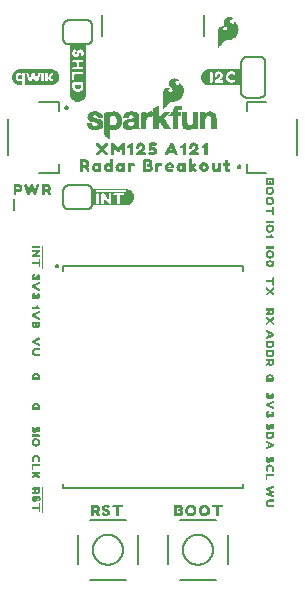
<source format=gto>
G04 EAGLE Gerber RS-274X export*
G75*
%MOMM*%
%FSLAX34Y34*%
%LPD*%
%INSilkscreen Top*%
%IPPOS*%
%AMOC8*
5,1,8,0,0,1.08239X$1,22.5*%
G01*
%ADD10C,0.203200*%
%ADD11C,0.152400*%

G36*
X64204Y411034D02*
X64204Y411034D01*
X64207Y411031D01*
X64907Y411131D01*
X64912Y411136D01*
X64916Y411133D01*
X66116Y411533D01*
X66117Y411536D01*
X66119Y411535D01*
X66819Y411835D01*
X66822Y411839D01*
X66825Y411838D01*
X67325Y412138D01*
X67327Y412143D01*
X67332Y412142D01*
X67931Y412642D01*
X68431Y413042D01*
X68433Y413049D01*
X68438Y413049D01*
X68838Y413549D01*
X68839Y413553D01*
X68841Y413553D01*
X69241Y414153D01*
X69241Y414157D01*
X69244Y414158D01*
X69844Y415358D01*
X69843Y415363D01*
X69847Y415364D01*
X70047Y415964D01*
X70046Y415966D01*
X70047Y415966D01*
X70247Y416666D01*
X70246Y416671D01*
X70249Y416673D01*
X70349Y417373D01*
X70346Y417378D01*
X70349Y417380D01*
X70349Y458680D01*
X70346Y458684D01*
X70349Y458687D01*
X70249Y459387D01*
X70206Y459429D01*
X70203Y459425D01*
X70200Y459429D01*
X57400Y459429D01*
X57396Y459426D01*
X57393Y459429D01*
X56693Y459329D01*
X56651Y459286D01*
X56655Y459283D01*
X56651Y459280D01*
X56651Y417280D01*
X56654Y417275D01*
X56651Y417272D01*
X56751Y416672D01*
X56755Y416669D01*
X56753Y416666D01*
X56953Y415966D01*
X56954Y415965D01*
X56953Y415964D01*
X57153Y415364D01*
X57156Y415363D01*
X57155Y415361D01*
X57455Y414661D01*
X57459Y414658D01*
X57458Y414655D01*
X57758Y414155D01*
X57759Y414154D01*
X57759Y414153D01*
X58159Y413553D01*
X58166Y413550D01*
X58165Y413545D01*
X58663Y413047D01*
X59062Y412549D01*
X59072Y412547D01*
X59073Y412539D01*
X59673Y412139D01*
X59677Y412139D01*
X59678Y412136D01*
X60878Y411536D01*
X60883Y411537D01*
X60884Y411533D01*
X61484Y411333D01*
X61486Y411334D01*
X61486Y411333D01*
X62186Y411133D01*
X62190Y411134D01*
X62192Y411131D01*
X62792Y411031D01*
X62797Y411034D01*
X62800Y411031D01*
X64200Y411031D01*
X64204Y411034D01*
G37*
G36*
X104744Y323354D02*
X104744Y323354D01*
X104747Y323351D01*
X105447Y323451D01*
X105448Y323452D01*
X105448Y323451D01*
X106048Y323551D01*
X106054Y323558D01*
X106059Y323555D01*
X106758Y323854D01*
X107356Y324053D01*
X107359Y324058D01*
X107362Y324056D01*
X107962Y324356D01*
X107965Y324363D01*
X107971Y324362D01*
X108471Y324762D01*
X108472Y324766D01*
X108475Y324765D01*
X109475Y325765D01*
X109475Y325769D01*
X109478Y325769D01*
X109878Y326269D01*
X109879Y326273D01*
X109881Y326273D01*
X110281Y326873D01*
X110281Y326877D01*
X110284Y326878D01*
X110584Y327478D01*
X110583Y327483D01*
X110587Y327484D01*
X110787Y328084D01*
X110786Y328086D01*
X110787Y328086D01*
X110987Y328786D01*
X110986Y328790D01*
X110989Y328792D01*
X111089Y329392D01*
X111088Y329393D01*
X111089Y329393D01*
X111189Y330093D01*
X111186Y330098D01*
X111189Y330100D01*
X111189Y330800D01*
X111186Y330805D01*
X111189Y330808D01*
X111089Y331408D01*
X111085Y331411D01*
X111087Y331414D01*
X110887Y332114D01*
X110886Y332115D01*
X110887Y332116D01*
X110687Y332716D01*
X110684Y332717D01*
X110685Y332719D01*
X110385Y333419D01*
X110381Y333422D01*
X110382Y333425D01*
X110082Y333925D01*
X110081Y333926D01*
X110081Y333927D01*
X109681Y334527D01*
X109674Y334530D01*
X109675Y334535D01*
X109175Y335035D01*
X109171Y335035D01*
X109171Y335038D01*
X108171Y335838D01*
X108167Y335839D01*
X108167Y335841D01*
X107567Y336241D01*
X107563Y336241D01*
X107562Y336244D01*
X106962Y336544D01*
X106955Y336543D01*
X106954Y336547D01*
X106255Y336747D01*
X105656Y336947D01*
X105647Y336944D01*
X105644Y336944D01*
X105640Y336949D01*
X104943Y336949D01*
X104247Y337049D01*
X104242Y337046D01*
X104240Y337049D01*
X75340Y337049D01*
X75302Y337020D01*
X75294Y337018D01*
X75094Y336518D01*
X75095Y336516D01*
X75093Y336514D01*
X75097Y336508D01*
X75098Y336505D01*
X75091Y336500D01*
X75091Y323600D01*
X75120Y323562D01*
X75122Y323554D01*
X75622Y323354D01*
X75635Y323358D01*
X75640Y323351D01*
X104740Y323351D01*
X104744Y323354D01*
G37*
G36*
X201601Y424959D02*
X201601Y424959D01*
X201608Y424954D01*
X202108Y425154D01*
X202123Y425178D01*
X202130Y425184D01*
X202128Y425186D01*
X202133Y425195D01*
X202139Y425200D01*
X202139Y438100D01*
X202128Y438115D01*
X202132Y438125D01*
X201832Y438625D01*
X201798Y438639D01*
X201790Y438649D01*
X174690Y438649D01*
X174687Y438647D01*
X174684Y438649D01*
X174683Y438648D01*
X174683Y438649D01*
X173283Y438449D01*
X173282Y438448D01*
X173282Y438449D01*
X172682Y438349D01*
X172676Y438342D01*
X172671Y438345D01*
X171971Y438045D01*
X171969Y438043D01*
X171968Y438044D01*
X171368Y437744D01*
X171367Y437741D01*
X171365Y437742D01*
X170865Y437442D01*
X170864Y437441D01*
X170863Y437441D01*
X170263Y437041D01*
X170260Y437034D01*
X170255Y437035D01*
X169755Y436535D01*
X169755Y436531D01*
X169752Y436531D01*
X169352Y436031D01*
X169351Y436027D01*
X169349Y436027D01*
X168949Y435427D01*
X168949Y435423D01*
X168946Y435422D01*
X168346Y434222D01*
X168347Y434217D01*
X168343Y434216D01*
X168143Y433616D01*
X168144Y433614D01*
X168143Y433614D01*
X167943Y432914D01*
X167946Y432904D01*
X167941Y432900D01*
X167941Y432204D01*
X167841Y431608D01*
X167847Y431598D01*
X167841Y431593D01*
X168041Y430193D01*
X168046Y430188D01*
X168043Y430184D01*
X168243Y429584D01*
X168246Y429583D01*
X168245Y429581D01*
X168545Y428881D01*
X168547Y428879D01*
X168546Y428878D01*
X168846Y428278D01*
X168853Y428275D01*
X168852Y428269D01*
X169652Y427269D01*
X169656Y427268D01*
X169655Y427265D01*
X170655Y426265D01*
X170667Y426264D01*
X170668Y426256D01*
X172468Y425356D01*
X172473Y425357D01*
X172474Y425353D01*
X173074Y425153D01*
X173081Y425155D01*
X173083Y425151D01*
X174483Y424951D01*
X174488Y424954D01*
X174490Y424951D01*
X201590Y424951D01*
X201601Y424959D01*
G37*
G36*
X16380Y425388D02*
X16380Y425388D01*
X16402Y425391D01*
X16410Y425408D01*
X16419Y425413D01*
X16417Y425423D01*
X16424Y425438D01*
X16436Y425854D01*
X16436Y425855D01*
X16436Y429034D01*
X16430Y429043D01*
X16433Y429054D01*
X16413Y429070D01*
X16400Y429091D01*
X16389Y429089D01*
X16380Y429096D01*
X16337Y429082D01*
X16332Y429081D01*
X16332Y429080D01*
X16331Y429080D01*
X16014Y428782D01*
X15603Y428467D01*
X15138Y428245D01*
X14635Y428125D01*
X14118Y428091D01*
X13600Y428139D01*
X13095Y428257D01*
X12611Y428442D01*
X12162Y428699D01*
X11776Y429044D01*
X11451Y429448D01*
X11186Y429894D01*
X10979Y430370D01*
X10854Y430876D01*
X10781Y431394D01*
X10745Y431915D01*
X10785Y432436D01*
X10868Y432952D01*
X11000Y433456D01*
X11216Y433928D01*
X11498Y434363D01*
X11840Y434751D01*
X12240Y435078D01*
X12693Y435330D01*
X13186Y435489D01*
X13698Y435577D01*
X14217Y435610D01*
X14732Y435554D01*
X15227Y435405D01*
X15685Y435168D01*
X16090Y434839D01*
X16091Y434838D01*
X16092Y434837D01*
X16336Y434652D01*
X16344Y434652D01*
X16348Y434645D01*
X16376Y434649D01*
X16404Y434647D01*
X16407Y434654D01*
X16415Y434655D01*
X16436Y434702D01*
X16436Y435307D01*
X16447Y435533D01*
X18747Y435533D01*
X18743Y435287D01*
X18751Y435275D01*
X18771Y425629D01*
X18771Y425628D01*
X18771Y425626D01*
X18780Y425436D01*
X18792Y425419D01*
X18795Y425398D01*
X18813Y425390D01*
X18820Y425381D01*
X18829Y425383D01*
X18843Y425377D01*
X41421Y425379D01*
X41423Y425380D01*
X41427Y425379D01*
X42481Y425485D01*
X42484Y425487D01*
X42488Y425486D01*
X43003Y425598D01*
X43006Y425600D01*
X43010Y425599D01*
X44015Y425928D01*
X44019Y425932D01*
X44026Y425933D01*
X44957Y426438D01*
X44959Y426442D01*
X44966Y426444D01*
X45795Y427100D01*
X45796Y427103D01*
X45800Y427105D01*
X46177Y427473D01*
X46178Y427476D01*
X46182Y427478D01*
X46849Y428301D01*
X46849Y428306D01*
X46855Y428310D01*
X47361Y429241D01*
X47360Y429246D01*
X47364Y429250D01*
X47548Y429744D01*
X47547Y429746D01*
X47549Y429748D01*
X47706Y430253D01*
X47705Y430255D01*
X47707Y430257D01*
X47831Y430770D01*
X47829Y430774D01*
X47832Y430778D01*
X47939Y431832D01*
X47936Y431837D01*
X47939Y431844D01*
X47849Y432898D01*
X47848Y432900D01*
X47849Y432904D01*
X47758Y433423D01*
X47756Y433426D01*
X47756Y433431D01*
X47442Y434443D01*
X47438Y434446D01*
X47438Y434454D01*
X46937Y435387D01*
X46934Y435388D01*
X46933Y435393D01*
X46630Y435825D01*
X46628Y435826D01*
X46627Y435829D01*
X46290Y436238D01*
X46289Y436238D01*
X46288Y436240D01*
X46258Y436274D01*
X46201Y436336D01*
X46201Y436337D01*
X46144Y436399D01*
X46087Y436462D01*
X45974Y436587D01*
X45974Y436588D01*
X45934Y436631D01*
X45930Y436632D01*
X45927Y436638D01*
X45110Y437312D01*
X45105Y437312D01*
X45101Y437318D01*
X44176Y437833D01*
X44173Y437833D01*
X44169Y437836D01*
X43683Y438038D01*
X43680Y438038D01*
X43676Y438041D01*
X42662Y438342D01*
X42657Y438341D01*
X42651Y438344D01*
X41596Y438451D01*
X41407Y438470D01*
X41404Y438468D01*
X41401Y438470D01*
X14385Y438470D01*
X14383Y438468D01*
X14379Y438470D01*
X13325Y438365D01*
X13322Y438363D01*
X13319Y438364D01*
X12802Y438260D01*
X12800Y438258D01*
X12795Y438259D01*
X11787Y437936D01*
X11783Y437932D01*
X11776Y437932D01*
X10845Y437426D01*
X10843Y437423D01*
X10837Y437422D01*
X10413Y437108D01*
X10412Y437107D01*
X10410Y437106D01*
X10001Y436769D01*
X10001Y436767D01*
X9998Y436766D01*
X9616Y436403D01*
X9615Y436399D01*
X9611Y436397D01*
X8938Y435579D01*
X8938Y435574D01*
X8932Y435569D01*
X8426Y434638D01*
X8426Y434634D01*
X8423Y434630D01*
X8233Y434139D01*
X8233Y434137D01*
X8231Y434134D01*
X8074Y433629D01*
X8075Y433627D01*
X8073Y433626D01*
X7942Y433114D01*
X7944Y433110D01*
X7941Y433105D01*
X7834Y432051D01*
X7836Y432047D01*
X7834Y432041D01*
X7863Y431514D01*
X7864Y431513D01*
X7863Y431511D01*
X7916Y430984D01*
X7917Y430983D01*
X7917Y430981D01*
X8000Y430460D01*
X8003Y430457D01*
X8002Y430451D01*
X8316Y429439D01*
X8320Y429436D01*
X8321Y429429D01*
X8815Y428493D01*
X8818Y428491D01*
X8818Y428487D01*
X9115Y428051D01*
X9118Y428050D01*
X9119Y428045D01*
X9236Y427908D01*
X9290Y427845D01*
X9343Y427783D01*
X9504Y427594D01*
X9557Y427532D01*
X9611Y427469D01*
X9664Y427406D01*
X9806Y427240D01*
X9810Y427239D01*
X9813Y427233D01*
X10631Y426558D01*
X10635Y426558D01*
X10640Y426552D01*
X11561Y426032D01*
X11564Y426032D01*
X11567Y426029D01*
X12051Y425820D01*
X12054Y425820D01*
X12057Y425817D01*
X13070Y425508D01*
X13075Y425510D01*
X13082Y425506D01*
X14136Y425400D01*
X14138Y425401D01*
X14140Y425400D01*
X14668Y425377D01*
X14669Y425377D01*
X14671Y425377D01*
X16362Y425377D01*
X16380Y425388D01*
G37*
G36*
X136036Y404586D02*
X136036Y404586D01*
X136063Y404583D01*
X136120Y404605D01*
X136179Y404619D01*
X136199Y404636D01*
X136225Y404646D01*
X136283Y404705D01*
X136312Y404729D01*
X136317Y404739D01*
X136326Y404749D01*
X136506Y405018D01*
X136779Y405291D01*
X136791Y405311D01*
X136814Y405332D01*
X137098Y405710D01*
X137579Y406191D01*
X137587Y406204D01*
X137602Y406217D01*
X138091Y406803D01*
X138679Y407391D01*
X138693Y407414D01*
X138719Y407439D01*
X139201Y408114D01*
X140479Y409391D01*
X140487Y409404D01*
X140502Y409417D01*
X140978Y409987D01*
X141928Y410747D01*
X142344Y410997D01*
X142841Y411080D01*
X144710Y411080D01*
X144736Y411086D01*
X144773Y411085D01*
X145973Y411285D01*
X145988Y411292D01*
X146010Y411293D01*
X147110Y411593D01*
X147127Y411602D01*
X147151Y411607D01*
X148151Y412007D01*
X148173Y412022D01*
X148206Y412034D01*
X149206Y412634D01*
X149226Y412654D01*
X149260Y412674D01*
X150060Y413374D01*
X150067Y413383D01*
X150079Y413391D01*
X150879Y414191D01*
X150890Y414209D01*
X150910Y414227D01*
X151610Y415127D01*
X151621Y415150D01*
X151642Y415175D01*
X152642Y416975D01*
X152652Y417010D01*
X152676Y417058D01*
X153176Y418858D01*
X153178Y418892D01*
X153190Y418939D01*
X153290Y420739D01*
X153283Y420775D01*
X153284Y420830D01*
X152984Y422430D01*
X152973Y422454D01*
X152968Y422488D01*
X152468Y423888D01*
X152452Y423913D01*
X152438Y423952D01*
X151738Y425152D01*
X151717Y425174D01*
X151694Y425213D01*
X150894Y426113D01*
X150890Y426116D01*
X150780Y426200D01*
X149980Y426600D01*
X149970Y426602D01*
X149964Y426607D01*
X149925Y426614D01*
X149882Y426633D01*
X149847Y426632D01*
X149812Y426640D01*
X149761Y426629D01*
X149709Y426627D01*
X149678Y426610D01*
X149643Y426601D01*
X149603Y426569D01*
X149557Y426544D01*
X149536Y426515D01*
X149509Y426492D01*
X149487Y426445D01*
X149457Y426402D01*
X149449Y426361D01*
X149437Y426334D01*
X149437Y426328D01*
X149437Y426326D01*
X149438Y426301D01*
X149430Y426260D01*
X149430Y425522D01*
X149291Y425104D01*
X149142Y425005D01*
X148948Y424940D01*
X148400Y424940D01*
X147701Y425290D01*
X147430Y425471D01*
X147038Y425764D01*
X147029Y425768D01*
X147021Y425776D01*
X146752Y425956D01*
X146523Y426185D01*
X146350Y426530D01*
X146337Y426546D01*
X146326Y426571D01*
X146163Y426816D01*
X146079Y427152D01*
X146073Y427164D01*
X146071Y427180D01*
X146011Y427360D01*
X146062Y427514D01*
X146150Y427690D01*
X146156Y427713D01*
X146171Y427740D01*
X146255Y427992D01*
X146390Y428195D01*
X146711Y428435D01*
X146990Y428575D01*
X147034Y428597D01*
X147485Y428687D01*
X147492Y428691D01*
X147502Y428691D01*
X147857Y428780D01*
X148048Y428780D01*
X148290Y428699D01*
X148327Y428696D01*
X148410Y428680D01*
X148710Y428680D01*
X148735Y428686D01*
X148761Y428683D01*
X148819Y428705D01*
X148879Y428719D01*
X148899Y428736D01*
X148923Y428745D01*
X148965Y428790D01*
X149012Y428829D01*
X149023Y428853D01*
X149040Y428872D01*
X149058Y428931D01*
X149083Y428988D01*
X149082Y429013D01*
X149090Y429038D01*
X149079Y429099D01*
X149077Y429161D01*
X149064Y429183D01*
X149060Y429209D01*
X149012Y429280D01*
X148994Y429313D01*
X148986Y429319D01*
X148979Y429329D01*
X148879Y429429D01*
X148859Y429441D01*
X148838Y429464D01*
X148438Y429764D01*
X148412Y429776D01*
X148380Y429800D01*
X147780Y430100D01*
X147763Y430104D01*
X147744Y430116D01*
X146944Y430416D01*
X146937Y430417D01*
X146930Y430421D01*
X146030Y430721D01*
X145993Y430724D01*
X145910Y430740D01*
X144910Y430740D01*
X144882Y430734D01*
X144842Y430734D01*
X143742Y430534D01*
X143707Y430519D01*
X143628Y430494D01*
X142528Y429894D01*
X142502Y429871D01*
X142457Y429844D01*
X141557Y429044D01*
X141538Y429016D01*
X141501Y428981D01*
X141001Y428281D01*
X140986Y428245D01*
X140949Y428180D01*
X140649Y427280D01*
X140646Y427243D01*
X140630Y427160D01*
X140630Y426360D01*
X140637Y426327D01*
X140639Y426278D01*
X140839Y425378D01*
X140856Y425342D01*
X140878Y425275D01*
X141378Y424375D01*
X141400Y424351D01*
X141424Y424310D01*
X142124Y423510D01*
X142125Y423509D01*
X142126Y423507D01*
X142275Y423339D01*
X142613Y422959D01*
X142924Y422609D01*
X143584Y421855D01*
X143830Y421282D01*
X143830Y420722D01*
X143671Y420245D01*
X143350Y419844D01*
X142854Y419513D01*
X142163Y419340D01*
X141448Y419340D01*
X141019Y419426D01*
X140588Y419598D01*
X140352Y419756D01*
X140123Y419985D01*
X139962Y420306D01*
X139890Y420522D01*
X139890Y420698D01*
X139955Y420892D01*
X140106Y421118D01*
X140415Y421428D01*
X140630Y421499D01*
X140650Y421512D01*
X140680Y421520D01*
X141080Y421720D01*
X141109Y421744D01*
X141179Y421791D01*
X141279Y421891D01*
X141292Y421912D01*
X141311Y421928D01*
X141337Y421985D01*
X141370Y422038D01*
X141373Y422063D01*
X141383Y422086D01*
X141381Y422149D01*
X141387Y422211D01*
X141378Y422234D01*
X141377Y422259D01*
X141347Y422314D01*
X141325Y422373D01*
X141307Y422390D01*
X141295Y422412D01*
X141225Y422466D01*
X141198Y422490D01*
X141189Y422493D01*
X141180Y422500D01*
X140980Y422600D01*
X140965Y422604D01*
X140952Y422613D01*
X140818Y422639D01*
X140812Y422640D01*
X140811Y422640D01*
X140810Y422640D01*
X140657Y422640D01*
X140302Y422729D01*
X140266Y422729D01*
X140210Y422740D01*
X139410Y422740D01*
X139384Y422734D01*
X139348Y422735D01*
X138748Y422635D01*
X138717Y422622D01*
X138669Y422613D01*
X137669Y422213D01*
X137638Y422191D01*
X137582Y422164D01*
X137198Y421876D01*
X136714Y421586D01*
X136700Y421572D01*
X136681Y421563D01*
X136611Y421486D01*
X136590Y421465D01*
X136588Y421460D01*
X136584Y421456D01*
X136284Y420956D01*
X136280Y420943D01*
X136270Y420930D01*
X135970Y420330D01*
X135964Y420307D01*
X135949Y420280D01*
X135749Y419680D01*
X135746Y419647D01*
X135732Y419602D01*
X135532Y417802D01*
X135534Y417783D01*
X135530Y417760D01*
X135530Y404960D01*
X135541Y404910D01*
X135543Y404859D01*
X135561Y404827D01*
X135569Y404791D01*
X135602Y404752D01*
X135626Y404707D01*
X135656Y404686D01*
X135679Y404658D01*
X135726Y404637D01*
X135768Y404607D01*
X135810Y404599D01*
X135838Y404587D01*
X135868Y404588D01*
X135910Y404580D01*
X136010Y404580D01*
X136036Y404586D01*
G37*
G36*
X182309Y456621D02*
X182309Y456621D01*
X182371Y456623D01*
X182393Y456636D01*
X182419Y456640D01*
X182490Y456688D01*
X182523Y456706D01*
X182529Y456714D01*
X182539Y456721D01*
X183039Y457221D01*
X183058Y457252D01*
X183096Y457294D01*
X183372Y457754D01*
X183839Y458221D01*
X183847Y458234D01*
X183862Y458247D01*
X184351Y458833D01*
X185539Y460021D01*
X185546Y460032D01*
X185559Y460043D01*
X186749Y461432D01*
X187706Y462388D01*
X188604Y462927D01*
X189101Y463010D01*
X190970Y463010D01*
X190996Y463016D01*
X191033Y463015D01*
X192233Y463215D01*
X192248Y463222D01*
X192270Y463223D01*
X193370Y463523D01*
X193387Y463532D01*
X193411Y463537D01*
X194411Y463937D01*
X194433Y463952D01*
X194466Y463964D01*
X195466Y464564D01*
X195486Y464584D01*
X195520Y464604D01*
X196320Y465304D01*
X196327Y465313D01*
X196339Y465321D01*
X197139Y466121D01*
X197150Y466139D01*
X197170Y466157D01*
X197870Y467057D01*
X197881Y467080D01*
X197902Y467105D01*
X198902Y468905D01*
X198913Y468941D01*
X198938Y468993D01*
X199438Y470893D01*
X199439Y470925D01*
X199450Y470968D01*
X199550Y472668D01*
X199543Y472704D01*
X199544Y472760D01*
X199244Y474360D01*
X199235Y474381D01*
X199231Y474410D01*
X198731Y475910D01*
X198712Y475941D01*
X198691Y475994D01*
X197991Y477094D01*
X197972Y477113D01*
X197954Y477143D01*
X197729Y477396D01*
X197391Y477776D01*
X197154Y478043D01*
X197122Y478065D01*
X197072Y478112D01*
X196272Y478612D01*
X196242Y478623D01*
X196222Y478637D01*
X196187Y478643D01*
X196142Y478663D01*
X196125Y478663D01*
X196108Y478668D01*
X196076Y478664D01*
X196070Y478664D01*
X196062Y478662D01*
X196039Y478659D01*
X195969Y478657D01*
X195954Y478648D01*
X195936Y478646D01*
X195906Y478626D01*
X195901Y478625D01*
X195887Y478613D01*
X195878Y478607D01*
X195817Y478574D01*
X195807Y478559D01*
X195792Y478549D01*
X195776Y478521D01*
X195768Y478515D01*
X195754Y478484D01*
X195717Y478432D01*
X195714Y478413D01*
X195706Y478399D01*
X195704Y478373D01*
X195697Y478356D01*
X195698Y478331D01*
X195690Y478290D01*
X195690Y477452D01*
X195618Y477236D01*
X195558Y477115D01*
X195365Y476922D01*
X195208Y476870D01*
X195017Y476870D01*
X194303Y477049D01*
X193961Y477220D01*
X193690Y477401D01*
X193320Y477678D01*
X192766Y478232D01*
X192423Y478746D01*
X192350Y479037D01*
X192350Y479528D01*
X192422Y479744D01*
X192500Y479899D01*
X192650Y480125D01*
X192971Y480365D01*
X193294Y480527D01*
X193745Y480617D01*
X193752Y480621D01*
X193762Y480621D01*
X194117Y480710D01*
X194580Y480710D01*
X194700Y480650D01*
X194715Y480646D01*
X194728Y480637D01*
X194862Y480611D01*
X194869Y480610D01*
X194870Y480610D01*
X194970Y480610D01*
X194995Y480616D01*
X195021Y480613D01*
X195079Y480635D01*
X195139Y480649D01*
X195159Y480666D01*
X195183Y480675D01*
X195225Y480720D01*
X195272Y480759D01*
X195283Y480783D01*
X195300Y480802D01*
X195318Y480861D01*
X195343Y480918D01*
X195342Y480943D01*
X195350Y480968D01*
X195339Y481029D01*
X195337Y481091D01*
X195324Y481113D01*
X195320Y481139D01*
X195272Y481210D01*
X195254Y481243D01*
X195246Y481249D01*
X195239Y481259D01*
X195139Y481359D01*
X195119Y481371D01*
X195098Y481394D01*
X194698Y481694D01*
X194672Y481706D01*
X194640Y481730D01*
X193240Y482430D01*
X193228Y482433D01*
X193219Y482439D01*
X193190Y482445D01*
X193153Y482461D01*
X192253Y482661D01*
X192219Y482661D01*
X192170Y482670D01*
X191170Y482670D01*
X191142Y482664D01*
X191102Y482664D01*
X190002Y482464D01*
X189967Y482449D01*
X189910Y482431D01*
X189895Y482427D01*
X189892Y482425D01*
X189888Y482424D01*
X188788Y481824D01*
X188768Y481806D01*
X188737Y481790D01*
X187837Y481090D01*
X187817Y481066D01*
X187748Y480992D01*
X187248Y480192D01*
X187236Y480158D01*
X187209Y480110D01*
X186909Y479210D01*
X186906Y479173D01*
X186890Y479090D01*
X186890Y478290D01*
X186897Y478257D01*
X186899Y478208D01*
X187099Y477308D01*
X187116Y477272D01*
X187138Y477205D01*
X187638Y476305D01*
X187660Y476281D01*
X187684Y476240D01*
X188384Y475440D01*
X188385Y475439D01*
X188386Y475437D01*
X189186Y474537D01*
X189194Y474532D01*
X189201Y474521D01*
X189843Y473879D01*
X190090Y473221D01*
X190090Y472652D01*
X189931Y472175D01*
X189610Y471774D01*
X189114Y471443D01*
X188423Y471270D01*
X187708Y471270D01*
X187279Y471356D01*
X186884Y471514D01*
X186366Y472032D01*
X186215Y472259D01*
X186150Y472452D01*
X186150Y472728D01*
X186202Y472885D01*
X186675Y473358D01*
X186890Y473429D01*
X186910Y473442D01*
X186940Y473450D01*
X187340Y473650D01*
X187369Y473674D01*
X187439Y473721D01*
X187539Y473821D01*
X187552Y473842D01*
X187571Y473858D01*
X187597Y473915D01*
X187630Y473968D01*
X187633Y473993D01*
X187643Y474016D01*
X187641Y474079D01*
X187647Y474141D01*
X187638Y474164D01*
X187637Y474189D01*
X187607Y474244D01*
X187585Y474303D01*
X187567Y474320D01*
X187555Y474342D01*
X187485Y474396D01*
X187458Y474420D01*
X187449Y474423D01*
X187440Y474430D01*
X187040Y474630D01*
X187025Y474634D01*
X187012Y474643D01*
X186878Y474669D01*
X186872Y474670D01*
X186871Y474670D01*
X186870Y474670D01*
X185670Y474670D01*
X185644Y474664D01*
X185608Y474665D01*
X185008Y474565D01*
X185002Y474563D01*
X184995Y474563D01*
X184495Y474463D01*
X184469Y474451D01*
X184429Y474443D01*
X183929Y474243D01*
X183898Y474221D01*
X183842Y474194D01*
X183442Y473894D01*
X183438Y473890D01*
X183432Y473887D01*
X182932Y473487D01*
X182915Y473464D01*
X182844Y473386D01*
X182244Y472386D01*
X182232Y472350D01*
X182204Y472294D01*
X182004Y471594D01*
X182003Y471569D01*
X181993Y471537D01*
X181893Y470737D01*
X181895Y470716D01*
X181890Y470690D01*
X181890Y456990D01*
X181896Y456965D01*
X181893Y456939D01*
X181915Y456882D01*
X181929Y456821D01*
X181946Y456801D01*
X181955Y456777D01*
X182000Y456735D01*
X182039Y456688D01*
X182063Y456677D01*
X182082Y456660D01*
X182141Y456642D01*
X182198Y456617D01*
X182223Y456618D01*
X182248Y456610D01*
X182309Y456621D01*
G37*
G36*
X90285Y379092D02*
X90285Y379092D01*
X90311Y379093D01*
X90365Y379123D01*
X90423Y379145D01*
X90440Y379164D01*
X90463Y379176D01*
X90498Y379227D01*
X90540Y379272D01*
X90548Y379297D01*
X90563Y379318D01*
X90579Y379402D01*
X90590Y379438D01*
X90588Y379448D01*
X90590Y379460D01*
X90590Y388701D01*
X90813Y388422D01*
X90836Y388405D01*
X90914Y388334D01*
X91914Y387734D01*
X91927Y387730D01*
X91940Y387720D01*
X92540Y387420D01*
X92578Y387411D01*
X92648Y387385D01*
X94448Y387085D01*
X94486Y387087D01*
X94560Y387083D01*
X96060Y387283D01*
X96088Y387294D01*
X96130Y387299D01*
X97330Y387699D01*
X97363Y387720D01*
X97434Y387752D01*
X98534Y388552D01*
X98551Y388572D01*
X98579Y388591D01*
X99479Y389491D01*
X99499Y389524D01*
X99544Y389578D01*
X100144Y390678D01*
X100149Y390695D01*
X100161Y390714D01*
X100661Y391914D01*
X100666Y391941D01*
X100681Y391975D01*
X100981Y393275D01*
X100980Y393300D01*
X100989Y393333D01*
X101089Y394733D01*
X101086Y394756D01*
X101089Y394785D01*
X100989Y396285D01*
X100982Y396308D01*
X100982Y396340D01*
X100682Y397740D01*
X100675Y397753D01*
X100673Y397772D01*
X100273Y399072D01*
X100254Y399105D01*
X100231Y399164D01*
X99531Y400264D01*
X99511Y400283D01*
X99493Y400314D01*
X98593Y401314D01*
X98561Y401336D01*
X98514Y401381D01*
X97414Y402081D01*
X97382Y402092D01*
X97338Y402118D01*
X95938Y402618D01*
X95899Y402622D01*
X95835Y402639D01*
X94335Y402739D01*
X94324Y402738D01*
X94310Y402740D01*
X93610Y402740D01*
X93584Y402734D01*
X93548Y402735D01*
X92348Y402535D01*
X92336Y402530D01*
X92214Y402486D01*
X91214Y401886D01*
X91198Y401871D01*
X91172Y401857D01*
X90672Y401457D01*
X90661Y401442D01*
X90641Y401429D01*
X90490Y401278D01*
X90490Y402060D01*
X90490Y402061D01*
X90490Y402062D01*
X90470Y402145D01*
X90451Y402229D01*
X90450Y402230D01*
X90450Y402231D01*
X90396Y402295D01*
X90341Y402362D01*
X90340Y402363D01*
X90339Y402364D01*
X90260Y402399D01*
X90182Y402433D01*
X90181Y402433D01*
X90180Y402434D01*
X90035Y402433D01*
X89035Y402233D01*
X89028Y402229D01*
X89018Y402229D01*
X88627Y402131D01*
X88135Y402033D01*
X88128Y402029D01*
X88118Y402029D01*
X87763Y401940D01*
X87310Y401940D01*
X87280Y401933D01*
X87235Y401933D01*
X86735Y401833D01*
X86728Y401829D01*
X86718Y401829D01*
X86318Y401729D01*
X86314Y401727D01*
X86309Y401727D01*
X86237Y401687D01*
X86164Y401650D01*
X86161Y401646D01*
X86157Y401644D01*
X86110Y401577D01*
X86061Y401510D01*
X86060Y401506D01*
X86057Y401502D01*
X86030Y401360D01*
X86030Y382860D01*
X86032Y382850D01*
X86030Y382840D01*
X86043Y382797D01*
X86043Y382782D01*
X86052Y382766D01*
X86069Y382691D01*
X86076Y382683D01*
X86079Y382674D01*
X86172Y382563D01*
X86656Y382176D01*
X87541Y381291D01*
X87557Y381281D01*
X87572Y381263D01*
X89056Y380076D01*
X89941Y379191D01*
X89963Y379178D01*
X89979Y379158D01*
X90036Y379132D01*
X90088Y379100D01*
X90114Y379097D01*
X90138Y379087D01*
X90199Y379089D01*
X90261Y379083D01*
X90285Y379092D01*
G37*
G36*
X107347Y387088D02*
X107347Y387088D01*
X107430Y387099D01*
X107672Y387180D01*
X108010Y387180D01*
X108047Y387188D01*
X108130Y387199D01*
X108372Y387280D01*
X108610Y387280D01*
X108647Y387288D01*
X108730Y387299D01*
X109930Y387699D01*
X109963Y387719D01*
X110021Y387744D01*
X110279Y387915D01*
X110530Y387999D01*
X110563Y388019D01*
X110621Y388044D01*
X110921Y388244D01*
X110942Y388267D01*
X110979Y388291D01*
X111116Y388428D01*
X111130Y388408D01*
X111130Y388260D01*
X111147Y388186D01*
X111160Y388111D01*
X111167Y388101D01*
X111169Y388091D01*
X111193Y388062D01*
X111241Y387991D01*
X111247Y387985D01*
X111260Y387911D01*
X111267Y387901D01*
X111269Y387891D01*
X111293Y387862D01*
X111341Y387791D01*
X111342Y387790D01*
X111343Y387759D01*
X111361Y387727D01*
X111369Y387691D01*
X111402Y387652D01*
X111426Y387607D01*
X111456Y387586D01*
X111479Y387558D01*
X111526Y387537D01*
X111568Y387507D01*
X111610Y387499D01*
X111638Y387487D01*
X111668Y387488D01*
X111710Y387480D01*
X115610Y387480D01*
X115660Y387491D01*
X115711Y387493D01*
X115743Y387511D01*
X115779Y387519D01*
X115818Y387552D01*
X115863Y387576D01*
X115884Y387606D01*
X115912Y387629D01*
X115933Y387676D01*
X115963Y387718D01*
X115971Y387760D01*
X115983Y387788D01*
X115982Y387818D01*
X115990Y387860D01*
X115990Y387960D01*
X115973Y388034D01*
X115960Y388109D01*
X115953Y388119D01*
X115951Y388129D01*
X115927Y388158D01*
X115879Y388229D01*
X115823Y388285D01*
X115790Y388350D01*
X115790Y388560D01*
X115787Y388575D01*
X115789Y388590D01*
X115752Y388722D01*
X115751Y388729D01*
X115750Y388729D01*
X115750Y388730D01*
X115690Y388850D01*
X115690Y388960D01*
X115687Y388975D01*
X115689Y388990D01*
X115667Y389071D01*
X115666Y389082D01*
X115661Y389092D01*
X115652Y389122D01*
X115651Y389129D01*
X115650Y389129D01*
X115650Y389130D01*
X115590Y389250D01*
X115590Y390060D01*
X115587Y390075D01*
X115589Y390090D01*
X115552Y390222D01*
X115551Y390229D01*
X115550Y390229D01*
X115550Y390230D01*
X115490Y390350D01*
X115490Y398960D01*
X115483Y398990D01*
X115483Y399035D01*
X115383Y399535D01*
X115371Y399561D01*
X115363Y399601D01*
X115163Y400101D01*
X115155Y400113D01*
X115150Y400130D01*
X114950Y400530D01*
X114932Y400552D01*
X114914Y400588D01*
X114614Y400988D01*
X114589Y401009D01*
X114582Y401022D01*
X114567Y401033D01*
X114538Y401064D01*
X113338Y401964D01*
X113303Y401979D01*
X113251Y402013D01*
X112751Y402213D01*
X112722Y402217D01*
X112685Y402233D01*
X112219Y402326D01*
X111751Y402513D01*
X111722Y402517D01*
X111685Y402533D01*
X111185Y402633D01*
X111153Y402632D01*
X111110Y402640D01*
X110548Y402640D01*
X110085Y402733D01*
X110053Y402732D01*
X110010Y402740D01*
X107710Y402740D01*
X107680Y402733D01*
X107635Y402733D01*
X107141Y402634D01*
X106548Y402535D01*
X106524Y402525D01*
X106490Y402521D01*
X105912Y402328D01*
X105435Y402233D01*
X105409Y402221D01*
X105369Y402213D01*
X104869Y402013D01*
X104847Y401998D01*
X104814Y401986D01*
X103814Y401386D01*
X103802Y401374D01*
X103782Y401364D01*
X103382Y401064D01*
X103357Y401034D01*
X103306Y400988D01*
X103006Y400588D01*
X102999Y400572D01*
X102984Y400556D01*
X102694Y400072D01*
X102406Y399688D01*
X102391Y399654D01*
X102349Y399580D01*
X102149Y398980D01*
X102147Y398958D01*
X102139Y398940D01*
X102139Y398935D01*
X102135Y398923D01*
X101935Y397723D01*
X101940Y397641D01*
X101943Y397559D01*
X101946Y397555D01*
X101946Y397550D01*
X101987Y397479D01*
X102026Y397407D01*
X102030Y397404D01*
X102033Y397400D01*
X102101Y397354D01*
X102168Y397307D01*
X102173Y397306D01*
X102177Y397304D01*
X102205Y397300D01*
X102310Y397280D01*
X106210Y397280D01*
X106260Y397291D01*
X106311Y397293D01*
X106343Y397311D01*
X106379Y397319D01*
X106418Y397352D01*
X106463Y397376D01*
X106484Y397406D01*
X106512Y397429D01*
X106533Y397476D01*
X106563Y397518D01*
X106571Y397560D01*
X106583Y397588D01*
X106582Y397618D01*
X106590Y397660D01*
X106590Y398070D01*
X106650Y398190D01*
X106656Y398213D01*
X106671Y398240D01*
X106762Y398514D01*
X106823Y398635D01*
X107135Y398948D01*
X107815Y399287D01*
X108000Y399380D01*
X109620Y399380D01*
X109740Y399320D01*
X109755Y399316D01*
X109768Y399307D01*
X109902Y399281D01*
X109909Y399280D01*
X109910Y399280D01*
X110020Y399280D01*
X110427Y399077D01*
X110470Y398990D01*
X110494Y398961D01*
X110541Y398891D01*
X110598Y398835D01*
X110830Y398370D01*
X110830Y397487D01*
X110651Y397248D01*
X110250Y397008D01*
X109697Y396823D01*
X109031Y396633D01*
X108362Y396537D01*
X106568Y396338D01*
X105668Y396238D01*
X105647Y396230D01*
X105618Y396229D01*
X104818Y396029D01*
X104801Y396020D01*
X104777Y396016D01*
X103977Y395716D01*
X103955Y395701D01*
X103921Y395690D01*
X103221Y395290D01*
X103199Y395270D01*
X103163Y395249D01*
X102463Y394649D01*
X102443Y394622D01*
X102380Y394549D01*
X101980Y393849D01*
X101971Y393819D01*
X101949Y393780D01*
X101649Y392880D01*
X101648Y392863D01*
X101645Y392856D01*
X101645Y392851D01*
X101636Y392828D01*
X101436Y391728D01*
X101436Y391718D01*
X101437Y391585D01*
X101530Y391122D01*
X101530Y390660D01*
X101533Y390645D01*
X101531Y390630D01*
X101568Y390498D01*
X101569Y390491D01*
X101570Y390491D01*
X101570Y390490D01*
X101747Y390136D01*
X101837Y389685D01*
X101838Y389684D01*
X101838Y389683D01*
X101894Y389549D01*
X102094Y389249D01*
X102101Y389242D01*
X102106Y389232D01*
X102400Y388840D01*
X102594Y388549D01*
X102617Y388528D01*
X102641Y388491D01*
X102941Y388191D01*
X102973Y388171D01*
X103040Y388120D01*
X103419Y387931D01*
X103699Y387744D01*
X103719Y387736D01*
X103740Y387720D01*
X104140Y387520D01*
X104154Y387517D01*
X104169Y387507D01*
X104669Y387307D01*
X104691Y387304D01*
X104718Y387291D01*
X105118Y387191D01*
X105154Y387191D01*
X105210Y387180D01*
X105672Y387180D01*
X106135Y387087D01*
X106167Y387088D01*
X106210Y387080D01*
X107310Y387080D01*
X107347Y387088D01*
G37*
G36*
X131860Y387491D02*
X131860Y387491D01*
X131911Y387493D01*
X131943Y387511D01*
X131979Y387519D01*
X132018Y387552D01*
X132063Y387576D01*
X132084Y387606D01*
X132112Y387629D01*
X132133Y387676D01*
X132163Y387718D01*
X132171Y387760D01*
X132183Y387788D01*
X132182Y387818D01*
X132190Y387860D01*
X132190Y392595D01*
X133231Y393566D01*
X136887Y387660D01*
X136910Y387636D01*
X136926Y387607D01*
X136971Y387576D01*
X137009Y387537D01*
X137041Y387527D01*
X137068Y387507D01*
X137136Y387494D01*
X137173Y387482D01*
X137190Y387484D01*
X137210Y387480D01*
X141910Y387480D01*
X141982Y387497D01*
X142054Y387508D01*
X142065Y387516D01*
X142079Y387519D01*
X142135Y387566D01*
X142195Y387609D01*
X142202Y387621D01*
X142212Y387629D01*
X142242Y387697D01*
X142277Y387761D01*
X142278Y387775D01*
X142283Y387788D01*
X142280Y387861D01*
X142283Y387934D01*
X142277Y387948D01*
X142277Y387961D01*
X142258Y387995D01*
X142228Y388068D01*
X136499Y396807D01*
X141576Y401789D01*
X141591Y401812D01*
X141612Y401829D01*
X141637Y401884D01*
X141669Y401935D01*
X141672Y401962D01*
X141683Y401988D01*
X141681Y402048D01*
X141687Y402107D01*
X141678Y402133D01*
X141677Y402161D01*
X141648Y402213D01*
X141627Y402270D01*
X141607Y402289D01*
X141594Y402313D01*
X141545Y402347D01*
X141501Y402389D01*
X141475Y402397D01*
X141452Y402413D01*
X141372Y402428D01*
X141336Y402439D01*
X141324Y402438D01*
X141310Y402440D01*
X136710Y402440D01*
X136632Y402422D01*
X136554Y402407D01*
X136548Y402402D01*
X136541Y402401D01*
X136516Y402380D01*
X136436Y402323D01*
X132190Y397905D01*
X132190Y407360D01*
X132177Y407416D01*
X132173Y407473D01*
X132158Y407499D01*
X132151Y407529D01*
X132114Y407573D01*
X132085Y407623D01*
X132060Y407639D01*
X132041Y407662D01*
X131988Y407686D01*
X131940Y407717D01*
X131910Y407721D01*
X131882Y407733D01*
X131825Y407731D01*
X131768Y407738D01*
X131735Y407728D01*
X131709Y407727D01*
X131679Y407710D01*
X131630Y407695D01*
X127730Y405595D01*
X127696Y405565D01*
X127657Y405544D01*
X127632Y405509D01*
X127600Y405480D01*
X127583Y405439D01*
X127557Y405402D01*
X127548Y405352D01*
X127534Y405320D01*
X127536Y405294D01*
X127530Y405260D01*
X127530Y387860D01*
X127541Y387810D01*
X127543Y387759D01*
X127561Y387727D01*
X127569Y387691D01*
X127602Y387652D01*
X127626Y387607D01*
X127656Y387586D01*
X127679Y387558D01*
X127726Y387537D01*
X127768Y387507D01*
X127810Y387499D01*
X127838Y387487D01*
X127868Y387488D01*
X127910Y387480D01*
X131810Y387480D01*
X131860Y387491D01*
G37*
G36*
X171260Y387491D02*
X171260Y387491D01*
X171311Y387493D01*
X171343Y387511D01*
X171379Y387519D01*
X171418Y387552D01*
X171463Y387576D01*
X171484Y387606D01*
X171512Y387629D01*
X171533Y387676D01*
X171563Y387718D01*
X171571Y387760D01*
X171583Y387788D01*
X171582Y387818D01*
X171590Y387860D01*
X171590Y396239D01*
X171682Y397062D01*
X171949Y397687D01*
X172223Y398142D01*
X172564Y398569D01*
X172944Y398797D01*
X173465Y398884D01*
X174202Y398976D01*
X174741Y398886D01*
X175171Y398800D01*
X175551Y398572D01*
X175794Y398248D01*
X176047Y397826D01*
X176134Y397303D01*
X176233Y396609D01*
X176330Y395836D01*
X176330Y387860D01*
X176341Y387810D01*
X176343Y387759D01*
X176361Y387727D01*
X176369Y387691D01*
X176402Y387652D01*
X176426Y387607D01*
X176456Y387586D01*
X176479Y387558D01*
X176526Y387537D01*
X176568Y387507D01*
X176610Y387499D01*
X176638Y387487D01*
X176668Y387488D01*
X176710Y387480D01*
X180610Y387480D01*
X180660Y387491D01*
X180711Y387493D01*
X180743Y387511D01*
X180779Y387519D01*
X180818Y387552D01*
X180863Y387576D01*
X180884Y387606D01*
X180912Y387629D01*
X180933Y387676D01*
X180963Y387718D01*
X180971Y387760D01*
X180983Y387788D01*
X180982Y387818D01*
X180990Y387860D01*
X180990Y396560D01*
X180987Y396573D01*
X180989Y396589D01*
X180889Y397889D01*
X180884Y397906D01*
X180884Y397928D01*
X180684Y399028D01*
X180677Y399045D01*
X180674Y399069D01*
X180374Y400069D01*
X180355Y400102D01*
X180332Y400162D01*
X179832Y400962D01*
X179808Y400986D01*
X179779Y401029D01*
X179079Y401729D01*
X179046Y401749D01*
X178995Y401792D01*
X178095Y402292D01*
X178060Y402302D01*
X178010Y402327D01*
X176910Y402627D01*
X176879Y402628D01*
X176837Y402639D01*
X175437Y402739D01*
X175425Y402737D01*
X175410Y402740D01*
X174810Y402740D01*
X174784Y402734D01*
X174748Y402735D01*
X174148Y402635D01*
X174124Y402625D01*
X174090Y402621D01*
X172890Y402221D01*
X172857Y402201D01*
X172799Y402176D01*
X172199Y401776D01*
X172189Y401766D01*
X172172Y401757D01*
X171672Y401357D01*
X171661Y401342D01*
X171641Y401329D01*
X171390Y401078D01*
X171390Y402060D01*
X171379Y402110D01*
X171377Y402161D01*
X171359Y402193D01*
X171351Y402229D01*
X171318Y402268D01*
X171294Y402313D01*
X171264Y402334D01*
X171241Y402362D01*
X171194Y402383D01*
X171152Y402413D01*
X171110Y402421D01*
X171082Y402433D01*
X171052Y402432D01*
X171010Y402440D01*
X167310Y402440D01*
X167260Y402429D01*
X167209Y402427D01*
X167177Y402409D01*
X167141Y402401D01*
X167102Y402368D01*
X167057Y402344D01*
X167036Y402314D01*
X167008Y402291D01*
X166987Y402244D01*
X166957Y402202D01*
X166949Y402160D01*
X166937Y402132D01*
X166938Y402102D01*
X166930Y402060D01*
X166930Y387860D01*
X166941Y387810D01*
X166943Y387759D01*
X166961Y387727D01*
X166969Y387691D01*
X167002Y387652D01*
X167026Y387607D01*
X167056Y387586D01*
X167079Y387558D01*
X167126Y387537D01*
X167168Y387507D01*
X167210Y387499D01*
X167238Y387487D01*
X167268Y387488D01*
X167310Y387480D01*
X171210Y387480D01*
X171260Y387491D01*
G37*
G36*
X157118Y387086D02*
X157118Y387086D01*
X157173Y387085D01*
X157767Y387184D01*
X158464Y387284D01*
X158491Y387294D01*
X158530Y387299D01*
X159130Y387499D01*
X159139Y387505D01*
X159151Y387507D01*
X159651Y387707D01*
X159663Y387715D01*
X159680Y387720D01*
X160000Y387880D01*
X160280Y388020D01*
X160305Y388041D01*
X160348Y388063D01*
X160848Y388463D01*
X160869Y388490D01*
X160907Y388522D01*
X161130Y388801D01*
X161130Y387860D01*
X161141Y387810D01*
X161143Y387759D01*
X161161Y387727D01*
X161169Y387691D01*
X161202Y387652D01*
X161226Y387607D01*
X161256Y387586D01*
X161279Y387558D01*
X161326Y387537D01*
X161368Y387507D01*
X161410Y387499D01*
X161438Y387487D01*
X161468Y387488D01*
X161510Y387480D01*
X165210Y387480D01*
X165260Y387491D01*
X165311Y387493D01*
X165343Y387511D01*
X165379Y387519D01*
X165418Y387552D01*
X165463Y387576D01*
X165484Y387606D01*
X165512Y387629D01*
X165533Y387676D01*
X165563Y387718D01*
X165571Y387760D01*
X165583Y387788D01*
X165582Y387818D01*
X165590Y387860D01*
X165590Y402060D01*
X165579Y402110D01*
X165577Y402161D01*
X165559Y402193D01*
X165551Y402229D01*
X165518Y402268D01*
X165494Y402313D01*
X165464Y402334D01*
X165441Y402362D01*
X165394Y402383D01*
X165352Y402413D01*
X165310Y402421D01*
X165282Y402433D01*
X165252Y402432D01*
X165210Y402440D01*
X161310Y402440D01*
X161260Y402429D01*
X161209Y402427D01*
X161177Y402409D01*
X161141Y402401D01*
X161102Y402368D01*
X161057Y402344D01*
X161036Y402314D01*
X161008Y402291D01*
X160987Y402244D01*
X160957Y402202D01*
X160949Y402160D01*
X160937Y402132D01*
X160938Y402102D01*
X160930Y402060D01*
X160930Y393584D01*
X160839Y392860D01*
X160565Y392220D01*
X160298Y391685D01*
X159974Y391362D01*
X159576Y391123D01*
X159055Y391036D01*
X158318Y390944D01*
X157779Y391034D01*
X157349Y391120D01*
X156970Y391348D01*
X156470Y392014D01*
X156386Y392515D01*
X156190Y394084D01*
X156190Y402060D01*
X156179Y402110D01*
X156177Y402161D01*
X156159Y402193D01*
X156151Y402229D01*
X156118Y402268D01*
X156094Y402313D01*
X156064Y402334D01*
X156041Y402362D01*
X155994Y402383D01*
X155952Y402413D01*
X155910Y402421D01*
X155882Y402433D01*
X155852Y402432D01*
X155810Y402440D01*
X152010Y402440D01*
X151960Y402429D01*
X151909Y402427D01*
X151877Y402409D01*
X151841Y402401D01*
X151802Y402368D01*
X151757Y402344D01*
X151736Y402314D01*
X151708Y402291D01*
X151687Y402244D01*
X151657Y402202D01*
X151649Y402160D01*
X151637Y402132D01*
X151638Y402102D01*
X151630Y402060D01*
X151630Y392060D01*
X151636Y392032D01*
X151636Y391992D01*
X151836Y390892D01*
X151843Y390875D01*
X151846Y390851D01*
X152146Y389851D01*
X152162Y389822D01*
X152178Y389775D01*
X152678Y388875D01*
X152697Y388854D01*
X152763Y388771D01*
X153463Y388171D01*
X153491Y388157D01*
X153525Y388128D01*
X154425Y387628D01*
X154450Y387620D01*
X154480Y387603D01*
X155580Y387203D01*
X155619Y387198D01*
X155683Y387181D01*
X157083Y387081D01*
X157118Y387086D01*
G37*
G36*
X79542Y387181D02*
X79542Y387181D01*
X79555Y387185D01*
X79573Y387185D01*
X80773Y387385D01*
X80788Y387392D01*
X80810Y387393D01*
X81910Y387693D01*
X81938Y387708D01*
X81980Y387720D01*
X82300Y387880D01*
X82980Y388220D01*
X83009Y388244D01*
X83060Y388274D01*
X83860Y388974D01*
X83879Y389000D01*
X83914Y389032D01*
X84514Y389832D01*
X84530Y389868D01*
X84567Y389930D01*
X84967Y391030D01*
X84971Y391061D01*
X84986Y391102D01*
X85186Y392402D01*
X85183Y392440D01*
X85188Y392502D01*
X85088Y393402D01*
X85075Y393439D01*
X85060Y393510D01*
X84760Y394210D01*
X84742Y394234D01*
X84726Y394271D01*
X84326Y394871D01*
X84298Y394898D01*
X84253Y394952D01*
X83653Y395452D01*
X83628Y395465D01*
X83599Y395490D01*
X82199Y396290D01*
X82161Y396301D01*
X82093Y396331D01*
X81198Y396530D01*
X78802Y397129D01*
X78782Y397129D01*
X78757Y397137D01*
X77995Y397233D01*
X77456Y397412D01*
X76911Y397685D01*
X76582Y397932D01*
X76360Y398227D01*
X76290Y398507D01*
X76290Y398745D01*
X76554Y399141D01*
X76716Y399195D01*
X77102Y399291D01*
X77114Y399297D01*
X77130Y399299D01*
X77372Y399380D01*
X78937Y399380D01*
X79354Y399213D01*
X79719Y399031D01*
X79936Y398886D01*
X80072Y398682D01*
X80244Y398251D01*
X80337Y397785D01*
X80343Y397773D01*
X80343Y397759D01*
X80379Y397695D01*
X80409Y397628D01*
X80420Y397619D01*
X80426Y397607D01*
X80486Y397565D01*
X80543Y397518D01*
X80557Y397515D01*
X80568Y397507D01*
X80710Y397480D01*
X84410Y397480D01*
X84490Y397498D01*
X84570Y397515D01*
X84574Y397518D01*
X84579Y397519D01*
X84642Y397572D01*
X84706Y397622D01*
X84708Y397626D01*
X84712Y397629D01*
X84746Y397704D01*
X84781Y397778D01*
X84781Y397783D01*
X84783Y397788D01*
X84782Y397815D01*
X84785Y397923D01*
X84585Y399123D01*
X84570Y399159D01*
X84550Y399230D01*
X84050Y400230D01*
X84032Y400252D01*
X84014Y400288D01*
X83414Y401088D01*
X83384Y401113D01*
X83338Y401164D01*
X82538Y401764D01*
X82506Y401778D01*
X82464Y401807D01*
X81564Y402207D01*
X81544Y402211D01*
X81519Y402224D01*
X80519Y402524D01*
X80500Y402525D01*
X80478Y402534D01*
X79378Y402734D01*
X79349Y402733D01*
X79310Y402740D01*
X77010Y402740D01*
X76982Y402734D01*
X76942Y402734D01*
X75842Y402534D01*
X75839Y402533D01*
X75835Y402533D01*
X74835Y402333D01*
X74801Y402317D01*
X74740Y402300D01*
X74640Y402250D01*
X73880Y401870D01*
X73740Y401800D01*
X73712Y401777D01*
X73663Y401749D01*
X72963Y401149D01*
X72948Y401130D01*
X72924Y401110D01*
X72224Y400310D01*
X72208Y400280D01*
X72157Y400201D01*
X71757Y399201D01*
X71751Y399162D01*
X71731Y399092D01*
X71631Y397892D01*
X71636Y397861D01*
X71632Y397818D01*
X71732Y396918D01*
X71742Y396891D01*
X71743Y396866D01*
X71752Y396848D01*
X71761Y396810D01*
X72061Y396110D01*
X72078Y396087D01*
X72094Y396049D01*
X72494Y395449D01*
X72495Y395448D01*
X72496Y395446D01*
X72599Y395344D01*
X73199Y394944D01*
X73210Y394939D01*
X73221Y394930D01*
X73921Y394530D01*
X73940Y394524D01*
X73960Y394511D01*
X74660Y394211D01*
X74668Y394209D01*
X74677Y394204D01*
X75477Y393904D01*
X75500Y393901D01*
X75528Y393889D01*
X76428Y393689D01*
X76431Y393689D01*
X76435Y393687D01*
X77427Y393489D01*
X79004Y393095D01*
X79550Y392912D01*
X79998Y392644D01*
X80310Y392410D01*
X80451Y392127D01*
X80518Y391860D01*
X80367Y391254D01*
X80160Y391048D01*
X79809Y390785D01*
X79477Y390619D01*
X79163Y390540D01*
X78810Y390540D01*
X78774Y390532D01*
X78718Y390529D01*
X78394Y390448D01*
X77879Y390534D01*
X77385Y390633D01*
X77379Y390633D01*
X77373Y390635D01*
X76864Y390720D01*
X76182Y391232D01*
X75944Y391548D01*
X75790Y391933D01*
X75790Y392460D01*
X75779Y392510D01*
X75777Y392561D01*
X75759Y392593D01*
X75751Y392629D01*
X75718Y392668D01*
X75694Y392713D01*
X75664Y392734D01*
X75641Y392762D01*
X75594Y392783D01*
X75552Y392813D01*
X75510Y392821D01*
X75482Y392833D01*
X75452Y392832D01*
X75410Y392840D01*
X71710Y392840D01*
X71633Y392822D01*
X71555Y392807D01*
X71549Y392803D01*
X71541Y392801D01*
X71480Y392750D01*
X71417Y392702D01*
X71413Y392695D01*
X71408Y392691D01*
X71375Y392618D01*
X71340Y392547D01*
X71340Y392539D01*
X71337Y392532D01*
X71338Y392499D01*
X71334Y392402D01*
X71534Y391102D01*
X71547Y391070D01*
X71557Y391019D01*
X71957Y390019D01*
X71979Y389987D01*
X72010Y389927D01*
X72710Y389027D01*
X72734Y389007D01*
X72760Y388974D01*
X73560Y388274D01*
X73593Y388256D01*
X73640Y388220D01*
X74640Y387720D01*
X74670Y387713D01*
X74710Y387693D01*
X75810Y387393D01*
X75827Y387393D01*
X75848Y387385D01*
X77048Y387185D01*
X77062Y387186D01*
X77078Y387181D01*
X78278Y387081D01*
X78305Y387085D01*
X78342Y387081D01*
X79542Y387181D01*
G37*
G36*
X148160Y387491D02*
X148160Y387491D01*
X148211Y387493D01*
X148243Y387511D01*
X148279Y387519D01*
X148318Y387552D01*
X148363Y387576D01*
X148384Y387606D01*
X148412Y387629D01*
X148433Y387676D01*
X148463Y387718D01*
X148471Y387760D01*
X148483Y387788D01*
X148482Y387818D01*
X148490Y387860D01*
X148490Y399080D01*
X150810Y399080D01*
X150860Y399091D01*
X150911Y399093D01*
X150943Y399111D01*
X150979Y399119D01*
X151018Y399152D01*
X151063Y399176D01*
X151084Y399206D01*
X151112Y399229D01*
X151133Y399276D01*
X151163Y399318D01*
X151171Y399360D01*
X151183Y399388D01*
X151182Y399418D01*
X151190Y399460D01*
X151190Y402060D01*
X151179Y402110D01*
X151177Y402161D01*
X151159Y402193D01*
X151151Y402229D01*
X151118Y402268D01*
X151094Y402313D01*
X151064Y402334D01*
X151041Y402362D01*
X150994Y402383D01*
X150952Y402413D01*
X150910Y402421D01*
X150882Y402433D01*
X150852Y402432D01*
X150810Y402440D01*
X148490Y402440D01*
X148490Y402813D01*
X148579Y403168D01*
X148579Y403204D01*
X148590Y403260D01*
X148590Y403570D01*
X148640Y403669D01*
X148770Y403865D01*
X148780Y403870D01*
X149043Y404001D01*
X149357Y404080D01*
X151010Y404080D01*
X151060Y404091D01*
X151111Y404093D01*
X151143Y404111D01*
X151179Y404119D01*
X151218Y404152D01*
X151263Y404176D01*
X151284Y404206D01*
X151312Y404229D01*
X151333Y404276D01*
X151363Y404318D01*
X151371Y404360D01*
X151383Y404388D01*
X151382Y404418D01*
X151390Y404460D01*
X151390Y407260D01*
X151379Y407309D01*
X151377Y407359D01*
X151359Y407392D01*
X151351Y407429D01*
X151319Y407468D01*
X151295Y407512D01*
X151260Y407538D01*
X151241Y407562D01*
X151213Y407575D01*
X151180Y407600D01*
X150980Y407700D01*
X150965Y407704D01*
X150952Y407713D01*
X150818Y407739D01*
X150812Y407740D01*
X150811Y407740D01*
X150810Y407740D01*
X147910Y407740D01*
X147872Y407731D01*
X147801Y407724D01*
X146801Y407424D01*
X146777Y407410D01*
X146740Y407400D01*
X146366Y407213D01*
X145940Y407000D01*
X145920Y406984D01*
X145889Y406969D01*
X145189Y406469D01*
X145164Y406441D01*
X145118Y406403D01*
X144618Y405803D01*
X144600Y405768D01*
X144561Y405710D01*
X144261Y405010D01*
X144259Y405002D01*
X144254Y404994D01*
X143954Y404194D01*
X143951Y404167D01*
X143930Y404060D01*
X143930Y402440D01*
X143110Y402440D01*
X143094Y402437D01*
X143078Y402439D01*
X143011Y402417D01*
X142941Y402401D01*
X142929Y402390D01*
X142913Y402385D01*
X142817Y402298D01*
X142808Y402291D01*
X142807Y402289D01*
X142806Y402288D01*
X142538Y401932D01*
X142182Y401664D01*
X142167Y401646D01*
X142141Y401629D01*
X140560Y400048D01*
X140182Y399764D01*
X140148Y399724D01*
X140108Y399691D01*
X140093Y399658D01*
X140071Y399631D01*
X140058Y399580D01*
X140037Y399532D01*
X140038Y399497D01*
X140030Y399463D01*
X140041Y399412D01*
X140043Y399359D01*
X140060Y399328D01*
X140068Y399294D01*
X140101Y399253D01*
X140126Y399207D01*
X140155Y399187D01*
X140177Y399159D01*
X140225Y399138D01*
X140268Y399107D01*
X140308Y399100D01*
X140335Y399087D01*
X140366Y399088D01*
X140410Y399080D01*
X143930Y399080D01*
X143930Y387860D01*
X143941Y387810D01*
X143943Y387759D01*
X143961Y387727D01*
X143969Y387691D01*
X144002Y387652D01*
X144026Y387607D01*
X144056Y387586D01*
X144079Y387558D01*
X144126Y387537D01*
X144168Y387507D01*
X144210Y387499D01*
X144238Y387487D01*
X144268Y387488D01*
X144310Y387480D01*
X148110Y387480D01*
X148160Y387491D01*
G37*
G36*
X121260Y387491D02*
X121260Y387491D01*
X121311Y387493D01*
X121343Y387511D01*
X121379Y387519D01*
X121418Y387552D01*
X121463Y387576D01*
X121484Y387606D01*
X121512Y387629D01*
X121533Y387676D01*
X121563Y387718D01*
X121571Y387760D01*
X121583Y387788D01*
X121582Y387818D01*
X121590Y387860D01*
X121590Y395118D01*
X121779Y395966D01*
X121963Y396611D01*
X122324Y397242D01*
X122758Y397764D01*
X123353Y398104D01*
X124075Y398284D01*
X125029Y398380D01*
X126020Y398380D01*
X126140Y398320D01*
X126155Y398316D01*
X126168Y398307D01*
X126302Y398281D01*
X126309Y398280D01*
X126310Y398280D01*
X126410Y398280D01*
X126460Y398291D01*
X126511Y398293D01*
X126543Y398311D01*
X126579Y398319D01*
X126618Y398352D01*
X126663Y398376D01*
X126684Y398406D01*
X126712Y398429D01*
X126733Y398476D01*
X126763Y398518D01*
X126771Y398560D01*
X126783Y398588D01*
X126782Y398618D01*
X126790Y398660D01*
X126790Y402260D01*
X126779Y402310D01*
X126777Y402361D01*
X126759Y402393D01*
X126751Y402429D01*
X126718Y402468D01*
X126694Y402513D01*
X126664Y402534D01*
X126641Y402562D01*
X126594Y402583D01*
X126552Y402613D01*
X126510Y402621D01*
X126482Y402633D01*
X126472Y402633D01*
X126414Y402669D01*
X126352Y402713D01*
X126340Y402715D01*
X126332Y402720D01*
X126295Y402724D01*
X126210Y402740D01*
X124810Y402740D01*
X124772Y402731D01*
X124706Y402726D01*
X124006Y402526D01*
X123999Y402522D01*
X123990Y402521D01*
X123390Y402321D01*
X123363Y402304D01*
X123321Y402290D01*
X122621Y401890D01*
X122603Y401873D01*
X122572Y401857D01*
X122072Y401457D01*
X122053Y401432D01*
X122018Y401403D01*
X121518Y400803D01*
X121516Y400800D01*
X121513Y400798D01*
X121390Y400644D01*
X121390Y402060D01*
X121388Y402070D01*
X121390Y402080D01*
X121368Y402154D01*
X121351Y402229D01*
X121344Y402237D01*
X121341Y402247D01*
X121290Y402303D01*
X121241Y402362D01*
X121231Y402367D01*
X121224Y402374D01*
X121153Y402402D01*
X121082Y402433D01*
X121072Y402433D01*
X121062Y402437D01*
X120918Y402429D01*
X120527Y402331D01*
X119535Y402133D01*
X119528Y402129D01*
X119518Y402129D01*
X119127Y402031D01*
X118672Y401940D01*
X118210Y401940D01*
X118174Y401932D01*
X118118Y401929D01*
X117727Y401831D01*
X117235Y401733D01*
X117223Y401727D01*
X117209Y401727D01*
X117145Y401692D01*
X117078Y401661D01*
X117069Y401650D01*
X117057Y401644D01*
X117015Y401584D01*
X116968Y401527D01*
X116965Y401513D01*
X116957Y401502D01*
X116930Y401360D01*
X116930Y387860D01*
X116941Y387810D01*
X116943Y387759D01*
X116961Y387727D01*
X116969Y387691D01*
X117002Y387652D01*
X117026Y387607D01*
X117056Y387586D01*
X117079Y387558D01*
X117126Y387537D01*
X117168Y387507D01*
X117210Y387499D01*
X117238Y387487D01*
X117268Y387488D01*
X117310Y387480D01*
X121210Y387480D01*
X121260Y387491D01*
G37*
G36*
X123744Y351524D02*
X123744Y351524D01*
X123746Y351521D01*
X124546Y351621D01*
X124553Y351628D01*
X124559Y351625D01*
X125259Y351925D01*
X125263Y351931D01*
X125267Y351929D01*
X125867Y352329D01*
X125871Y352339D01*
X125878Y352338D01*
X126378Y352938D01*
X126378Y352945D01*
X126383Y352946D01*
X126783Y353646D01*
X126782Y353654D01*
X126787Y353656D01*
X126987Y354356D01*
X126985Y354362D01*
X126987Y354364D01*
X126985Y354367D01*
X126989Y354370D01*
X126989Y355170D01*
X126986Y355174D01*
X126989Y355177D01*
X126889Y355877D01*
X126882Y355884D01*
X126885Y355889D01*
X126585Y356589D01*
X126582Y356592D01*
X126583Y356594D01*
X126194Y357275D01*
X126286Y357552D01*
X126585Y358251D01*
X126585Y358253D01*
X126587Y358255D01*
X126583Y358259D01*
X126583Y358260D01*
X126589Y358263D01*
X126689Y358963D01*
X126684Y358971D01*
X126689Y358976D01*
X126589Y359776D01*
X126585Y359780D01*
X126587Y359784D01*
X126387Y360484D01*
X126380Y360489D01*
X126383Y360494D01*
X125983Y361194D01*
X125971Y361199D01*
X125972Y361208D01*
X125372Y361708D01*
X125368Y361708D01*
X125367Y361711D01*
X124767Y362111D01*
X124755Y362110D01*
X124752Y362118D01*
X123952Y362318D01*
X123944Y362314D01*
X123940Y362319D01*
X119240Y362319D01*
X119227Y362310D01*
X119218Y362314D01*
X118618Y362014D01*
X118603Y361984D01*
X118601Y361983D01*
X118591Y361977D01*
X118491Y361277D01*
X118494Y361272D01*
X118491Y361270D01*
X118491Y352070D01*
X118510Y352045D01*
X118509Y352032D01*
X119009Y351632D01*
X119029Y351631D01*
X119035Y351621D01*
X119935Y351521D01*
X119938Y351523D01*
X119940Y351521D01*
X123740Y351521D01*
X123744Y351524D01*
G37*
G36*
X102615Y365502D02*
X102615Y365502D01*
X102625Y365498D01*
X103125Y365798D01*
X103133Y365817D01*
X103140Y365822D01*
X103138Y365824D01*
X103148Y365828D01*
X103348Y366628D01*
X103344Y366636D01*
X103349Y366640D01*
X103349Y375140D01*
X103346Y375144D01*
X103349Y375147D01*
X103249Y375847D01*
X103227Y375869D01*
X103225Y375882D01*
X102725Y376182D01*
X102710Y376181D01*
X102705Y376189D01*
X101705Y376289D01*
X101688Y376279D01*
X101678Y376284D01*
X101078Y375984D01*
X101072Y375972D01*
X101063Y375973D01*
X99563Y374273D01*
X99563Y374269D01*
X99560Y374269D01*
X97967Y372079D01*
X97414Y371802D01*
X94640Y375369D01*
X94241Y375967D01*
X94222Y375974D01*
X94219Y375985D01*
X93519Y376285D01*
X93506Y376282D01*
X93500Y376289D01*
X92600Y376289D01*
X92587Y376280D01*
X92578Y376284D01*
X91978Y375984D01*
X91965Y375958D01*
X91953Y375954D01*
X91753Y375254D01*
X91756Y375244D01*
X91751Y375240D01*
X91751Y366840D01*
X91754Y366836D01*
X91751Y366834D01*
X91851Y366034D01*
X91870Y366015D01*
X91869Y366002D01*
X92369Y365602D01*
X92389Y365601D01*
X92395Y365591D01*
X93295Y365491D01*
X93306Y365498D01*
X93314Y365493D01*
X94014Y365693D01*
X94029Y365713D01*
X94042Y365715D01*
X94342Y366215D01*
X94340Y366233D01*
X94349Y366240D01*
X94349Y371521D01*
X94463Y371408D01*
X96460Y368711D01*
X96472Y368707D01*
X96473Y368699D01*
X97073Y368299D01*
X97088Y368300D01*
X97089Y368298D01*
X97090Y368298D01*
X97094Y368291D01*
X97894Y368191D01*
X97908Y368200D01*
X97911Y368200D01*
X97917Y368205D01*
X97918Y368205D01*
X97932Y368202D01*
X98532Y368702D01*
X98532Y368706D01*
X98535Y368705D01*
X98935Y369105D01*
X98936Y369112D01*
X98941Y369112D01*
X100651Y371582D01*
X100651Y367140D01*
X100654Y367136D01*
X100651Y367134D01*
X100751Y366334D01*
X100760Y366325D01*
X100756Y366318D01*
X101056Y365718D01*
X101082Y365705D01*
X101086Y365693D01*
X101786Y365493D01*
X101796Y365496D01*
X101800Y365491D01*
X102600Y365491D01*
X102615Y365502D01*
G37*
G36*
X67045Y351621D02*
X67045Y351621D01*
X67062Y351637D01*
X67075Y351635D01*
X67475Y352035D01*
X67476Y352047D01*
X67480Y352049D01*
X67477Y352053D01*
X67478Y352058D01*
X67489Y352064D01*
X67589Y352864D01*
X67587Y352868D01*
X67589Y352870D01*
X67589Y354335D01*
X68148Y354521D01*
X69615Y354521D01*
X70197Y353745D01*
X70995Y351950D01*
X71012Y351941D01*
X71013Y351929D01*
X71613Y351529D01*
X71638Y351531D01*
X71647Y351521D01*
X72347Y351621D01*
X72357Y351632D01*
X72366Y351628D01*
X73166Y352128D01*
X73174Y352148D01*
X73186Y352152D01*
X73386Y352652D01*
X73380Y352672D01*
X73388Y352682D01*
X73188Y353482D01*
X73182Y353487D01*
X73184Y353492D01*
X72985Y353891D01*
X72388Y355284D01*
X72292Y355856D01*
X72778Y356438D01*
X72778Y356447D01*
X72784Y356448D01*
X73084Y357048D01*
X73083Y357056D01*
X73088Y357058D01*
X73288Y357858D01*
X73287Y357860D01*
X73288Y357861D01*
X73287Y357863D01*
X73289Y357864D01*
X73389Y358664D01*
X73384Y358672D01*
X73389Y358677D01*
X73289Y359377D01*
X73282Y359384D01*
X73285Y359389D01*
X72985Y360089D01*
X72982Y360092D01*
X72983Y360094D01*
X72583Y360794D01*
X72574Y360798D01*
X72575Y360805D01*
X72075Y361305D01*
X72069Y361306D01*
X72069Y361310D01*
X71369Y361810D01*
X71365Y361810D01*
X71364Y361813D01*
X70664Y362213D01*
X70651Y362211D01*
X70647Y362219D01*
X69247Y362419D01*
X69242Y362416D01*
X69240Y362419D01*
X66040Y362419D01*
X66032Y362413D01*
X66026Y362417D01*
X65326Y362217D01*
X65309Y362195D01*
X65296Y362192D01*
X64996Y361592D01*
X64997Y361585D01*
X64993Y361581D01*
X64997Y361575D01*
X64991Y361570D01*
X64991Y352370D01*
X65002Y352355D01*
X64998Y352345D01*
X65298Y351845D01*
X65318Y351837D01*
X65321Y351825D01*
X66021Y351525D01*
X66038Y351529D01*
X66045Y351521D01*
X67045Y351621D01*
G37*
G36*
X160078Y60027D02*
X160078Y60027D01*
X160084Y60023D01*
X160784Y60223D01*
X160788Y60228D01*
X160792Y60226D01*
X161392Y60526D01*
X161393Y60529D01*
X161395Y60528D01*
X161895Y60828D01*
X161897Y60833D01*
X161902Y60832D01*
X162502Y61332D01*
X162503Y61339D01*
X162508Y61339D01*
X162908Y61839D01*
X162909Y61843D01*
X162911Y61843D01*
X163311Y62443D01*
X163311Y62447D01*
X163314Y62448D01*
X163614Y63048D01*
X163613Y63053D01*
X163617Y63054D01*
X163817Y63654D01*
X163815Y63661D01*
X163819Y63663D01*
X163919Y64363D01*
X163916Y64368D01*
X163919Y64370D01*
X163919Y65770D01*
X163912Y65779D01*
X163917Y65786D01*
X163517Y66986D01*
X163512Y66989D01*
X163514Y66992D01*
X163214Y67592D01*
X163210Y67594D01*
X163211Y67597D01*
X162811Y68197D01*
X162801Y68201D01*
X162801Y68208D01*
X162301Y68608D01*
X161702Y69108D01*
X161693Y69108D01*
X161692Y69114D01*
X161092Y69414D01*
X161087Y69413D01*
X161086Y69417D01*
X159886Y69817D01*
X159875Y69813D01*
X159870Y69819D01*
X158670Y69819D01*
X158665Y69816D01*
X158662Y69819D01*
X158062Y69719D01*
X158059Y69715D01*
X158056Y69717D01*
X157356Y69517D01*
X157351Y69510D01*
X157345Y69512D01*
X156845Y69212D01*
X156844Y69211D01*
X156843Y69211D01*
X156243Y68811D01*
X156240Y68804D01*
X156235Y68805D01*
X155735Y68305D01*
X155735Y68301D01*
X155732Y68301D01*
X155332Y67801D01*
X155331Y67797D01*
X155329Y67797D01*
X154929Y67197D01*
X154930Y67188D01*
X154923Y67186D01*
X154523Y65986D01*
X154525Y65979D01*
X154521Y65977D01*
X154421Y65277D01*
X154424Y65272D01*
X154421Y65270D01*
X154421Y64570D01*
X154424Y64566D01*
X154421Y64563D01*
X154521Y63863D01*
X154526Y63858D01*
X154523Y63854D01*
X154923Y62654D01*
X154931Y62649D01*
X154929Y62643D01*
X155329Y62043D01*
X155332Y62042D01*
X155332Y62039D01*
X155732Y61539D01*
X155736Y61538D01*
X155735Y61535D01*
X156235Y61035D01*
X156242Y61034D01*
X156243Y61029D01*
X156843Y60629D01*
X156847Y60629D01*
X156848Y60626D01*
X157448Y60326D01*
X157453Y60327D01*
X157454Y60323D01*
X158054Y60123D01*
X158061Y60125D01*
X158063Y60121D01*
X158763Y60021D01*
X158768Y60024D01*
X158770Y60021D01*
X160070Y60021D01*
X160078Y60027D01*
G37*
G36*
X171579Y60028D02*
X171579Y60028D01*
X171586Y60023D01*
X172186Y60223D01*
X172189Y60228D01*
X172192Y60226D01*
X173392Y60826D01*
X173397Y60836D01*
X173405Y60835D01*
X174405Y61835D01*
X174406Y61847D01*
X174414Y61848D01*
X175014Y63048D01*
X175013Y63053D01*
X175017Y63054D01*
X175217Y63654D01*
X175215Y63661D01*
X175219Y63663D01*
X175419Y65063D01*
X175414Y65072D01*
X175419Y65077D01*
X175319Y65777D01*
X175318Y65778D01*
X175319Y65778D01*
X175219Y66378D01*
X175211Y66385D01*
X175214Y66392D01*
X174614Y67592D01*
X174610Y67594D01*
X174611Y67597D01*
X174211Y68197D01*
X174201Y68201D01*
X174201Y68208D01*
X173703Y68607D01*
X173205Y69105D01*
X173193Y69106D01*
X173192Y69114D01*
X172592Y69414D01*
X172587Y69413D01*
X172586Y69417D01*
X171986Y69617D01*
X171984Y69616D01*
X171984Y69617D01*
X171284Y69817D01*
X171274Y69814D01*
X171270Y69819D01*
X170170Y69819D01*
X170166Y69816D01*
X170163Y69819D01*
X169463Y69719D01*
X169458Y69714D01*
X169454Y69717D01*
X168854Y69517D01*
X168851Y69512D01*
X168848Y69514D01*
X168248Y69214D01*
X168246Y69210D01*
X168243Y69211D01*
X167643Y68811D01*
X167640Y68804D01*
X167635Y68805D01*
X167135Y68305D01*
X167135Y68301D01*
X167132Y68301D01*
X166732Y67801D01*
X166731Y67793D01*
X166726Y67792D01*
X166126Y66592D01*
X166127Y66587D01*
X166123Y66584D01*
X166126Y66581D01*
X166121Y66578D01*
X166021Y65978D01*
X166022Y65977D01*
X166021Y65977D01*
X165921Y65277D01*
X165924Y65272D01*
X165921Y65270D01*
X165921Y63870D01*
X165928Y63861D01*
X165923Y63854D01*
X166123Y63254D01*
X166128Y63251D01*
X166126Y63248D01*
X166726Y62048D01*
X166736Y62043D01*
X166735Y62035D01*
X167735Y61035D01*
X167739Y61035D01*
X167739Y61032D01*
X168239Y60632D01*
X168247Y60631D01*
X168248Y60626D01*
X168848Y60326D01*
X168853Y60327D01*
X168854Y60323D01*
X169454Y60123D01*
X169461Y60125D01*
X169463Y60121D01*
X170163Y60021D01*
X170168Y60024D01*
X170170Y60021D01*
X171570Y60021D01*
X171579Y60028D01*
G37*
G36*
X22607Y331901D02*
X22607Y331901D01*
X22627Y331922D01*
X22641Y331923D01*
X23041Y332523D01*
X23040Y332532D01*
X23047Y332534D01*
X23846Y334833D01*
X24597Y336804D01*
X25853Y333034D01*
X26053Y332434D01*
X26067Y332425D01*
X26065Y332415D01*
X26565Y331915D01*
X26586Y331912D01*
X26592Y331901D01*
X27192Y331801D01*
X27209Y331811D01*
X27219Y331805D01*
X27919Y332105D01*
X27930Y332123D01*
X27942Y332125D01*
X28242Y332625D01*
X28241Y332632D01*
X28246Y332634D01*
X30746Y339734D01*
X30746Y339736D01*
X30747Y339736D01*
X30947Y340436D01*
X30938Y340460D01*
X30944Y340472D01*
X30744Y340872D01*
X30726Y340881D01*
X30724Y340893D01*
X30024Y341293D01*
X30016Y341292D01*
X30014Y341297D01*
X29314Y341497D01*
X29286Y341487D01*
X29273Y341491D01*
X28673Y341091D01*
X28665Y341070D01*
X28653Y341066D01*
X27157Y336677D01*
X27022Y336541D01*
X25747Y340366D01*
X25742Y340369D01*
X25744Y340372D01*
X25444Y340972D01*
X25431Y340979D01*
X25431Y340988D01*
X24931Y341388D01*
X24903Y341389D01*
X24893Y341399D01*
X24193Y341299D01*
X24185Y341291D01*
X24178Y341294D01*
X23578Y340994D01*
X23567Y340973D01*
X23555Y340969D01*
X23255Y340269D01*
X23255Y340267D01*
X23253Y340266D01*
X21979Y336541D01*
X21843Y336676D01*
X20647Y340564D01*
X20642Y340568D01*
X20644Y340572D01*
X20344Y341172D01*
X20324Y341182D01*
X20322Y341194D01*
X19722Y341494D01*
X19697Y341489D01*
X19686Y341497D01*
X18986Y341297D01*
X18980Y341289D01*
X18973Y341291D01*
X18373Y340891D01*
X18364Y340866D01*
X18352Y340860D01*
X18252Y340360D01*
X18257Y340349D01*
X18251Y340343D01*
X18351Y339643D01*
X18356Y339638D01*
X18354Y339634D01*
X20854Y332534D01*
X20864Y332527D01*
X20862Y332519D01*
X21262Y332019D01*
X21281Y332014D01*
X21284Y332003D01*
X21884Y331803D01*
X21900Y331808D01*
X21907Y331801D01*
X22607Y331901D01*
G37*
%LPC*%
G36*
X63204Y419329D02*
X63204Y419329D01*
X62611Y419428D01*
X61918Y419626D01*
X61322Y419924D01*
X60729Y420221D01*
X59741Y421209D01*
X59444Y421802D01*
X59441Y421803D01*
X59442Y421805D01*
X59146Y422300D01*
X58948Y422991D01*
X58849Y423584D01*
X58849Y426377D01*
X58947Y427061D01*
X59227Y427434D01*
X59903Y427531D01*
X67392Y427531D01*
X67970Y427338D01*
X68251Y426964D01*
X68251Y423684D01*
X68152Y423091D01*
X67954Y422398D01*
X67656Y421802D01*
X67359Y421209D01*
X66370Y420219D01*
X65877Y419923D01*
X65282Y419626D01*
X64590Y419428D01*
X63897Y419329D01*
X63204Y419329D01*
G37*
%LPD*%
G36*
X149774Y60024D02*
X149774Y60024D01*
X149777Y60021D01*
X150477Y60121D01*
X150482Y60126D01*
X150486Y60123D01*
X151086Y60323D01*
X151091Y60331D01*
X151097Y60329D01*
X151697Y60729D01*
X151701Y60739D01*
X151708Y60739D01*
X152108Y61239D01*
X152109Y61243D01*
X152111Y61243D01*
X152511Y61843D01*
X152510Y61858D01*
X152519Y61863D01*
X152719Y63263D01*
X152714Y63272D01*
X152719Y63277D01*
X152619Y63977D01*
X152611Y63985D01*
X152614Y63992D01*
X152314Y64592D01*
X152307Y64595D01*
X152308Y64601D01*
X151931Y65073D01*
X152111Y65343D01*
X152110Y65352D01*
X152117Y65354D01*
X152317Y65954D01*
X152315Y65961D01*
X152319Y65963D01*
X152419Y66663D01*
X152416Y66668D01*
X152419Y66670D01*
X152419Y67370D01*
X152410Y67383D01*
X152414Y67392D01*
X151814Y68592D01*
X151804Y68597D01*
X151805Y68605D01*
X151305Y69105D01*
X151293Y69106D01*
X151292Y69114D01*
X150692Y69414D01*
X150687Y69413D01*
X150686Y69417D01*
X150086Y69617D01*
X150075Y69613D01*
X150070Y69619D01*
X145770Y69619D01*
X145755Y69608D01*
X145745Y69612D01*
X145245Y69312D01*
X145234Y69284D01*
X145221Y69278D01*
X145121Y68678D01*
X145124Y68673D01*
X145121Y68670D01*
X145121Y60470D01*
X145140Y60444D01*
X145140Y60431D01*
X145540Y60131D01*
X145558Y60131D01*
X145564Y60121D01*
X146364Y60021D01*
X146368Y60023D01*
X146370Y60021D01*
X149770Y60021D01*
X149774Y60024D01*
G37*
G36*
X120416Y365503D02*
X120416Y365503D01*
X120427Y365499D01*
X121027Y365899D01*
X121034Y365917D01*
X121038Y365921D01*
X121036Y365924D01*
X121037Y365927D01*
X121049Y365934D01*
X121149Y366734D01*
X121144Y366742D01*
X121149Y366747D01*
X121049Y367447D01*
X121036Y367460D01*
X121038Y367471D01*
X120638Y367971D01*
X120617Y367976D01*
X120612Y367988D01*
X119812Y368188D01*
X119804Y368184D01*
X119800Y368189D01*
X117520Y368189D01*
X117483Y368227D01*
X118022Y368496D01*
X118024Y368500D01*
X118027Y368499D01*
X118627Y368899D01*
X118628Y368900D01*
X118629Y368900D01*
X119329Y369400D01*
X119331Y369409D01*
X119338Y369408D01*
X119838Y370008D01*
X119838Y370013D01*
X119841Y370013D01*
X120241Y370613D01*
X120241Y370619D01*
X120245Y370621D01*
X120545Y371321D01*
X120543Y371330D01*
X120549Y371334D01*
X120649Y372134D01*
X120647Y372138D01*
X120649Y372140D01*
X120649Y372840D01*
X120646Y372844D01*
X120649Y372846D01*
X120549Y373646D01*
X120542Y373653D01*
X120545Y373659D01*
X120245Y374359D01*
X120239Y374363D01*
X120241Y374367D01*
X119841Y374967D01*
X119837Y374969D01*
X119838Y374972D01*
X119338Y375572D01*
X119328Y375574D01*
X119327Y375581D01*
X118727Y375981D01*
X118721Y375981D01*
X118719Y375985D01*
X118019Y376285D01*
X118010Y376283D01*
X118006Y376289D01*
X116406Y376489D01*
X116395Y376482D01*
X116388Y376488D01*
X115588Y376288D01*
X115587Y376287D01*
X115586Y376287D01*
X114886Y376087D01*
X114880Y376079D01*
X114873Y376081D01*
X114273Y375681D01*
X114270Y375674D01*
X114265Y375675D01*
X113765Y375175D01*
X113764Y375169D01*
X113760Y375169D01*
X113260Y374469D01*
X113260Y374463D01*
X113256Y374462D01*
X112956Y373862D01*
X112957Y373854D01*
X112952Y373852D01*
X112752Y373052D01*
X112756Y373044D01*
X112751Y373040D01*
X112751Y372340D01*
X112754Y372336D01*
X112751Y372333D01*
X112851Y371633D01*
X112870Y371615D01*
X112869Y371602D01*
X113369Y371202D01*
X113389Y371201D01*
X113395Y371191D01*
X114295Y371091D01*
X114305Y371098D01*
X114312Y371092D01*
X115112Y371292D01*
X115131Y371315D01*
X115144Y371318D01*
X115444Y371918D01*
X115443Y371926D01*
X115447Y371929D01*
X115443Y371935D01*
X115449Y371940D01*
X115449Y372728D01*
X115738Y373306D01*
X116315Y373691D01*
X117085Y373691D01*
X117660Y373307D01*
X117949Y372634D01*
X117853Y372057D01*
X117462Y371372D01*
X116868Y370878D01*
X116272Y370381D01*
X114276Y369283D01*
X114272Y369274D01*
X114265Y369275D01*
X113765Y368775D01*
X113765Y368771D01*
X113762Y368772D01*
X113262Y368172D01*
X113262Y368165D01*
X113257Y368164D01*
X112857Y367464D01*
X112859Y367451D01*
X112851Y367447D01*
X112751Y366747D01*
X112758Y366734D01*
X112753Y366726D01*
X112953Y366026D01*
X112972Y366012D01*
X112973Y365999D01*
X113573Y365599D01*
X113589Y365600D01*
X113594Y365591D01*
X114394Y365491D01*
X114398Y365493D01*
X114400Y365491D01*
X120400Y365491D01*
X120416Y365503D01*
G37*
G36*
X88316Y365693D02*
X88316Y365693D01*
X88325Y365707D01*
X88335Y365705D01*
X89035Y366405D01*
X89037Y366421D01*
X89047Y366424D01*
X89247Y367024D01*
X89238Y367050D01*
X89244Y367062D01*
X88944Y367662D01*
X88934Y367667D01*
X88935Y367675D01*
X88336Y368274D01*
X85766Y371041D01*
X88837Y374507D01*
X88837Y374512D01*
X88841Y374513D01*
X89241Y375113D01*
X89240Y375126D01*
X89246Y375130D01*
X89239Y375139D01*
X89239Y375144D01*
X89247Y375156D01*
X89047Y375756D01*
X89031Y375766D01*
X89032Y375777D01*
X88332Y376377D01*
X88323Y376378D01*
X88322Y376384D01*
X87722Y376684D01*
X87690Y376678D01*
X87678Y376684D01*
X87078Y376384D01*
X87073Y376374D01*
X87065Y376375D01*
X86465Y375775D01*
X86465Y375772D01*
X86463Y375772D01*
X84464Y373474D01*
X84003Y373012D01*
X81537Y375872D01*
X81535Y375873D01*
X81535Y375875D01*
X80935Y376475D01*
X80919Y376477D01*
X80916Y376487D01*
X80316Y376687D01*
X80292Y376679D01*
X80281Y376685D01*
X79581Y376385D01*
X79574Y376374D01*
X79565Y376375D01*
X78965Y375775D01*
X78963Y375759D01*
X78953Y375756D01*
X78753Y375156D01*
X78763Y375128D01*
X78757Y375116D01*
X79157Y374416D01*
X79165Y374412D01*
X79164Y374407D01*
X81761Y371609D01*
X82137Y371045D01*
X79564Y368274D01*
X79563Y368269D01*
X79560Y368269D01*
X79060Y367569D01*
X79060Y367563D01*
X79056Y367562D01*
X78756Y366962D01*
X78762Y366930D01*
X78756Y366918D01*
X79056Y366318D01*
X79069Y366312D01*
X79068Y366303D01*
X79768Y365703D01*
X79782Y365702D01*
X79784Y365693D01*
X80384Y365493D01*
X80410Y365502D01*
X80422Y365496D01*
X81022Y365796D01*
X81028Y365809D01*
X81038Y365808D01*
X81538Y366408D01*
X83536Y368707D01*
X83998Y369169D01*
X87064Y365807D01*
X87076Y365804D01*
X87078Y365796D01*
X87678Y365496D01*
X87704Y365501D01*
X87716Y365493D01*
X88316Y365693D01*
G37*
G36*
X165518Y365505D02*
X165518Y365505D01*
X165531Y365502D01*
X166031Y365902D01*
X166035Y365917D01*
X166040Y365921D01*
X166037Y365925D01*
X166037Y365927D01*
X166049Y365934D01*
X166149Y366734D01*
X166147Y366738D01*
X166149Y366740D01*
X166149Y367440D01*
X166133Y367461D01*
X166135Y367475D01*
X165635Y367975D01*
X165616Y367977D01*
X165612Y367988D01*
X164812Y368188D01*
X164804Y368184D01*
X164800Y368189D01*
X162612Y368189D01*
X162510Y368240D01*
X163022Y368496D01*
X163024Y368500D01*
X163027Y368499D01*
X163627Y368899D01*
X163628Y368900D01*
X163629Y368900D01*
X164329Y369400D01*
X164331Y369409D01*
X164338Y369408D01*
X165338Y370608D01*
X165339Y370623D01*
X165347Y370626D01*
X165547Y371326D01*
X165547Y371328D01*
X165548Y371328D01*
X165748Y372128D01*
X165742Y372141D01*
X165749Y372147D01*
X165649Y372846D01*
X165549Y373646D01*
X165542Y373653D01*
X165545Y373659D01*
X165245Y374359D01*
X165239Y374363D01*
X165241Y374367D01*
X164841Y374967D01*
X164837Y374969D01*
X164838Y374972D01*
X164338Y375572D01*
X164328Y375574D01*
X164327Y375581D01*
X163727Y375981D01*
X163721Y375981D01*
X163719Y375985D01*
X163019Y376285D01*
X163010Y376283D01*
X163007Y376289D01*
X162307Y376389D01*
X162306Y376388D01*
X162305Y376389D01*
X161405Y376489D01*
X161394Y376482D01*
X161386Y376487D01*
X159986Y376087D01*
X159980Y376079D01*
X159973Y376081D01*
X159373Y375681D01*
X159371Y375677D01*
X159368Y375678D01*
X158768Y375178D01*
X158766Y375166D01*
X158757Y375164D01*
X158357Y374464D01*
X158358Y374462D01*
X158356Y374462D01*
X158056Y373862D01*
X158057Y373854D01*
X158052Y373852D01*
X157852Y373052D01*
X157854Y373048D01*
X157851Y373047D01*
X157751Y372347D01*
X157756Y372338D01*
X157751Y372333D01*
X157851Y371633D01*
X157870Y371615D01*
X157869Y371602D01*
X158369Y371202D01*
X158389Y371201D01*
X158395Y371191D01*
X159395Y371091D01*
X159406Y371098D01*
X159414Y371093D01*
X160114Y371293D01*
X160131Y371315D01*
X160144Y371318D01*
X160444Y371918D01*
X160443Y371925D01*
X160448Y371929D01*
X160446Y371932D01*
X160449Y371934D01*
X160548Y372729D01*
X160741Y373307D01*
X161413Y373691D01*
X162185Y373691D01*
X162760Y373307D01*
X163049Y372634D01*
X162953Y372059D01*
X162462Y371372D01*
X161968Y370878D01*
X161273Y370382D01*
X159375Y369283D01*
X159373Y369277D01*
X159368Y369278D01*
X158768Y368778D01*
X158767Y368771D01*
X158762Y368772D01*
X158262Y368172D01*
X158262Y368165D01*
X158257Y368164D01*
X157857Y367464D01*
X157859Y367451D01*
X157851Y367447D01*
X157751Y366747D01*
X157760Y366731D01*
X157755Y366721D01*
X158055Y366021D01*
X158070Y366012D01*
X158069Y366002D01*
X158569Y365602D01*
X158588Y365601D01*
X158594Y365591D01*
X159394Y365491D01*
X159398Y365493D01*
X159400Y365491D01*
X165500Y365491D01*
X165518Y365505D01*
G37*
G36*
X89247Y351526D02*
X89247Y351526D01*
X89252Y351522D01*
X90052Y351722D01*
X90059Y351731D01*
X90065Y351728D01*
X90565Y352028D01*
X90574Y352048D01*
X90575Y352049D01*
X90574Y352050D01*
X90585Y352078D01*
X90587Y352079D01*
X90593Y352057D01*
X90612Y352042D01*
X90613Y352029D01*
X90913Y351829D01*
X90917Y351829D01*
X90918Y351826D01*
X91518Y351526D01*
X91534Y351529D01*
X91540Y351521D01*
X92540Y351521D01*
X92553Y351530D01*
X92562Y351526D01*
X93162Y351826D01*
X93173Y351848D01*
X93178Y351852D01*
X93176Y351855D01*
X93177Y351857D01*
X93189Y351863D01*
X93289Y352563D01*
X93286Y352568D01*
X93289Y352570D01*
X93289Y361770D01*
X93286Y361774D01*
X93289Y361777D01*
X93189Y362477D01*
X93164Y362501D01*
X93162Y362514D01*
X92562Y362814D01*
X92546Y362811D01*
X92540Y362819D01*
X91640Y362819D01*
X91636Y362816D01*
X91633Y362819D01*
X90933Y362719D01*
X90909Y362694D01*
X90896Y362692D01*
X90796Y362492D01*
X90798Y362480D01*
X90791Y362476D01*
X90691Y361676D01*
X90693Y361672D01*
X90691Y361670D01*
X90691Y358750D01*
X90362Y358914D01*
X90360Y358914D01*
X90359Y358915D01*
X89659Y359215D01*
X89650Y359213D01*
X89646Y359219D01*
X88846Y359319D01*
X88834Y359312D01*
X88826Y359317D01*
X88126Y359117D01*
X88122Y359112D01*
X88118Y359114D01*
X87518Y358814D01*
X87515Y358809D01*
X87511Y358810D01*
X86811Y358310D01*
X86809Y358301D01*
X86802Y358302D01*
X86302Y357702D01*
X86302Y357698D01*
X86299Y357697D01*
X85899Y357097D01*
X85899Y357091D01*
X85895Y357089D01*
X85595Y356389D01*
X85597Y356380D01*
X85591Y356376D01*
X85491Y355576D01*
X85496Y355568D01*
X85491Y355563D01*
X85591Y354863D01*
X85594Y354860D01*
X85592Y354858D01*
X85792Y354058D01*
X85798Y354053D01*
X85796Y354048D01*
X86096Y353448D01*
X86098Y353447D01*
X86097Y353446D01*
X86497Y352746D01*
X86506Y352742D01*
X86505Y352735D01*
X87105Y352135D01*
X87115Y352134D01*
X87116Y352127D01*
X87816Y351727D01*
X87823Y351728D01*
X87824Y351723D01*
X88424Y351523D01*
X88435Y351527D01*
X88440Y351521D01*
X89240Y351521D01*
X89247Y351526D01*
G37*
G36*
X146807Y365591D02*
X146807Y365591D01*
X146815Y365599D01*
X146822Y365596D01*
X147622Y365996D01*
X147630Y366012D01*
X147641Y366013D01*
X148041Y366613D01*
X148039Y366643D01*
X148047Y366654D01*
X147847Y367354D01*
X147844Y367356D01*
X147845Y367359D01*
X147545Y368059D01*
X147544Y368060D01*
X147544Y368062D01*
X143844Y375662D01*
X143838Y375665D01*
X143839Y375670D01*
X143539Y376070D01*
X143524Y376074D01*
X143522Y376084D01*
X142922Y376384D01*
X142902Y376380D01*
X142894Y376389D01*
X142094Y376289D01*
X142080Y376275D01*
X142068Y376278D01*
X141468Y375778D01*
X141465Y375764D01*
X141456Y375762D01*
X141156Y375162D01*
X137456Y367562D01*
X137457Y367554D01*
X137452Y367552D01*
X137252Y366752D01*
X137261Y366732D01*
X137254Y366722D01*
X137454Y366222D01*
X137473Y366211D01*
X137474Y366198D01*
X138274Y365698D01*
X138284Y365699D01*
X138286Y365693D01*
X138986Y365493D01*
X139014Y365504D01*
X139027Y365499D01*
X139627Y365899D01*
X139633Y365916D01*
X139644Y365918D01*
X139944Y366518D01*
X140630Y367891D01*
X144400Y367891D01*
X144403Y367893D01*
X144406Y367891D01*
X144411Y367899D01*
X144447Y367927D01*
X144439Y367938D01*
X144442Y367940D01*
X144437Y367946D01*
X144440Y367951D01*
X144456Y367919D01*
X144463Y367915D01*
X144462Y367909D01*
X144858Y367413D01*
X145556Y366018D01*
X145566Y366013D01*
X145565Y366005D01*
X146065Y365505D01*
X146097Y365501D01*
X146107Y365491D01*
X146807Y365591D01*
G37*
G36*
X76505Y60121D02*
X76505Y60121D01*
X76522Y60137D01*
X76535Y60135D01*
X76935Y60535D01*
X76936Y60547D01*
X76940Y60549D01*
X76937Y60553D01*
X76938Y60556D01*
X76949Y60562D01*
X77049Y61162D01*
X77046Y61167D01*
X77049Y61170D01*
X77049Y62537D01*
X77509Y62721D01*
X78773Y62721D01*
X79256Y61947D01*
X79955Y60350D01*
X79973Y60340D01*
X79975Y60328D01*
X80475Y60028D01*
X80498Y60030D01*
X80507Y60021D01*
X81207Y60121D01*
X81216Y60131D01*
X81224Y60127D01*
X81924Y60527D01*
X81933Y60548D01*
X81946Y60552D01*
X82146Y61052D01*
X82140Y61073D01*
X82147Y61084D01*
X81947Y61784D01*
X81946Y61785D01*
X81947Y61786D01*
X81847Y62086D01*
X81843Y62088D01*
X81845Y62091D01*
X81249Y63381D01*
X81249Y63853D01*
X81638Y64339D01*
X81639Y64347D01*
X81644Y64348D01*
X81944Y64948D01*
X81942Y64959D01*
X81949Y64963D01*
X82149Y66363D01*
X82144Y66372D01*
X82149Y66377D01*
X82049Y67077D01*
X82041Y67085D01*
X82044Y67092D01*
X81444Y68292D01*
X81431Y68299D01*
X81431Y68308D01*
X80931Y68708D01*
X80912Y68709D01*
X80937Y68737D01*
X80941Y68797D01*
X80928Y68798D01*
X80927Y68811D01*
X80327Y69211D01*
X80323Y69211D01*
X80322Y69214D01*
X79722Y69514D01*
X79712Y69512D01*
X79708Y69519D01*
X79108Y69619D01*
X79107Y69618D01*
X79107Y69619D01*
X78407Y69719D01*
X78402Y69716D01*
X78400Y69719D01*
X75600Y69719D01*
X75592Y69713D01*
X75586Y69717D01*
X74886Y69517D01*
X74867Y69492D01*
X74854Y69488D01*
X74654Y68988D01*
X74658Y68975D01*
X74651Y68970D01*
X74651Y60770D01*
X74659Y60759D01*
X74654Y60752D01*
X74854Y60252D01*
X74882Y60235D01*
X74886Y60223D01*
X75586Y60023D01*
X75599Y60028D01*
X75605Y60021D01*
X76505Y60121D01*
G37*
G36*
X35006Y331901D02*
X35006Y331901D01*
X35022Y331917D01*
X35035Y331915D01*
X35435Y332315D01*
X35436Y332327D01*
X35440Y332329D01*
X35437Y332333D01*
X35438Y332336D01*
X35449Y332342D01*
X35549Y332942D01*
X35546Y332947D01*
X35549Y332950D01*
X35549Y334317D01*
X36009Y334501D01*
X37373Y334501D01*
X37856Y333727D01*
X38555Y332130D01*
X38573Y332120D01*
X38575Y332108D01*
X39075Y331808D01*
X39099Y331810D01*
X39108Y331801D01*
X39708Y331901D01*
X39717Y331911D01*
X39724Y331907D01*
X40424Y332307D01*
X40431Y332323D01*
X40442Y332325D01*
X40742Y332825D01*
X40739Y332853D01*
X40747Y332864D01*
X40547Y333564D01*
X40539Y333570D01*
X40541Y333577D01*
X40344Y333873D01*
X39847Y335164D01*
X39753Y335637D01*
X40138Y336119D01*
X40139Y336127D01*
X40144Y336128D01*
X40444Y336728D01*
X40443Y336735D01*
X40447Y336736D01*
X40647Y337436D01*
X40644Y337446D01*
X40649Y337450D01*
X40649Y338150D01*
X40646Y338154D01*
X40649Y338157D01*
X40549Y338857D01*
X40544Y338862D01*
X40547Y338866D01*
X40347Y339466D01*
X40339Y339471D01*
X40341Y339477D01*
X39941Y340077D01*
X39934Y340080D01*
X39935Y340085D01*
X39535Y340485D01*
X39476Y340493D01*
X39475Y340484D01*
X39465Y340485D01*
X38981Y340000D01*
X39437Y340517D01*
X39441Y340577D01*
X39431Y340578D01*
X39431Y340588D01*
X38931Y340988D01*
X38921Y340989D01*
X38919Y340995D01*
X38219Y341295D01*
X38211Y341293D01*
X38208Y341299D01*
X37008Y341499D01*
X37003Y341496D01*
X37000Y341499D01*
X34200Y341499D01*
X34192Y341493D01*
X34186Y341497D01*
X33486Y341297D01*
X33471Y341277D01*
X33458Y341275D01*
X33158Y340775D01*
X33160Y340757D01*
X33151Y340750D01*
X33151Y333250D01*
X33154Y333246D01*
X33151Y333243D01*
X33251Y332543D01*
X33257Y332537D01*
X33254Y332532D01*
X33454Y332032D01*
X33482Y332015D01*
X33486Y332003D01*
X34186Y331803D01*
X34200Y331808D01*
X34206Y331801D01*
X35006Y331901D01*
G37*
G36*
X127204Y365494D02*
X127204Y365494D01*
X127207Y365491D01*
X127907Y365591D01*
X127916Y365601D01*
X127924Y365597D01*
X128624Y365997D01*
X128625Y366000D01*
X128627Y365999D01*
X129227Y366399D01*
X129231Y366409D01*
X129238Y366408D01*
X129738Y367008D01*
X129738Y367015D01*
X129743Y367016D01*
X130143Y367716D01*
X130142Y367724D01*
X130147Y367726D01*
X130347Y368426D01*
X130346Y368431D01*
X130348Y368432D01*
X130348Y368433D01*
X130349Y368434D01*
X130449Y369234D01*
X130444Y369242D01*
X130449Y369246D01*
X130349Y370046D01*
X130345Y370050D01*
X130347Y370054D01*
X130147Y370754D01*
X130139Y370760D01*
X130141Y370767D01*
X129741Y371367D01*
X129734Y371370D01*
X129735Y371375D01*
X129135Y371975D01*
X129128Y371976D01*
X129127Y371981D01*
X128527Y372381D01*
X128521Y372381D01*
X128519Y372385D01*
X127819Y372685D01*
X127815Y372684D01*
X127814Y372687D01*
X127114Y372887D01*
X127104Y372884D01*
X127100Y372889D01*
X126355Y372889D01*
X126445Y373701D01*
X126807Y373791D01*
X129202Y373891D01*
X129209Y373896D01*
X129214Y373893D01*
X129914Y374093D01*
X129934Y374120D01*
X129947Y374124D01*
X130147Y374724D01*
X130144Y374734D01*
X130147Y374736D01*
X130146Y374738D01*
X130149Y374740D01*
X130149Y375740D01*
X130140Y375753D01*
X130144Y375762D01*
X129844Y376362D01*
X129814Y376377D01*
X129808Y376389D01*
X129208Y376489D01*
X129203Y376486D01*
X129200Y376489D01*
X125300Y376489D01*
X125293Y376484D01*
X125288Y376488D01*
X124488Y376288D01*
X124472Y376268D01*
X124459Y376267D01*
X124059Y375667D01*
X124060Y375656D01*
X124058Y375654D01*
X124052Y375652D01*
X123952Y375252D01*
X123954Y375248D01*
X123951Y375247D01*
X123351Y370847D01*
X123357Y370836D01*
X123352Y370830D01*
X123452Y370330D01*
X123474Y370311D01*
X123476Y370297D01*
X124176Y369897D01*
X124180Y369898D01*
X124181Y369895D01*
X124881Y369595D01*
X124899Y369599D01*
X124907Y369591D01*
X125607Y369691D01*
X125618Y369702D01*
X125627Y369699D01*
X126215Y370091D01*
X126985Y370091D01*
X127558Y369709D01*
X127748Y369043D01*
X127464Y368381D01*
X126796Y368190D01*
X125917Y368288D01*
X125327Y368681D01*
X125323Y368681D01*
X125322Y368684D01*
X124722Y368984D01*
X124708Y368981D01*
X124704Y368988D01*
X124695Y368988D01*
X124689Y368983D01*
X124684Y368987D01*
X124084Y368787D01*
X124075Y368773D01*
X124065Y368775D01*
X123365Y368075D01*
X123363Y368059D01*
X123353Y368056D01*
X123153Y367456D01*
X123163Y367428D01*
X123157Y367416D01*
X123557Y366716D01*
X123569Y366711D01*
X123568Y366702D01*
X124168Y366202D01*
X124175Y366202D01*
X124176Y366197D01*
X124876Y365797D01*
X124884Y365798D01*
X124886Y365793D01*
X125586Y365593D01*
X125592Y365595D01*
X125594Y365591D01*
X126394Y365491D01*
X126398Y365493D01*
X126400Y365491D01*
X127200Y365491D01*
X127204Y365494D01*
G37*
%LPC*%
G36*
X90148Y324149D02*
X90148Y324149D01*
X89570Y324342D01*
X85780Y329429D01*
X85722Y329446D01*
X85719Y329433D01*
X85705Y329435D01*
X85605Y329335D01*
X85604Y329324D01*
X85603Y329323D01*
X85603Y329322D01*
X85602Y329308D01*
X85591Y329300D01*
X85591Y325204D01*
X85494Y324624D01*
X85117Y324247D01*
X84344Y324150D01*
X83677Y324341D01*
X83489Y324809D01*
X83489Y332986D01*
X83772Y333458D01*
X84443Y333650D01*
X85123Y333553D01*
X85606Y333263D01*
X86201Y332470D01*
X88100Y329872D01*
X89300Y328172D01*
X89309Y328169D01*
X89312Y328159D01*
X89325Y328164D01*
X89356Y328154D01*
X89364Y328177D01*
X89387Y328184D01*
X89487Y328484D01*
X89483Y328495D01*
X89489Y328500D01*
X89489Y332596D01*
X89585Y333172D01*
X89963Y333456D01*
X90545Y333650D01*
X91214Y333554D01*
X91593Y333080D01*
X91691Y332397D01*
X91691Y324909D01*
X91500Y324434D01*
X91026Y324149D01*
X90148Y324149D01*
G37*
%LPD*%
G36*
X79451Y351529D02*
X79451Y351529D01*
X79459Y351525D01*
X80159Y351825D01*
X80166Y351836D01*
X80175Y351835D01*
X80627Y352287D01*
X80896Y351748D01*
X80922Y351735D01*
X80926Y351723D01*
X81626Y351523D01*
X81636Y351526D01*
X81640Y351521D01*
X82540Y351521D01*
X82558Y351535D01*
X82571Y351532D01*
X83071Y351932D01*
X83075Y351947D01*
X83080Y351951D01*
X83078Y351953D01*
X83087Y351956D01*
X83287Y352656D01*
X83284Y352666D01*
X83289Y352670D01*
X83289Y358070D01*
X83283Y358078D01*
X83287Y358084D01*
X83087Y358784D01*
X83070Y358796D01*
X83071Y358808D01*
X82571Y359208D01*
X82551Y359209D01*
X82545Y359219D01*
X81645Y359319D01*
X81630Y359310D01*
X81621Y359315D01*
X80921Y359015D01*
X80909Y358994D01*
X80896Y358992D01*
X80640Y358480D01*
X80584Y358592D01*
X80568Y358600D01*
X80567Y358611D01*
X79967Y359011D01*
X79956Y359010D01*
X79954Y359017D01*
X79254Y359217D01*
X79244Y359214D01*
X79240Y359219D01*
X78440Y359219D01*
X78432Y359213D01*
X78426Y359217D01*
X77726Y359017D01*
X77722Y359012D01*
X77718Y359014D01*
X77118Y358714D01*
X77113Y358704D01*
X77105Y358705D01*
X76505Y358105D01*
X76505Y358101D01*
X76502Y358102D01*
X76002Y357502D01*
X76002Y357495D01*
X75997Y357494D01*
X75597Y356794D01*
X75598Y356786D01*
X75593Y356784D01*
X75393Y356084D01*
X75396Y356074D01*
X75391Y356070D01*
X75391Y355270D01*
X75394Y355266D01*
X75391Y355263D01*
X75491Y354563D01*
X75495Y354559D01*
X75493Y354556D01*
X75693Y353856D01*
X75700Y353851D01*
X75697Y353846D01*
X76097Y353146D01*
X76103Y353143D01*
X76102Y353138D01*
X76602Y352538D01*
X76609Y352537D01*
X76608Y352532D01*
X77208Y352032D01*
X77215Y352032D01*
X77216Y352027D01*
X77916Y351627D01*
X77929Y351629D01*
X77933Y351621D01*
X78633Y351521D01*
X78638Y351524D01*
X78640Y351521D01*
X79440Y351521D01*
X79451Y351529D01*
G37*
%LPC*%
G36*
X22359Y428183D02*
X22359Y428183D01*
X21998Y428188D01*
X19410Y435306D01*
X19409Y435308D01*
X19411Y435342D01*
X19339Y435533D01*
X21675Y435533D01*
X21732Y435337D01*
X23081Y430764D01*
X23095Y430752D01*
X23101Y430734D01*
X23124Y430727D01*
X23133Y430720D01*
X23140Y430723D01*
X23150Y430720D01*
X23299Y430741D01*
X23307Y430748D01*
X23317Y430747D01*
X23349Y430785D01*
X23350Y430786D01*
X24690Y435524D01*
X24987Y435533D01*
X26575Y435533D01*
X26977Y435535D01*
X28327Y430928D01*
X28424Y430572D01*
X28438Y430560D01*
X28443Y430542D01*
X28461Y430539D01*
X28475Y430527D01*
X28492Y430534D01*
X28511Y430532D01*
X28526Y430549D01*
X28537Y430554D01*
X28539Y430563D01*
X28545Y430571D01*
X29945Y435194D01*
X30047Y435533D01*
X32121Y435533D01*
X32305Y435527D01*
X32215Y435265D01*
X29655Y428190D01*
X29326Y428183D01*
X27740Y428183D01*
X27274Y428206D01*
X25882Y432719D01*
X25869Y432730D01*
X25866Y432746D01*
X25846Y432750D01*
X25830Y432763D01*
X25815Y432756D01*
X25799Y432759D01*
X25779Y432739D01*
X25769Y432734D01*
X25768Y432727D01*
X25763Y432722D01*
X25606Y432285D01*
X25606Y432284D01*
X25605Y432283D01*
X24332Y428202D01*
X23946Y428183D01*
X22359Y428183D01*
G37*
%LPD*%
G36*
X151051Y351529D02*
X151051Y351529D01*
X151059Y351525D01*
X151759Y351825D01*
X151766Y351836D01*
X151775Y351835D01*
X152232Y352293D01*
X152599Y351743D01*
X152620Y351735D01*
X152624Y351723D01*
X153224Y351523D01*
X153235Y351527D01*
X153240Y351521D01*
X154140Y351521D01*
X154156Y351533D01*
X154167Y351529D01*
X154767Y351929D01*
X154774Y351947D01*
X154778Y351951D01*
X154776Y351954D01*
X154777Y351956D01*
X154789Y351963D01*
X154889Y352663D01*
X154886Y352668D01*
X154889Y352670D01*
X154889Y358070D01*
X154886Y358074D01*
X154889Y358077D01*
X154789Y358777D01*
X154768Y358797D01*
X154767Y358811D01*
X154167Y359211D01*
X154151Y359210D01*
X154146Y359219D01*
X153346Y359319D01*
X153332Y359311D01*
X153323Y359316D01*
X152523Y359016D01*
X152509Y358994D01*
X152496Y358992D01*
X152240Y358480D01*
X152184Y358592D01*
X152168Y358600D01*
X152167Y358611D01*
X151567Y359011D01*
X151556Y359010D01*
X151554Y359017D01*
X150854Y359217D01*
X150844Y359214D01*
X150840Y359219D01*
X150040Y359219D01*
X150031Y359212D01*
X150024Y359217D01*
X149424Y359017D01*
X149423Y359014D01*
X149421Y359015D01*
X148721Y358715D01*
X148714Y358704D01*
X148705Y358705D01*
X148105Y358105D01*
X148105Y358101D01*
X148102Y358102D01*
X147602Y357502D01*
X147602Y357494D01*
X147601Y357493D01*
X147602Y357492D01*
X147602Y357491D01*
X147595Y357489D01*
X147295Y356789D01*
X147296Y356785D01*
X147293Y356784D01*
X147093Y356084D01*
X147095Y356078D01*
X147091Y356076D01*
X146991Y355276D01*
X146996Y355268D01*
X146991Y355263D01*
X147091Y354563D01*
X147098Y354556D01*
X147095Y354551D01*
X147695Y353151D01*
X147704Y353145D01*
X147702Y353138D01*
X148202Y352538D01*
X148211Y352536D01*
X148211Y352530D01*
X148911Y352030D01*
X148913Y352030D01*
X148913Y352029D01*
X149513Y351629D01*
X149528Y351630D01*
X149533Y351621D01*
X150233Y351521D01*
X150238Y351524D01*
X150240Y351521D01*
X151040Y351521D01*
X151051Y351529D01*
G37*
G36*
X99451Y351529D02*
X99451Y351529D01*
X99459Y351525D01*
X100159Y351825D01*
X100165Y351834D01*
X100172Y351832D01*
X100724Y352292D01*
X100996Y351748D01*
X101020Y351736D01*
X101024Y351723D01*
X101624Y351523D01*
X101635Y351527D01*
X101640Y351521D01*
X102540Y351521D01*
X102556Y351533D01*
X102567Y351529D01*
X103167Y351929D01*
X103174Y351947D01*
X103178Y351951D01*
X103176Y351954D01*
X103177Y351956D01*
X103189Y351963D01*
X103289Y352663D01*
X103286Y352668D01*
X103289Y352670D01*
X103289Y358070D01*
X103286Y358074D01*
X103289Y358077D01*
X103189Y358777D01*
X103168Y358797D01*
X103167Y358811D01*
X102567Y359211D01*
X102551Y359210D01*
X102546Y359219D01*
X101746Y359319D01*
X101732Y359311D01*
X101723Y359316D01*
X100923Y359016D01*
X100909Y358994D01*
X100896Y358992D01*
X100640Y358480D01*
X100584Y358592D01*
X100571Y358599D01*
X100571Y358608D01*
X100071Y359008D01*
X100056Y359009D01*
X100052Y359018D01*
X99252Y359218D01*
X99244Y359214D01*
X99240Y359219D01*
X98540Y359219D01*
X98532Y359213D01*
X98526Y359217D01*
X97826Y359017D01*
X97824Y359014D01*
X97821Y359015D01*
X97121Y358715D01*
X97114Y358704D01*
X97105Y358705D01*
X96505Y358105D01*
X96505Y358101D01*
X96502Y358102D01*
X96002Y357502D01*
X96002Y357494D01*
X96001Y357493D01*
X96002Y357492D01*
X96002Y357491D01*
X95995Y357489D01*
X95695Y356789D01*
X95696Y356785D01*
X95693Y356784D01*
X95493Y356084D01*
X95495Y356078D01*
X95491Y356076D01*
X95391Y355276D01*
X95396Y355268D01*
X95391Y355263D01*
X95491Y354563D01*
X95498Y354556D01*
X95495Y354551D01*
X96095Y353151D01*
X96106Y353144D01*
X96105Y353135D01*
X96705Y352535D01*
X96709Y352535D01*
X96708Y352532D01*
X97308Y352032D01*
X97313Y352032D01*
X97313Y352029D01*
X97913Y351629D01*
X97928Y351630D01*
X97933Y351621D01*
X98633Y351521D01*
X98638Y351524D01*
X98640Y351521D01*
X99440Y351521D01*
X99451Y351529D01*
G37*
G36*
X11021Y331817D02*
X11021Y331817D01*
X11035Y331815D01*
X11435Y332215D01*
X11436Y332227D01*
X11441Y332231D01*
X11438Y332236D01*
X11449Y332242D01*
X11549Y332842D01*
X11546Y332847D01*
X11549Y332850D01*
X11549Y334220D01*
X11912Y334401D01*
X13300Y334401D01*
X13305Y334404D01*
X13308Y334401D01*
X13908Y334501D01*
X13912Y334506D01*
X13916Y334503D01*
X14516Y334703D01*
X14521Y334711D01*
X14527Y334709D01*
X15727Y335509D01*
X15731Y335519D01*
X15738Y335519D01*
X16138Y336019D01*
X16139Y336029D01*
X16145Y336031D01*
X16445Y336731D01*
X16443Y336739D01*
X16449Y336742D01*
X16549Y337342D01*
X16548Y337343D01*
X16549Y337343D01*
X16649Y338043D01*
X16646Y338048D01*
X16649Y338050D01*
X16649Y338750D01*
X16640Y338763D01*
X16644Y338772D01*
X16244Y339572D01*
X16237Y339575D01*
X16238Y339581D01*
X15838Y340081D01*
X15834Y340082D01*
X15835Y340085D01*
X15335Y340585D01*
X15328Y340586D01*
X15327Y340591D01*
X14727Y340991D01*
X14723Y340991D01*
X14722Y340994D01*
X14122Y341294D01*
X14111Y341292D01*
X14107Y341299D01*
X13407Y341399D01*
X13402Y341396D01*
X13400Y341399D01*
X10000Y341399D01*
X9991Y341392D01*
X9984Y341397D01*
X9384Y341197D01*
X9367Y341172D01*
X9354Y341168D01*
X9154Y340668D01*
X9158Y340655D01*
X9151Y340650D01*
X9151Y332450D01*
X9160Y332437D01*
X9156Y332428D01*
X9356Y332028D01*
X9382Y332015D01*
X9386Y332003D01*
X10086Y331803D01*
X10096Y331806D01*
X10100Y331801D01*
X11000Y331801D01*
X11021Y331817D01*
G37*
G36*
X170948Y351527D02*
X170948Y351527D01*
X170954Y351523D01*
X171654Y351723D01*
X171656Y351726D01*
X171659Y351725D01*
X172359Y352025D01*
X172363Y352031D01*
X172367Y352029D01*
X172967Y352429D01*
X172969Y352433D01*
X172972Y352432D01*
X173572Y352932D01*
X173574Y352944D01*
X173583Y352946D01*
X173983Y353646D01*
X173982Y353650D01*
X173985Y353651D01*
X174285Y354351D01*
X174284Y354355D01*
X174287Y354356D01*
X174487Y355056D01*
X174484Y355066D01*
X174489Y355070D01*
X174489Y355870D01*
X174486Y355874D01*
X174489Y355876D01*
X174389Y356676D01*
X174382Y356683D01*
X174385Y356689D01*
X174085Y357389D01*
X174079Y357393D01*
X174081Y357397D01*
X173681Y357997D01*
X173677Y357999D01*
X173678Y358002D01*
X173178Y358602D01*
X173168Y358604D01*
X173167Y358611D01*
X172567Y359011D01*
X172561Y359011D01*
X172559Y359015D01*
X171859Y359315D01*
X171854Y359314D01*
X171852Y359318D01*
X171052Y359518D01*
X171048Y359516D01*
X171047Y359519D01*
X170347Y359619D01*
X170339Y359614D01*
X170334Y359619D01*
X169534Y359519D01*
X169527Y359512D01*
X169521Y359515D01*
X168121Y358915D01*
X168115Y358906D01*
X168108Y358908D01*
X167508Y358408D01*
X167508Y358406D01*
X167507Y358406D01*
X166407Y357406D01*
X166402Y357378D01*
X166391Y357370D01*
X166391Y354870D01*
X166397Y354862D01*
X166393Y354856D01*
X166593Y354156D01*
X166600Y354151D01*
X166597Y354146D01*
X166997Y353446D01*
X167000Y353445D01*
X166999Y353443D01*
X167399Y352843D01*
X167409Y352839D01*
X167408Y352832D01*
X168008Y352332D01*
X168013Y352332D01*
X168013Y352329D01*
X168613Y351929D01*
X168672Y351933D01*
X168671Y351944D01*
X168682Y351945D01*
X168700Y351974D01*
X168706Y351935D01*
X168718Y351937D01*
X168721Y351925D01*
X169421Y351625D01*
X169430Y351627D01*
X169433Y351621D01*
X170133Y351521D01*
X170138Y351524D01*
X170140Y351521D01*
X170940Y351521D01*
X170948Y351527D01*
G37*
G36*
X163361Y351537D02*
X163361Y351537D01*
X163375Y351535D01*
X163975Y352135D01*
X163976Y352145D01*
X163983Y352146D01*
X164383Y352846D01*
X164380Y352869D01*
X164389Y352878D01*
X164289Y353478D01*
X164273Y353493D01*
X164275Y353505D01*
X163675Y354105D01*
X163670Y354105D01*
X163670Y354109D01*
X161919Y355471D01*
X163072Y356432D01*
X163072Y356436D01*
X163075Y356435D01*
X163675Y357035D01*
X163677Y357051D01*
X163687Y357054D01*
X163887Y357654D01*
X163877Y357682D01*
X163883Y357694D01*
X163483Y358394D01*
X163474Y358398D01*
X163475Y358405D01*
X162875Y359005D01*
X162848Y359009D01*
X162840Y359019D01*
X162240Y359019D01*
X162224Y359007D01*
X162223Y359007D01*
X162222Y359007D01*
X162211Y359010D01*
X161511Y358510D01*
X161511Y358508D01*
X161509Y358508D01*
X161009Y358108D01*
X161008Y358104D01*
X161005Y358105D01*
X160310Y357409D01*
X159889Y357157D01*
X159889Y362470D01*
X159870Y362495D01*
X159871Y362508D01*
X159371Y362908D01*
X159351Y362909D01*
X159345Y362919D01*
X158445Y363019D01*
X158435Y363013D01*
X158428Y363018D01*
X157628Y362818D01*
X157609Y362795D01*
X157596Y362792D01*
X157296Y362192D01*
X157299Y362177D01*
X157293Y362172D01*
X157291Y362170D01*
X157291Y352270D01*
X157305Y352252D01*
X157302Y352239D01*
X157702Y351739D01*
X157724Y351734D01*
X157729Y351722D01*
X158629Y351522D01*
X158643Y351528D01*
X158651Y351522D01*
X159551Y351722D01*
X159569Y351743D01*
X159582Y351745D01*
X159882Y352245D01*
X159880Y352263D01*
X159889Y352270D01*
X159889Y353707D01*
X160217Y353625D01*
X160807Y353133D01*
X161505Y352435D01*
X161509Y352435D01*
X161509Y352432D01*
X162009Y352032D01*
X162011Y352031D01*
X162011Y352030D01*
X162711Y351530D01*
X162733Y351531D01*
X162740Y351521D01*
X163340Y351521D01*
X163361Y351537D01*
G37*
G36*
X142647Y351526D02*
X142647Y351526D01*
X142652Y351522D01*
X143452Y351722D01*
X143457Y351728D01*
X143462Y351726D01*
X144062Y352026D01*
X144069Y352040D01*
X144079Y352040D01*
X144379Y352440D01*
X144379Y352462D01*
X144389Y352470D01*
X144389Y353070D01*
X144380Y353083D01*
X144384Y353092D01*
X143984Y353892D01*
X143967Y353901D01*
X143965Y353912D01*
X143465Y354212D01*
X143434Y354209D01*
X143423Y354216D01*
X142627Y353918D01*
X142036Y353819D01*
X141147Y353819D01*
X140468Y354013D01*
X140021Y354549D01*
X140458Y354724D01*
X140471Y354746D01*
X140487Y354758D01*
X140482Y354764D01*
X140488Y354774D01*
X140492Y354759D01*
X140538Y354721D01*
X140539Y354722D01*
X140540Y354721D01*
X143540Y354721D01*
X143542Y354722D01*
X143543Y354722D01*
X143552Y354729D01*
X143559Y354725D01*
X144259Y355025D01*
X144266Y355036D01*
X144275Y355035D01*
X144775Y355535D01*
X144776Y355546D01*
X144777Y355546D01*
X144776Y355546D01*
X144779Y355562D01*
X144789Y355570D01*
X144789Y357170D01*
X144781Y357181D01*
X144785Y357189D01*
X144485Y357889D01*
X144479Y357893D01*
X144481Y357897D01*
X144081Y358497D01*
X144071Y358501D01*
X144072Y358508D01*
X143472Y359008D01*
X143461Y359008D01*
X143459Y359015D01*
X142759Y359315D01*
X142755Y359314D01*
X142754Y359317D01*
X142054Y359517D01*
X142048Y359515D01*
X142046Y359519D01*
X141246Y359619D01*
X141238Y359614D01*
X141234Y359619D01*
X140434Y359519D01*
X140431Y359516D01*
X140428Y359518D01*
X139628Y359318D01*
X139623Y359312D01*
X139618Y359314D01*
X139018Y359014D01*
X139014Y359007D01*
X139008Y359008D01*
X138408Y358508D01*
X138408Y358504D01*
X138405Y358505D01*
X137905Y358005D01*
X137904Y357995D01*
X137897Y357994D01*
X137497Y357294D01*
X137498Y357290D01*
X137495Y357289D01*
X137195Y356589D01*
X137197Y356580D01*
X137191Y356576D01*
X137091Y355776D01*
X137093Y355772D01*
X137091Y355770D01*
X137091Y355070D01*
X137096Y355063D01*
X137092Y355058D01*
X137292Y354258D01*
X137297Y354254D01*
X137295Y354251D01*
X137595Y353551D01*
X137598Y353548D01*
X137597Y353546D01*
X137997Y352846D01*
X138006Y352842D01*
X138005Y352835D01*
X138505Y352335D01*
X138512Y352334D01*
X138513Y352329D01*
X139113Y351929D01*
X139119Y351929D01*
X139121Y351925D01*
X139821Y351625D01*
X139830Y351627D01*
X139834Y351621D01*
X140634Y351521D01*
X140638Y351523D01*
X140640Y351521D01*
X142640Y351521D01*
X142647Y351526D01*
G37*
%LPC*%
G36*
X67249Y438387D02*
X67249Y438387D01*
X67206Y438429D01*
X67203Y438426D01*
X67200Y438429D01*
X59808Y438429D01*
X59227Y438623D01*
X58849Y439000D01*
X58849Y439872D01*
X59040Y440443D01*
X59509Y440631D01*
X62300Y440631D01*
X62326Y440650D01*
X62339Y440650D01*
X62639Y441050D01*
X62639Y441058D01*
X62642Y441060D01*
X62639Y441064D01*
X62639Y441072D01*
X62649Y441080D01*
X62649Y443780D01*
X62633Y443801D01*
X62635Y443815D01*
X62235Y444215D01*
X62209Y444218D01*
X62204Y444225D01*
X62203Y444225D01*
X62200Y444229D01*
X59509Y444229D01*
X59041Y444417D01*
X58849Y445087D01*
X58849Y445866D01*
X59130Y446335D01*
X59803Y446431D01*
X67197Y446431D01*
X67873Y446334D01*
X68153Y445961D01*
X68250Y445085D01*
X68059Y444513D01*
X67586Y444229D01*
X64900Y444229D01*
X64895Y444225D01*
X64893Y444225D01*
X64884Y444218D01*
X64875Y444222D01*
X64375Y443922D01*
X64368Y443905D01*
X64353Y443894D01*
X64359Y443886D01*
X64351Y443880D01*
X64351Y441180D01*
X64359Y441169D01*
X64354Y441162D01*
X64554Y440662D01*
X64595Y440637D01*
X64600Y440631D01*
X67297Y440631D01*
X67977Y440534D01*
X68154Y440356D01*
X68251Y439776D01*
X68251Y439095D01*
X67871Y438525D01*
X67292Y438429D01*
X67251Y438385D01*
X67257Y438380D01*
X67251Y438375D01*
X67252Y438366D01*
X67249Y438387D01*
G37*
%LPD*%
%LPC*%
G36*
X180497Y427149D02*
X180497Y427149D01*
X179819Y427343D01*
X179439Y427817D01*
X179439Y428492D01*
X179635Y429078D01*
X180028Y429669D01*
X180519Y430159D01*
X181112Y430456D01*
X181113Y430458D01*
X181115Y430457D01*
X182315Y431157D01*
X182317Y431163D01*
X182321Y431162D01*
X182819Y431560D01*
X183417Y431959D01*
X183422Y431972D01*
X183431Y431973D01*
X183831Y432573D01*
X183830Y432582D01*
X183837Y432584D01*
X184037Y433184D01*
X184031Y433200D01*
X184039Y433208D01*
X183939Y433808D01*
X183926Y433820D01*
X183928Y433831D01*
X183528Y434331D01*
X183503Y434337D01*
X183497Y434349D01*
X182797Y434449D01*
X182783Y434441D01*
X182774Y434447D01*
X182174Y434247D01*
X182163Y434230D01*
X182152Y434231D01*
X181752Y433731D01*
X181751Y433712D01*
X181741Y433707D01*
X181642Y433011D01*
X181449Y432433D01*
X180976Y432149D01*
X180198Y432149D01*
X179627Y432340D01*
X179439Y432809D01*
X179439Y433596D01*
X179538Y434186D01*
X179834Y434878D01*
X180129Y435370D01*
X180623Y435863D01*
X181117Y436258D01*
X181705Y436552D01*
X182393Y436651D01*
X183187Y436651D01*
X183879Y436552D01*
X184466Y436356D01*
X184959Y435962D01*
X185453Y435566D01*
X185847Y434975D01*
X186142Y434385D01*
X186241Y433693D01*
X186242Y433692D01*
X186241Y433692D01*
X186341Y433092D01*
X186374Y433061D01*
X186378Y433052D01*
X186398Y433047D01*
X186346Y433023D01*
X186351Y433013D01*
X186341Y433008D01*
X186243Y432415D01*
X185649Y431229D01*
X185157Y430737D01*
X184559Y430238D01*
X184065Y429843D01*
X183572Y429646D01*
X183559Y429624D01*
X183546Y429622D01*
X183446Y429422D01*
X183447Y429417D01*
X183443Y429413D01*
X183449Y429405D01*
X183457Y429364D01*
X183477Y429367D01*
X183490Y429351D01*
X185582Y429351D01*
X186453Y429061D01*
X186642Y428588D01*
X186739Y427809D01*
X186457Y427244D01*
X185886Y427149D01*
X180497Y427149D01*
G37*
%LPD*%
G36*
X87905Y60024D02*
X87905Y60024D01*
X87908Y60021D01*
X88508Y60121D01*
X88515Y60129D01*
X88522Y60126D01*
X89722Y60726D01*
X89725Y60733D01*
X89731Y60732D01*
X90231Y61132D01*
X90233Y61142D01*
X90241Y61143D01*
X90641Y61743D01*
X90640Y61752D01*
X90647Y61754D01*
X90847Y62354D01*
X90845Y62361D01*
X90849Y62363D01*
X90949Y63063D01*
X90944Y63071D01*
X90949Y63076D01*
X90849Y63876D01*
X90844Y63881D01*
X90847Y63886D01*
X90647Y64486D01*
X90636Y64493D01*
X90638Y64501D01*
X90238Y65001D01*
X90231Y65003D01*
X90231Y65008D01*
X89731Y65408D01*
X89723Y65409D01*
X89722Y65414D01*
X89122Y65714D01*
X89115Y65713D01*
X89114Y65717D01*
X88414Y65917D01*
X88412Y65917D01*
X88411Y65918D01*
X87122Y66215D01*
X86642Y66599D01*
X86455Y67160D01*
X86826Y67624D01*
X87495Y67720D01*
X88076Y67526D01*
X88668Y67032D01*
X88692Y67031D01*
X88700Y67021D01*
X89300Y67021D01*
X89315Y67032D01*
X89325Y67028D01*
X89825Y67328D01*
X89832Y67344D01*
X89843Y67346D01*
X90243Y68046D01*
X90241Y68057D01*
X90248Y68060D01*
X90348Y68560D01*
X90333Y68592D01*
X90335Y68605D01*
X89835Y69105D01*
X89831Y69105D01*
X89831Y69108D01*
X89331Y69508D01*
X89317Y69509D01*
X89314Y69517D01*
X88614Y69717D01*
X88609Y69716D01*
X88607Y69719D01*
X87207Y69919D01*
X87198Y69914D01*
X87193Y69919D01*
X86493Y69819D01*
X86489Y69815D01*
X86486Y69817D01*
X85786Y69617D01*
X85781Y69610D01*
X85775Y69612D01*
X85275Y69312D01*
X85273Y69308D01*
X85269Y69308D01*
X84769Y68908D01*
X84767Y68898D01*
X84759Y68897D01*
X84359Y68297D01*
X84360Y68288D01*
X84353Y68286D01*
X84153Y67686D01*
X84155Y67680D01*
X84151Y67678D01*
X84051Y67078D01*
X84057Y67068D01*
X84051Y67063D01*
X84151Y66363D01*
X84155Y66359D01*
X84153Y66356D01*
X84353Y65656D01*
X84360Y65651D01*
X84358Y65645D01*
X84658Y65145D01*
X84669Y65140D01*
X84669Y65132D01*
X85169Y64732D01*
X85177Y64731D01*
X85178Y64726D01*
X85778Y64426D01*
X85780Y64426D01*
X85781Y64425D01*
X86481Y64125D01*
X86484Y64126D01*
X86484Y64123D01*
X87084Y63923D01*
X87091Y63925D01*
X87093Y63921D01*
X87785Y63822D01*
X88356Y63537D01*
X88449Y62975D01*
X88262Y62507D01*
X87593Y62221D01*
X86918Y62317D01*
X86330Y62709D01*
X85732Y63208D01*
X85720Y63208D01*
X85718Y63216D01*
X85218Y63416D01*
X85206Y63412D01*
X85201Y63419D01*
X85199Y63419D01*
X85195Y63416D01*
X85192Y63419D01*
X84592Y63319D01*
X84575Y63301D01*
X84562Y63302D01*
X84062Y62702D01*
X84062Y62694D01*
X84061Y62694D01*
X84062Y62693D01*
X84061Y62684D01*
X84052Y62680D01*
X83952Y62180D01*
X83961Y62161D01*
X83955Y62151D01*
X84255Y61451D01*
X84266Y61444D01*
X84265Y61435D01*
X84665Y61035D01*
X84672Y61034D01*
X84673Y61029D01*
X85271Y60630D01*
X85769Y60232D01*
X85783Y60231D01*
X85786Y60223D01*
X86486Y60023D01*
X86496Y60026D01*
X86500Y60021D01*
X87900Y60021D01*
X87905Y60024D01*
G37*
G36*
X180344Y351524D02*
X180344Y351524D01*
X180347Y351521D01*
X181047Y351621D01*
X181056Y351631D01*
X181064Y351627D01*
X181764Y352027D01*
X181765Y352030D01*
X181767Y352029D01*
X182030Y352204D01*
X182402Y351739D01*
X182422Y351734D01*
X182426Y351723D01*
X183126Y351523D01*
X183139Y351527D01*
X183145Y351521D01*
X184145Y351621D01*
X184162Y351637D01*
X184175Y351635D01*
X184575Y352035D01*
X184576Y352047D01*
X184580Y352049D01*
X184577Y352053D01*
X184578Y352057D01*
X184589Y352063D01*
X184689Y352763D01*
X184686Y352768D01*
X184689Y352770D01*
X184689Y358270D01*
X184682Y358279D01*
X184687Y358286D01*
X184487Y358886D01*
X184465Y358901D01*
X184462Y358914D01*
X183862Y359214D01*
X183846Y359211D01*
X183840Y359219D01*
X182940Y359219D01*
X182932Y359213D01*
X182926Y359217D01*
X182226Y359017D01*
X182205Y358988D01*
X182193Y358984D01*
X181993Y358284D01*
X181993Y358282D01*
X181993Y358281D01*
X181995Y358279D01*
X181996Y358274D01*
X181991Y358270D01*
X181991Y355180D01*
X181702Y354506D01*
X181128Y354219D01*
X180257Y354219D01*
X179780Y354601D01*
X179489Y355280D01*
X179489Y358470D01*
X179481Y358481D01*
X179486Y358488D01*
X179286Y358988D01*
X179261Y359003D01*
X179257Y359016D01*
X178457Y359316D01*
X178442Y359311D01*
X178435Y359319D01*
X177535Y359219D01*
X177521Y359206D01*
X177509Y359208D01*
X177009Y358808D01*
X177003Y358783D01*
X176991Y358777D01*
X176891Y358077D01*
X176894Y358072D01*
X176891Y358070D01*
X176891Y354970D01*
X176896Y354963D01*
X176892Y354958D01*
X177092Y354158D01*
X177093Y354157D01*
X177093Y354156D01*
X177293Y353456D01*
X177302Y353450D01*
X177299Y353443D01*
X177699Y352843D01*
X177703Y352841D01*
X177702Y352838D01*
X178202Y352238D01*
X178212Y352236D01*
X178213Y352229D01*
X178813Y351829D01*
X178819Y351829D01*
X178821Y351825D01*
X179521Y351525D01*
X179534Y351528D01*
X179540Y351521D01*
X180340Y351521D01*
X180344Y351524D01*
G37*
G36*
X226766Y323455D02*
X226766Y323455D01*
X226770Y323452D01*
X227270Y323552D01*
X227274Y323557D01*
X227278Y323554D01*
X227778Y323754D01*
X227780Y323757D01*
X227782Y323756D01*
X228182Y323956D01*
X228185Y323962D01*
X228190Y323961D01*
X228590Y324261D01*
X228591Y324266D01*
X228595Y324265D01*
X228995Y324665D01*
X228996Y324670D01*
X228999Y324670D01*
X229299Y325070D01*
X229299Y325080D01*
X229306Y325082D01*
X229505Y325580D01*
X229704Y325978D01*
X229702Y325987D01*
X229708Y325990D01*
X229908Y326990D01*
X229902Y327004D01*
X229908Y327012D01*
X229809Y327406D01*
X229809Y327900D01*
X229800Y327913D01*
X229804Y327922D01*
X229605Y328320D01*
X229406Y328818D01*
X229398Y328823D01*
X229399Y328830D01*
X228799Y329630D01*
X228790Y329632D01*
X228790Y329639D01*
X228390Y329939D01*
X228380Y329939D01*
X228378Y329946D01*
X227880Y330145D01*
X227482Y330344D01*
X227479Y330343D01*
X227478Y330346D01*
X226978Y330546D01*
X226967Y330543D01*
X226965Y330543D01*
X226960Y330549D01*
X225360Y330549D01*
X225351Y330543D01*
X225347Y330543D01*
X225345Y330541D01*
X225338Y330544D01*
X224940Y330345D01*
X224442Y330146D01*
X224440Y330143D01*
X224438Y330144D01*
X224038Y329944D01*
X224035Y329938D01*
X224030Y329939D01*
X223630Y329639D01*
X223629Y329634D01*
X223625Y329635D01*
X223225Y329235D01*
X223224Y329230D01*
X223221Y329230D01*
X222921Y328830D01*
X222921Y328820D01*
X222914Y328818D01*
X222514Y327818D01*
X222518Y327805D01*
X222511Y327800D01*
X222511Y327305D01*
X222412Y326810D01*
X222418Y326797D01*
X222412Y326790D01*
X222612Y325790D01*
X222619Y325784D01*
X222616Y325778D01*
X222816Y325378D01*
X222822Y325375D01*
X222821Y325370D01*
X223421Y324570D01*
X223426Y324569D01*
X223425Y324565D01*
X223825Y324165D01*
X223834Y324164D01*
X223835Y324158D01*
X224335Y323858D01*
X224338Y323858D01*
X224338Y323856D01*
X224738Y323656D01*
X224747Y323658D01*
X224750Y323652D01*
X225750Y323452D01*
X225757Y323455D01*
X225760Y323451D01*
X226760Y323451D01*
X226766Y323455D01*
G37*
G36*
X28646Y118955D02*
X28646Y118955D01*
X28650Y118952D01*
X29150Y119052D01*
X29154Y119057D01*
X29158Y119054D01*
X29658Y119254D01*
X29663Y119262D01*
X29670Y119261D01*
X30870Y120161D01*
X30873Y120174D01*
X30882Y120175D01*
X31182Y120675D01*
X31182Y120678D01*
X31184Y120678D01*
X31384Y121078D01*
X31383Y121081D01*
X31386Y121082D01*
X31586Y121582D01*
X31584Y121587D01*
X31588Y121588D01*
X31688Y121988D01*
X31687Y121990D01*
X31688Y121991D01*
X31689Y121992D01*
X31789Y122592D01*
X31781Y122607D01*
X31787Y122616D01*
X31689Y122908D01*
X31689Y123400D01*
X31681Y123411D01*
X31686Y123418D01*
X31486Y123918D01*
X31483Y123920D01*
X31484Y123922D01*
X31284Y124322D01*
X31278Y124325D01*
X31279Y124330D01*
X30679Y125130D01*
X30670Y125132D01*
X30670Y125139D01*
X30270Y125439D01*
X30266Y125439D01*
X30265Y125442D01*
X29765Y125742D01*
X29762Y125742D01*
X29762Y125744D01*
X29362Y125944D01*
X29353Y125942D01*
X29350Y125948D01*
X28850Y126048D01*
X28843Y126045D01*
X28840Y126049D01*
X28344Y126049D01*
X27748Y126149D01*
X27737Y126143D01*
X27730Y126148D01*
X27230Y126048D01*
X27229Y126047D01*
X27228Y126048D01*
X26828Y125948D01*
X26825Y125944D01*
X26822Y125946D01*
X26322Y125746D01*
X26317Y125738D01*
X26310Y125739D01*
X25510Y125139D01*
X25509Y125134D01*
X25505Y125135D01*
X25105Y124735D01*
X25104Y124730D01*
X25101Y124730D01*
X24801Y124330D01*
X24801Y124320D01*
X24794Y124318D01*
X24595Y123820D01*
X24396Y123422D01*
X24399Y123406D01*
X24391Y123400D01*
X24391Y122904D01*
X24291Y122308D01*
X24297Y122297D01*
X24292Y122290D01*
X24392Y121790D01*
X24393Y121789D01*
X24392Y121788D01*
X24492Y121388D01*
X24496Y121385D01*
X24494Y121382D01*
X24694Y120882D01*
X24702Y120877D01*
X24701Y120870D01*
X25301Y120070D01*
X25310Y120068D01*
X25310Y120061D01*
X25710Y119761D01*
X25714Y119761D01*
X25715Y119758D01*
X26215Y119458D01*
X26218Y119458D01*
X26218Y119456D01*
X26618Y119256D01*
X26621Y119257D01*
X26622Y119254D01*
X27122Y119054D01*
X27128Y119056D01*
X27130Y119052D01*
X27630Y118952D01*
X27637Y118955D01*
X27640Y118951D01*
X28640Y118951D01*
X28646Y118955D01*
G37*
G36*
X226266Y300015D02*
X226266Y300015D01*
X226270Y300012D01*
X227770Y300312D01*
X227780Y300323D01*
X227790Y300321D01*
X228590Y300921D01*
X228591Y300926D01*
X228595Y300925D01*
X228995Y301325D01*
X228996Y301330D01*
X228999Y301330D01*
X229299Y301730D01*
X229299Y301737D01*
X229304Y301738D01*
X229504Y302138D01*
X229503Y302141D01*
X229506Y302142D01*
X229706Y302642D01*
X229704Y302648D01*
X229708Y302650D01*
X229908Y303650D01*
X229900Y303666D01*
X229907Y303676D01*
X229809Y303968D01*
X229809Y304460D01*
X229801Y304471D01*
X229806Y304478D01*
X229606Y304978D01*
X229603Y304980D01*
X229604Y304982D01*
X229404Y305382D01*
X229398Y305385D01*
X229399Y305390D01*
X228799Y306190D01*
X228790Y306192D01*
X228790Y306199D01*
X228390Y306499D01*
X228386Y306499D01*
X228385Y306502D01*
X227885Y306802D01*
X227882Y306802D01*
X227882Y306804D01*
X227482Y307004D01*
X227473Y307002D01*
X227470Y307008D01*
X226470Y307208D01*
X226463Y307205D01*
X226460Y307209D01*
X225860Y307209D01*
X225854Y307205D01*
X225850Y307208D01*
X225350Y307108D01*
X225349Y307107D01*
X225348Y307108D01*
X224948Y307008D01*
X224945Y307004D01*
X224942Y307006D01*
X224442Y306806D01*
X224437Y306798D01*
X224430Y306799D01*
X223630Y306199D01*
X223629Y306194D01*
X223625Y306195D01*
X223225Y305795D01*
X223224Y305790D01*
X223221Y305790D01*
X222921Y305390D01*
X222921Y305383D01*
X222916Y305382D01*
X222716Y304982D01*
X222717Y304979D01*
X222714Y304978D01*
X222514Y304478D01*
X222518Y304465D01*
X222511Y304460D01*
X222511Y303965D01*
X222412Y303470D01*
X222418Y303457D01*
X222412Y303450D01*
X222612Y302450D01*
X222617Y302446D01*
X222614Y302442D01*
X222814Y301942D01*
X222822Y301937D01*
X222821Y301930D01*
X223421Y301130D01*
X223430Y301128D01*
X223430Y301121D01*
X223830Y300821D01*
X223834Y300821D01*
X223835Y300818D01*
X224335Y300518D01*
X224338Y300518D01*
X224338Y300516D01*
X224738Y300316D01*
X224741Y300317D01*
X224742Y300314D01*
X225242Y300114D01*
X225248Y300116D01*
X225250Y300112D01*
X225750Y300012D01*
X225757Y300015D01*
X225760Y300011D01*
X226260Y300011D01*
X226266Y300015D01*
G37*
G36*
X226766Y332055D02*
X226766Y332055D01*
X226770Y332052D01*
X227270Y332152D01*
X227274Y332157D01*
X227278Y332154D01*
X227778Y332354D01*
X227780Y332357D01*
X227782Y332356D01*
X228182Y332556D01*
X228185Y332562D01*
X228190Y332561D01*
X228590Y332861D01*
X228591Y332866D01*
X228595Y332865D01*
X228995Y333265D01*
X228996Y333270D01*
X228999Y333270D01*
X229299Y333670D01*
X229299Y333680D01*
X229306Y333682D01*
X229505Y334180D01*
X229704Y334578D01*
X229702Y334587D01*
X229708Y334590D01*
X229908Y335590D01*
X229900Y335606D01*
X229907Y335616D01*
X229809Y335908D01*
X229809Y336400D01*
X229801Y336411D01*
X229806Y336418D01*
X229406Y337418D01*
X229398Y337423D01*
X229399Y337430D01*
X228799Y338230D01*
X228790Y338232D01*
X228790Y338239D01*
X228390Y338539D01*
X228380Y338539D01*
X228378Y338546D01*
X227880Y338745D01*
X227482Y338944D01*
X227473Y338942D01*
X227470Y338948D01*
X226470Y339148D01*
X226463Y339145D01*
X226460Y339149D01*
X225360Y339149D01*
X225351Y339143D01*
X225347Y339143D01*
X225345Y339141D01*
X225338Y339144D01*
X224940Y338945D01*
X224442Y338746D01*
X224440Y338743D01*
X224438Y338744D01*
X224038Y338544D01*
X224033Y338534D01*
X224025Y338535D01*
X223628Y338137D01*
X223230Y337839D01*
X223227Y337826D01*
X223218Y337825D01*
X222918Y337325D01*
X222918Y337322D01*
X222916Y337322D01*
X222716Y336922D01*
X222717Y336919D01*
X222714Y336918D01*
X222514Y336418D01*
X222518Y336405D01*
X222511Y336400D01*
X222511Y335905D01*
X222412Y335410D01*
X222418Y335397D01*
X222412Y335390D01*
X222612Y334390D01*
X222619Y334384D01*
X222616Y334378D01*
X222816Y333978D01*
X222819Y333977D01*
X222818Y333975D01*
X223118Y333475D01*
X223126Y333471D01*
X223125Y333465D01*
X223825Y332765D01*
X223834Y332764D01*
X223835Y332758D01*
X224335Y332458D01*
X224338Y332458D01*
X224338Y332456D01*
X224738Y332256D01*
X224747Y332258D01*
X224750Y332252D01*
X225750Y332052D01*
X225757Y332055D01*
X225760Y332051D01*
X226760Y332051D01*
X226766Y332055D01*
G37*
G36*
X227270Y278352D02*
X227270Y278352D01*
X227274Y278357D01*
X227278Y278354D01*
X227778Y278554D01*
X227780Y278557D01*
X227782Y278556D01*
X228182Y278756D01*
X228185Y278762D01*
X228190Y278761D01*
X228590Y279061D01*
X228591Y279066D01*
X228595Y279065D01*
X228995Y279465D01*
X228996Y279470D01*
X228999Y279470D01*
X229299Y279870D01*
X229299Y279877D01*
X229304Y279878D01*
X229504Y280278D01*
X229503Y280281D01*
X229506Y280282D01*
X229706Y280782D01*
X229704Y280788D01*
X229708Y280790D01*
X229908Y281790D01*
X229900Y281806D01*
X229907Y281816D01*
X229809Y282108D01*
X229809Y282600D01*
X229801Y282611D01*
X229806Y282618D01*
X229606Y283118D01*
X229603Y283120D01*
X229604Y283122D01*
X229404Y283522D01*
X229401Y283523D01*
X229402Y283525D01*
X229102Y284025D01*
X229094Y284029D01*
X229095Y284035D01*
X228795Y284335D01*
X228790Y284336D01*
X228790Y284339D01*
X228390Y284639D01*
X228386Y284639D01*
X228385Y284642D01*
X227885Y284942D01*
X227882Y284942D01*
X227882Y284944D01*
X227482Y285144D01*
X227473Y285142D01*
X227470Y285148D01*
X226470Y285348D01*
X226463Y285345D01*
X226460Y285349D01*
X225860Y285349D01*
X225854Y285345D01*
X225850Y285348D01*
X225350Y285248D01*
X225349Y285247D01*
X225348Y285248D01*
X224948Y285148D01*
X224945Y285144D01*
X224942Y285146D01*
X224442Y284946D01*
X224437Y284938D01*
X224430Y284939D01*
X223630Y284339D01*
X223629Y284334D01*
X223625Y284335D01*
X223225Y283935D01*
X223224Y283930D01*
X223221Y283930D01*
X222921Y283530D01*
X222921Y283523D01*
X222916Y283522D01*
X222716Y283122D01*
X222717Y283119D01*
X222714Y283118D01*
X222514Y282618D01*
X222518Y282605D01*
X222511Y282600D01*
X222511Y282105D01*
X222412Y281610D01*
X222418Y281597D01*
X222412Y281590D01*
X222612Y280590D01*
X222617Y280586D01*
X222614Y280582D01*
X222814Y280082D01*
X222822Y280077D01*
X222821Y280070D01*
X223421Y279270D01*
X223430Y279268D01*
X223430Y279261D01*
X223830Y278961D01*
X223834Y278961D01*
X223835Y278958D01*
X224335Y278658D01*
X224338Y278658D01*
X224338Y278656D01*
X224738Y278456D01*
X224741Y278457D01*
X224742Y278454D01*
X225242Y278254D01*
X225255Y278258D01*
X225260Y278251D01*
X225755Y278251D01*
X226250Y278152D01*
X226263Y278158D01*
X226270Y278152D01*
X227270Y278352D01*
G37*
%LPC*%
G36*
X61111Y448828D02*
X61111Y448828D01*
X60522Y449025D01*
X59934Y449417D01*
X59538Y449911D01*
X59145Y450403D01*
X58948Y451091D01*
X58849Y451684D01*
X58849Y453073D01*
X59045Y453757D01*
X59438Y454249D01*
X59439Y454253D01*
X59441Y454253D01*
X59837Y454846D01*
X60717Y455531D01*
X61282Y455531D01*
X61858Y455051D01*
X62049Y454477D01*
X61954Y454002D01*
X61462Y453412D01*
X61462Y453408D01*
X61459Y453407D01*
X61059Y452807D01*
X61060Y452796D01*
X61053Y452794D01*
X60853Y452094D01*
X60860Y452076D01*
X60853Y452066D01*
X61053Y451366D01*
X61073Y451351D01*
X61075Y451338D01*
X61575Y451038D01*
X61593Y451040D01*
X61600Y451031D01*
X62200Y451031D01*
X62228Y451052D01*
X62241Y451053D01*
X62641Y451653D01*
X62640Y451665D01*
X62648Y451669D01*
X62948Y452967D01*
X63146Y453562D01*
X63443Y454254D01*
X63834Y454743D01*
X64422Y455135D01*
X65011Y455332D01*
X65699Y455430D01*
X66289Y455332D01*
X66977Y455135D01*
X67469Y454742D01*
X67969Y454342D01*
X67999Y454341D01*
X67971Y454320D01*
X67962Y454289D01*
X67957Y454286D01*
X67960Y454282D01*
X67954Y454263D01*
X67960Y454261D01*
X67958Y454255D01*
X68255Y453759D01*
X68452Y453169D01*
X68551Y452377D01*
X68551Y451688D01*
X68353Y451096D01*
X68354Y451093D01*
X68352Y451092D01*
X68155Y450302D01*
X67863Y449912D01*
X67280Y449329D01*
X66815Y449329D01*
X66236Y449716D01*
X65849Y450295D01*
X65849Y450765D01*
X66241Y451353D01*
X66241Y451357D01*
X66244Y451358D01*
X66544Y451958D01*
X66540Y451978D01*
X66549Y451987D01*
X66449Y452687D01*
X66433Y452702D01*
X66435Y452715D01*
X65935Y453215D01*
X65894Y453221D01*
X65884Y453227D01*
X65284Y453027D01*
X65273Y453010D01*
X65262Y453011D01*
X64862Y452511D01*
X64861Y452495D01*
X64852Y452491D01*
X64552Y451192D01*
X64354Y450498D01*
X64057Y449903D01*
X63763Y449415D01*
X63178Y449025D01*
X62589Y448828D01*
X61800Y448730D01*
X61111Y448828D01*
G37*
%LPD*%
%LPC*%
G36*
X92684Y390934D02*
X92684Y390934D01*
X92092Y391104D01*
X91567Y391541D01*
X91131Y391977D01*
X90872Y392582D01*
X90490Y394107D01*
X90490Y395736D01*
X90582Y396468D01*
X90863Y397218D01*
X91138Y397859D01*
X91578Y398387D01*
X92000Y398725D01*
X92702Y398988D01*
X93413Y399077D01*
X94212Y398988D01*
X94828Y398724D01*
X95353Y398374D01*
X95782Y397859D01*
X96057Y397218D01*
X96338Y396468D01*
X96430Y395736D01*
X96430Y394084D01*
X96338Y393352D01*
X96057Y392602D01*
X95781Y391957D01*
X95437Y391528D01*
X94933Y391108D01*
X94240Y390934D01*
X93507Y390843D01*
X92684Y390934D01*
G37*
%LPD*%
G36*
X226366Y194485D02*
X226366Y194485D01*
X226370Y194482D01*
X227370Y194682D01*
X227374Y194687D01*
X227378Y194684D01*
X227878Y194884D01*
X227883Y194892D01*
X227890Y194891D01*
X228690Y195491D01*
X228693Y195504D01*
X228702Y195505D01*
X229001Y196002D01*
X229299Y196400D01*
X229299Y196407D01*
X229304Y196408D01*
X229504Y196808D01*
X229502Y196817D01*
X229508Y196820D01*
X229708Y197820D01*
X229705Y197827D01*
X229709Y197830D01*
X229709Y200230D01*
X229700Y200243D01*
X229704Y200252D01*
X229504Y200652D01*
X229477Y200665D01*
X229472Y200678D01*
X229072Y200778D01*
X229064Y200774D01*
X229060Y200779D01*
X223360Y200779D01*
X223354Y200775D01*
X223350Y200778D01*
X222850Y200678D01*
X222841Y200668D01*
X222833Y200671D01*
X222533Y200471D01*
X222523Y200444D01*
X222511Y200438D01*
X222411Y199838D01*
X222415Y199831D01*
X222411Y199828D01*
X222511Y197829D01*
X222511Y197330D01*
X222519Y197319D01*
X222514Y197312D01*
X222914Y196312D01*
X222922Y196307D01*
X222921Y196300D01*
X223521Y195500D01*
X223530Y195498D01*
X223530Y195491D01*
X223930Y195191D01*
X223934Y195191D01*
X223935Y195188D01*
X224435Y194888D01*
X224438Y194888D01*
X224438Y194886D01*
X224838Y194686D01*
X224847Y194688D01*
X224850Y194682D01*
X225850Y194482D01*
X225857Y194485D01*
X225860Y194481D01*
X226360Y194481D01*
X226366Y194485D01*
G37*
G36*
X226366Y202185D02*
X226366Y202185D01*
X226370Y202182D01*
X227370Y202382D01*
X227374Y202387D01*
X227378Y202384D01*
X227878Y202584D01*
X227883Y202592D01*
X227890Y202591D01*
X228290Y202891D01*
X228291Y202896D01*
X228295Y202895D01*
X228695Y203295D01*
X228696Y203300D01*
X228699Y203300D01*
X229299Y204100D01*
X229299Y204110D01*
X229306Y204112D01*
X229506Y204612D01*
X229504Y204617D01*
X229508Y204618D01*
X229608Y205018D01*
X229607Y205020D01*
X229608Y205020D01*
X229708Y205520D01*
X229705Y205527D01*
X229709Y205530D01*
X229709Y207930D01*
X229700Y207943D01*
X229704Y207952D01*
X229504Y208352D01*
X229477Y208365D01*
X229472Y208378D01*
X229072Y208478D01*
X229064Y208474D01*
X229060Y208479D01*
X222860Y208479D01*
X222839Y208463D01*
X222825Y208465D01*
X222525Y208165D01*
X222524Y208154D01*
X222523Y208153D01*
X222523Y208152D01*
X222522Y208144D01*
X222511Y208138D01*
X222411Y207538D01*
X222415Y207531D01*
X222411Y207528D01*
X222511Y205529D01*
X222511Y205030D01*
X222519Y205019D01*
X222514Y205012D01*
X222714Y204512D01*
X222717Y204510D01*
X222716Y204508D01*
X222916Y204108D01*
X222919Y204107D01*
X222918Y204105D01*
X223218Y203605D01*
X223221Y203603D01*
X223221Y203600D01*
X223521Y203200D01*
X223530Y203198D01*
X223530Y203191D01*
X223930Y202891D01*
X223934Y202891D01*
X223935Y202888D01*
X224435Y202588D01*
X224438Y202588D01*
X224438Y202586D01*
X224838Y202386D01*
X224847Y202388D01*
X224850Y202382D01*
X225850Y202182D01*
X225857Y202185D01*
X225860Y202181D01*
X226360Y202181D01*
X226366Y202185D01*
G37*
G36*
X228964Y75958D02*
X228964Y75958D01*
X228972Y75952D01*
X229372Y76052D01*
X229391Y76075D01*
X229404Y76078D01*
X229704Y76678D01*
X229702Y76687D01*
X229708Y76690D01*
X229808Y77190D01*
X229796Y77216D01*
X229799Y77230D01*
X229499Y77630D01*
X229479Y77635D01*
X229475Y77647D01*
X226095Y78740D01*
X226029Y78872D01*
X228876Y79853D01*
X228877Y79855D01*
X228878Y79854D01*
X229378Y80054D01*
X229388Y80070D01*
X229399Y80070D01*
X229699Y80470D01*
X229699Y80499D01*
X229708Y80510D01*
X229608Y81010D01*
X229601Y81016D01*
X229604Y81022D01*
X229404Y81422D01*
X229382Y81433D01*
X229378Y81446D01*
X228878Y81646D01*
X228877Y81645D01*
X228876Y81647D01*
X226051Y82621D01*
X226186Y82757D01*
X229075Y83653D01*
X229076Y83655D01*
X229078Y83654D01*
X229578Y83854D01*
X229591Y83876D01*
X229604Y83878D01*
X229804Y84278D01*
X229799Y84304D01*
X229807Y84316D01*
X229607Y84916D01*
X229597Y84922D01*
X229599Y84930D01*
X229299Y85330D01*
X229279Y85335D01*
X229276Y85347D01*
X228976Y85447D01*
X228960Y85441D01*
X228952Y85449D01*
X228352Y85349D01*
X228348Y85344D01*
X228344Y85347D01*
X223044Y83547D01*
X223038Y83537D01*
X223030Y83539D01*
X222630Y83239D01*
X222625Y83221D01*
X222614Y83218D01*
X222414Y82718D01*
X222416Y82713D01*
X222413Y82711D01*
X222418Y82705D01*
X222421Y82693D01*
X222414Y82682D01*
X222614Y82182D01*
X222630Y82172D01*
X222630Y82161D01*
X223030Y81861D01*
X223041Y81861D01*
X223044Y81854D01*
X224743Y81254D01*
X226215Y80702D01*
X223447Y79748D01*
X222950Y79648D01*
X222937Y79633D01*
X222925Y79635D01*
X222525Y79235D01*
X222523Y79222D01*
X222514Y79215D01*
X222520Y79207D01*
X222511Y79200D01*
X222511Y78700D01*
X222519Y78689D01*
X222514Y78682D01*
X222714Y78182D01*
X222736Y78169D01*
X222738Y78156D01*
X223138Y77956D01*
X223142Y77957D01*
X223143Y77954D01*
X228443Y76054D01*
X228449Y76055D01*
X228450Y76052D01*
X228950Y75952D01*
X228964Y75958D01*
G37*
G36*
X226871Y125259D02*
X226871Y125259D01*
X226878Y125254D01*
X227878Y125654D01*
X227880Y125657D01*
X227882Y125656D01*
X228282Y125856D01*
X228287Y125866D01*
X228295Y125865D01*
X228695Y126265D01*
X228696Y126270D01*
X228699Y126270D01*
X229299Y127070D01*
X229299Y127080D01*
X229306Y127082D01*
X229506Y127582D01*
X229504Y127587D01*
X229508Y127588D01*
X229608Y127988D01*
X229607Y127990D01*
X229608Y127990D01*
X229708Y128490D01*
X229705Y128497D01*
X229709Y128500D01*
X229709Y131000D01*
X229697Y131016D01*
X229701Y131027D01*
X229501Y131327D01*
X229477Y131336D01*
X229472Y131348D01*
X229072Y131448D01*
X229064Y131444D01*
X229060Y131449D01*
X222860Y131449D01*
X222839Y131433D01*
X222825Y131435D01*
X222525Y131135D01*
X222522Y131114D01*
X222511Y131108D01*
X222411Y130508D01*
X222415Y130501D01*
X222411Y130498D01*
X222511Y128499D01*
X222511Y128000D01*
X222519Y127989D01*
X222514Y127982D01*
X222714Y127482D01*
X222717Y127480D01*
X222716Y127478D01*
X222916Y127078D01*
X222922Y127075D01*
X222921Y127070D01*
X223521Y126270D01*
X223526Y126269D01*
X223525Y126265D01*
X223925Y125865D01*
X223939Y125863D01*
X223942Y125854D01*
X224440Y125655D01*
X224838Y125456D01*
X224841Y125457D01*
X224842Y125454D01*
X225342Y125254D01*
X225355Y125258D01*
X225360Y125251D01*
X226860Y125251D01*
X226871Y125259D01*
G37*
%LPC*%
G36*
X192997Y427149D02*
X192997Y427149D01*
X192305Y427347D01*
X191709Y427546D01*
X191115Y427843D01*
X190521Y428238D01*
X190027Y428733D01*
X189632Y429227D01*
X189335Y429821D01*
X189038Y430514D01*
X188939Y431108D01*
X188839Y431803D01*
X188839Y432497D01*
X188938Y433189D01*
X189136Y433781D01*
X189433Y434375D01*
X189828Y434969D01*
X190323Y435463D01*
X190817Y435858D01*
X191412Y436156D01*
X192008Y436454D01*
X192701Y436652D01*
X193294Y436751D01*
X193987Y436751D01*
X194680Y436652D01*
X195375Y436453D01*
X195966Y436256D01*
X196457Y435863D01*
X196937Y435383D01*
X196843Y434819D01*
X196356Y434137D01*
X195881Y433852D01*
X195409Y433946D01*
X194817Y434341D01*
X194806Y434340D01*
X194804Y434347D01*
X194104Y434547D01*
X194094Y434544D01*
X194090Y434549D01*
X193390Y434549D01*
X193385Y434546D01*
X193382Y434549D01*
X192782Y434449D01*
X192772Y434438D01*
X192763Y434441D01*
X192163Y434041D01*
X192162Y434038D01*
X192159Y434038D01*
X191659Y433638D01*
X191657Y433628D01*
X191649Y433627D01*
X191249Y433027D01*
X191250Y433018D01*
X191243Y433016D01*
X191043Y432416D01*
X191047Y432405D01*
X191041Y432400D01*
X191041Y431700D01*
X191044Y431696D01*
X191041Y431693D01*
X191141Y430993D01*
X191149Y430985D01*
X191146Y430978D01*
X191446Y430378D01*
X191456Y430373D01*
X191455Y430365D01*
X191955Y429865D01*
X191967Y429864D01*
X191968Y429856D01*
X192568Y429556D01*
X192575Y429557D01*
X192576Y429553D01*
X193276Y429353D01*
X193286Y429356D01*
X193290Y429351D01*
X193890Y429351D01*
X193894Y429354D01*
X193897Y429351D01*
X194597Y429451D01*
X194605Y429459D01*
X194612Y429456D01*
X195012Y429656D01*
X195014Y429660D01*
X195017Y429659D01*
X195600Y430048D01*
X196066Y429955D01*
X196548Y429472D01*
X196837Y428798D01*
X196648Y428229D01*
X196162Y427840D01*
X195668Y427544D01*
X194977Y427248D01*
X194287Y427149D01*
X192997Y427149D01*
G37*
%LPD*%
G36*
X224966Y340455D02*
X224966Y340455D01*
X224970Y340452D01*
X225470Y340552D01*
X225476Y340559D01*
X225482Y340556D01*
X226282Y340956D01*
X226301Y340994D01*
X226322Y340968D01*
X226326Y340968D01*
X226325Y340965D01*
X226425Y340865D01*
X226445Y340862D01*
X226450Y340852D01*
X227450Y340652D01*
X227457Y340655D01*
X227460Y340651D01*
X227960Y340651D01*
X227971Y340659D01*
X227978Y340654D01*
X228478Y340854D01*
X228483Y340862D01*
X228490Y340861D01*
X229290Y341461D01*
X229295Y341479D01*
X229306Y341482D01*
X229706Y342482D01*
X229702Y342495D01*
X229709Y342500D01*
X229709Y345600D01*
X229700Y345613D01*
X229704Y345622D01*
X229504Y346022D01*
X229477Y346035D01*
X229472Y346048D01*
X229072Y346148D01*
X229064Y346144D01*
X229060Y346149D01*
X222860Y346149D01*
X222839Y346133D01*
X222825Y346135D01*
X222525Y345835D01*
X222522Y345814D01*
X222511Y345808D01*
X222411Y345208D01*
X222414Y345203D01*
X222411Y345200D01*
X222411Y342600D01*
X222415Y342594D01*
X222412Y342590D01*
X222512Y342090D01*
X222519Y342084D01*
X222516Y342078D01*
X222716Y341678D01*
X222719Y341677D01*
X222718Y341675D01*
X223018Y341175D01*
X223030Y341170D01*
X223030Y341161D01*
X223430Y340861D01*
X223437Y340861D01*
X223438Y340856D01*
X223838Y340656D01*
X223841Y340657D01*
X223842Y340654D01*
X224342Y340454D01*
X224355Y340458D01*
X224360Y340451D01*
X224960Y340451D01*
X224966Y340455D01*
G37*
G36*
X191658Y351535D02*
X191658Y351535D01*
X191671Y351532D01*
X192171Y351932D01*
X192175Y351947D01*
X192180Y351951D01*
X192177Y351955D01*
X192177Y351958D01*
X192189Y351965D01*
X192289Y352865D01*
X192285Y352872D01*
X192289Y352876D01*
X192189Y353676D01*
X192164Y353701D01*
X192162Y353714D01*
X191562Y354014D01*
X191546Y354011D01*
X191540Y354019D01*
X190770Y354019D01*
X190489Y354582D01*
X190489Y356165D01*
X190580Y356621D01*
X191340Y356621D01*
X191344Y356624D01*
X191347Y356621D01*
X192047Y356721D01*
X192060Y356734D01*
X192071Y356732D01*
X192571Y357132D01*
X192577Y357158D01*
X192589Y357165D01*
X192689Y358065D01*
X192683Y358075D01*
X192688Y358082D01*
X192488Y358882D01*
X192467Y358899D01*
X192465Y358912D01*
X191965Y359212D01*
X191951Y359211D01*
X191947Y359219D01*
X191247Y359319D01*
X191239Y359314D01*
X191234Y359319D01*
X190489Y359226D01*
X190489Y360670D01*
X190486Y360674D01*
X190489Y360677D01*
X190389Y361377D01*
X190370Y361395D01*
X190371Y361408D01*
X189871Y361808D01*
X189851Y361809D01*
X189845Y361819D01*
X188945Y361919D01*
X188935Y361913D01*
X188928Y361918D01*
X188128Y361718D01*
X188107Y361691D01*
X188104Y361689D01*
X188093Y361686D01*
X187893Y361086D01*
X187897Y361075D01*
X187891Y361070D01*
X187891Y359590D01*
X187517Y359216D01*
X186833Y359119D01*
X186809Y359094D01*
X186796Y359092D01*
X186496Y358492D01*
X186498Y358482D01*
X186493Y358478D01*
X186496Y358474D01*
X186491Y358470D01*
X186491Y357570D01*
X186497Y357562D01*
X186493Y357556D01*
X186693Y356856D01*
X186720Y356836D01*
X186724Y356823D01*
X187891Y356435D01*
X187891Y354070D01*
X187894Y354066D01*
X187891Y354064D01*
X187991Y353264D01*
X188000Y353255D01*
X187996Y353248D01*
X188296Y352648D01*
X188303Y352645D01*
X188302Y352639D01*
X188702Y352139D01*
X188716Y352136D01*
X188718Y352126D01*
X189318Y351826D01*
X189320Y351826D01*
X189321Y351825D01*
X190021Y351525D01*
X190034Y351528D01*
X190040Y351521D01*
X191640Y351521D01*
X191658Y351535D01*
G37*
G36*
X181974Y60024D02*
X181974Y60024D01*
X181977Y60021D01*
X182677Y60121D01*
X182706Y60151D01*
X182717Y60154D01*
X182917Y60754D01*
X182915Y60761D01*
X182919Y60763D01*
X183019Y61463D01*
X183016Y61468D01*
X183019Y61470D01*
X183019Y67528D01*
X183574Y67621D01*
X185670Y67621D01*
X185685Y67632D01*
X185695Y67628D01*
X186195Y67928D01*
X186207Y67956D01*
X186219Y67962D01*
X186319Y68562D01*
X186316Y68567D01*
X186319Y68570D01*
X186319Y69270D01*
X186297Y69300D01*
X186295Y69312D01*
X185795Y69612D01*
X185777Y69610D01*
X185770Y69619D01*
X178170Y69619D01*
X178165Y69616D01*
X178162Y69619D01*
X177562Y69519D01*
X177539Y69495D01*
X177526Y69492D01*
X177226Y68892D01*
X177229Y68876D01*
X177221Y68870D01*
X177221Y68170D01*
X177237Y68149D01*
X177235Y68135D01*
X177635Y67735D01*
X177657Y67732D01*
X177663Y67721D01*
X178363Y67621D01*
X178368Y67624D01*
X178370Y67621D01*
X180440Y67621D01*
X180621Y67258D01*
X180621Y61070D01*
X180624Y61065D01*
X180621Y61062D01*
X180721Y60462D01*
X180740Y60445D01*
X180739Y60432D01*
X181239Y60032D01*
X181262Y60031D01*
X181270Y60021D01*
X181970Y60021D01*
X181974Y60024D01*
G37*
G36*
X97505Y60024D02*
X97505Y60024D01*
X97508Y60021D01*
X98108Y60121D01*
X98131Y60146D01*
X98144Y60148D01*
X98444Y60748D01*
X98442Y60759D01*
X98449Y60763D01*
X98549Y61463D01*
X98546Y61468D01*
X98549Y61470D01*
X98549Y67528D01*
X99104Y67621D01*
X101200Y67621D01*
X101215Y67632D01*
X101225Y67628D01*
X101725Y67928D01*
X101737Y67956D01*
X101749Y67962D01*
X101849Y68562D01*
X101846Y68567D01*
X101849Y68570D01*
X101849Y69270D01*
X101824Y69303D01*
X101822Y69314D01*
X101222Y69614D01*
X101206Y69611D01*
X101200Y69619D01*
X93700Y69619D01*
X93696Y69616D01*
X93693Y69619D01*
X92993Y69519D01*
X92964Y69489D01*
X92953Y69486D01*
X92753Y68886D01*
X92757Y68875D01*
X92751Y68870D01*
X92751Y68170D01*
X92767Y68149D01*
X92765Y68135D01*
X93165Y67735D01*
X93187Y67732D01*
X93193Y67721D01*
X93893Y67621D01*
X93898Y67624D01*
X93900Y67621D01*
X95970Y67621D01*
X96151Y67258D01*
X96151Y61070D01*
X96154Y61065D01*
X96151Y61062D01*
X96251Y60462D01*
X96270Y60445D01*
X96269Y60432D01*
X96769Y60032D01*
X96792Y60031D01*
X96800Y60021D01*
X97500Y60021D01*
X97505Y60024D01*
G37*
G36*
X109905Y365591D02*
X109905Y365591D01*
X109925Y365610D01*
X109938Y365609D01*
X110338Y366109D01*
X110339Y366117D01*
X110340Y366118D01*
X110339Y366120D01*
X110339Y366128D01*
X110349Y366133D01*
X110449Y366833D01*
X110446Y366838D01*
X110449Y366840D01*
X110449Y375140D01*
X110446Y375144D01*
X110449Y375147D01*
X110349Y375847D01*
X110326Y375869D01*
X110324Y375883D01*
X109624Y376283D01*
X109607Y376280D01*
X109600Y376289D01*
X108900Y376289D01*
X108886Y376278D01*
X108876Y376283D01*
X108176Y375883D01*
X108175Y375880D01*
X108173Y375881D01*
X107573Y375481D01*
X107570Y375474D01*
X107565Y375475D01*
X105365Y373275D01*
X105362Y373254D01*
X105351Y373248D01*
X105251Y372648D01*
X105261Y372629D01*
X105256Y372618D01*
X105556Y372018D01*
X105569Y372012D01*
X105568Y372003D01*
X106268Y371403D01*
X106288Y371401D01*
X106292Y371401D01*
X106300Y371391D01*
X106900Y371391D01*
X106913Y371401D01*
X106916Y371401D01*
X106924Y371397D01*
X107579Y371771D01*
X107751Y371428D01*
X107751Y366140D01*
X107765Y366122D01*
X107762Y366109D01*
X108162Y365609D01*
X108187Y365603D01*
X108194Y365591D01*
X108994Y365491D01*
X109001Y365495D01*
X109005Y365491D01*
X109905Y365591D01*
G37*
G36*
X172905Y365591D02*
X172905Y365591D01*
X172925Y365610D01*
X172938Y365609D01*
X173338Y366109D01*
X173339Y366117D01*
X173340Y366118D01*
X173339Y366120D01*
X173339Y366128D01*
X173349Y366133D01*
X173449Y366833D01*
X173446Y366838D01*
X173449Y366840D01*
X173449Y375140D01*
X173446Y375144D01*
X173449Y375147D01*
X173349Y375847D01*
X173328Y375867D01*
X173327Y375881D01*
X172727Y376281D01*
X172707Y376280D01*
X172700Y376289D01*
X171900Y376289D01*
X171886Y376278D01*
X171876Y376283D01*
X171176Y375883D01*
X171173Y375877D01*
X171169Y375878D01*
X170669Y375478D01*
X170668Y375476D01*
X170666Y375476D01*
X168966Y373876D01*
X168966Y373875D01*
X168965Y373875D01*
X168365Y373275D01*
X168362Y373254D01*
X168351Y373248D01*
X168251Y372648D01*
X168261Y372629D01*
X168256Y372618D01*
X168556Y372018D01*
X168569Y372012D01*
X168568Y372003D01*
X169268Y371403D01*
X169288Y371401D01*
X169292Y371401D01*
X169300Y371391D01*
X169900Y371391D01*
X169913Y371401D01*
X169916Y371401D01*
X169924Y371397D01*
X170579Y371771D01*
X170751Y371428D01*
X170751Y366140D01*
X170765Y366122D01*
X170762Y366109D01*
X171162Y365609D01*
X171187Y365603D01*
X171194Y365591D01*
X171994Y365491D01*
X172001Y365495D01*
X172005Y365491D01*
X172905Y365591D01*
G37*
G36*
X155005Y365591D02*
X155005Y365591D01*
X155029Y365613D01*
X155042Y365615D01*
X155342Y366115D01*
X155342Y366118D01*
X155341Y366129D01*
X155349Y366133D01*
X155449Y366833D01*
X155446Y366838D01*
X155449Y366840D01*
X155449Y375140D01*
X155446Y375144D01*
X155449Y375147D01*
X155349Y375847D01*
X155328Y375867D01*
X155327Y375881D01*
X154727Y376281D01*
X154707Y376280D01*
X154700Y376289D01*
X153900Y376289D01*
X153884Y376277D01*
X153873Y376281D01*
X152673Y375481D01*
X152671Y375475D01*
X152666Y375476D01*
X150966Y373876D01*
X150966Y373875D01*
X150965Y373875D01*
X150365Y373275D01*
X150362Y373254D01*
X150351Y373248D01*
X150251Y372648D01*
X150263Y372625D01*
X150259Y372613D01*
X150659Y372013D01*
X150666Y372010D01*
X150665Y372005D01*
X151265Y371405D01*
X151289Y371402D01*
X151290Y371401D01*
X151292Y371401D01*
X151300Y371391D01*
X151900Y371391D01*
X151913Y371401D01*
X151916Y371401D01*
X151924Y371397D01*
X152579Y371771D01*
X152751Y371428D01*
X152751Y366140D01*
X152765Y366122D01*
X152762Y366109D01*
X153162Y365609D01*
X153187Y365603D01*
X153194Y365591D01*
X153994Y365491D01*
X154001Y365495D01*
X154005Y365491D01*
X155005Y365591D01*
G37*
G36*
X227263Y230357D02*
X227263Y230357D01*
X227270Y230352D01*
X227770Y230452D01*
X227774Y230457D01*
X227778Y230454D01*
X228278Y230654D01*
X228280Y230657D01*
X228282Y230656D01*
X228682Y230856D01*
X228687Y230866D01*
X228695Y230865D01*
X229095Y231265D01*
X229096Y231270D01*
X229099Y231270D01*
X229399Y231670D01*
X229399Y231680D01*
X229406Y231682D01*
X229606Y232182D01*
X229604Y232188D01*
X229608Y232190D01*
X229808Y233190D01*
X229807Y233193D01*
X229807Y233194D01*
X229805Y233197D01*
X229809Y233200D01*
X229809Y235300D01*
X229801Y235311D01*
X229806Y235318D01*
X229606Y235818D01*
X229584Y235831D01*
X229582Y235844D01*
X229182Y236044D01*
X229166Y236041D01*
X229160Y236049D01*
X223560Y236049D01*
X223554Y236045D01*
X223550Y236048D01*
X223050Y235948D01*
X223049Y235947D01*
X223048Y235948D01*
X222648Y235848D01*
X222621Y235814D01*
X222612Y235810D01*
X222512Y235310D01*
X222517Y235299D01*
X222511Y235293D01*
X222611Y234593D01*
X222622Y234582D01*
X222619Y234573D01*
X222819Y234273D01*
X222844Y234264D01*
X222850Y234252D01*
X223350Y234152D01*
X223357Y234155D01*
X223360Y234151D01*
X224334Y234151D01*
X224511Y233885D01*
X224511Y232830D01*
X223939Y232545D01*
X222741Y232045D01*
X222732Y232030D01*
X222721Y232030D01*
X222421Y231630D01*
X222421Y231601D01*
X222412Y231590D01*
X222512Y231090D01*
X222524Y231079D01*
X222522Y231069D01*
X222922Y230569D01*
X222932Y230567D01*
X222933Y230559D01*
X223233Y230359D01*
X223260Y230361D01*
X223270Y230352D01*
X223770Y230452D01*
X223773Y230455D01*
X223776Y230453D01*
X224076Y230553D01*
X224079Y230558D01*
X224082Y230556D01*
X225072Y231051D01*
X225344Y231051D01*
X225730Y230761D01*
X225740Y230761D01*
X225742Y230754D01*
X226242Y230554D01*
X226247Y230556D01*
X226248Y230552D01*
X226648Y230452D01*
X226651Y230453D01*
X226652Y230451D01*
X227252Y230351D01*
X227263Y230357D01*
G37*
G36*
X227263Y187387D02*
X227263Y187387D01*
X227270Y187382D01*
X227770Y187482D01*
X227774Y187487D01*
X227778Y187484D01*
X228278Y187684D01*
X228283Y187692D01*
X228290Y187691D01*
X229090Y188291D01*
X229093Y188304D01*
X229102Y188305D01*
X229402Y188805D01*
X229402Y188808D01*
X229404Y188808D01*
X229604Y189208D01*
X229602Y189217D01*
X229608Y189220D01*
X229808Y190220D01*
X229807Y190223D01*
X229807Y190224D01*
X229805Y190227D01*
X229809Y190230D01*
X229809Y192330D01*
X229801Y192341D01*
X229806Y192348D01*
X229606Y192848D01*
X229584Y192861D01*
X229582Y192874D01*
X229182Y193074D01*
X229166Y193071D01*
X229160Y193079D01*
X223060Y193079D01*
X223047Y193070D01*
X223038Y193074D01*
X222638Y192874D01*
X222624Y192846D01*
X222612Y192840D01*
X222512Y192340D01*
X222517Y192329D01*
X222511Y192323D01*
X222611Y191623D01*
X222622Y191612D01*
X222619Y191603D01*
X222819Y191303D01*
X222852Y191291D01*
X222860Y191281D01*
X224330Y191281D01*
X224511Y190918D01*
X224511Y189956D01*
X223937Y189574D01*
X222741Y189075D01*
X222732Y189060D01*
X222721Y189060D01*
X222421Y188660D01*
X222421Y188631D01*
X222412Y188620D01*
X222512Y188120D01*
X222524Y188109D01*
X222522Y188099D01*
X222922Y187599D01*
X222932Y187597D01*
X222933Y187589D01*
X223233Y187389D01*
X223260Y187391D01*
X223270Y187382D01*
X223770Y187482D01*
X223779Y187492D01*
X223787Y187489D01*
X224083Y187686D01*
X225069Y188081D01*
X225344Y188081D01*
X225730Y187791D01*
X225740Y187791D01*
X225742Y187784D01*
X226242Y187584D01*
X226247Y187586D01*
X226248Y187582D01*
X226648Y187482D01*
X226651Y187483D01*
X226652Y187481D01*
X227252Y187381D01*
X227263Y187387D01*
G37*
G36*
X29413Y78717D02*
X29413Y78717D01*
X29420Y78712D01*
X29920Y78812D01*
X29926Y78819D01*
X29932Y78816D01*
X30332Y79016D01*
X30333Y79019D01*
X30335Y79018D01*
X30835Y79318D01*
X30839Y79326D01*
X30845Y79325D01*
X31145Y79625D01*
X31148Y79650D01*
X31177Y79624D01*
X31236Y79618D01*
X31237Y79630D01*
X31249Y79630D01*
X31549Y80030D01*
X31549Y80040D01*
X31556Y80042D01*
X31756Y80542D01*
X31754Y80548D01*
X31758Y80550D01*
X31858Y81050D01*
X31855Y81057D01*
X31859Y81060D01*
X31859Y83660D01*
X31855Y83666D01*
X31858Y83670D01*
X31758Y84170D01*
X31735Y84191D01*
X31732Y84204D01*
X31332Y84404D01*
X31316Y84401D01*
X31310Y84409D01*
X25710Y84409D01*
X25704Y84405D01*
X25700Y84408D01*
X25200Y84308D01*
X25199Y84307D01*
X25198Y84308D01*
X24798Y84208D01*
X24771Y84174D01*
X24762Y84170D01*
X24662Y83670D01*
X24665Y83663D01*
X24661Y83660D01*
X24661Y82960D01*
X24677Y82939D01*
X24675Y82925D01*
X24975Y82625D01*
X24995Y82622D01*
X25000Y82612D01*
X25500Y82512D01*
X25507Y82515D01*
X25510Y82511D01*
X26484Y82511D01*
X26661Y82245D01*
X26661Y81190D01*
X26089Y80905D01*
X24891Y80405D01*
X24882Y80390D01*
X24871Y80390D01*
X24571Y79990D01*
X24571Y79961D01*
X24562Y79950D01*
X24662Y79450D01*
X24671Y79442D01*
X24668Y79435D01*
X24968Y78935D01*
X24986Y78927D01*
X24988Y78916D01*
X25388Y78716D01*
X25410Y78720D01*
X25420Y78712D01*
X25920Y78812D01*
X25923Y78815D01*
X25926Y78813D01*
X26226Y78913D01*
X26229Y78919D01*
X26234Y78917D01*
X27123Y79411D01*
X27494Y79411D01*
X27880Y79121D01*
X27887Y79121D01*
X27888Y79116D01*
X28288Y78916D01*
X28297Y78918D01*
X28300Y78912D01*
X28800Y78812D01*
X28801Y78812D01*
X28802Y78811D01*
X29402Y78711D01*
X29413Y78717D01*
G37*
G36*
X227066Y271255D02*
X227066Y271255D01*
X227070Y271252D01*
X227570Y271352D01*
X227574Y271357D01*
X227578Y271354D01*
X228578Y271754D01*
X228580Y271757D01*
X228582Y271756D01*
X228982Y271956D01*
X228987Y271966D01*
X228995Y271965D01*
X229395Y272365D01*
X229396Y272370D01*
X229399Y272370D01*
X229699Y272770D01*
X229699Y272777D01*
X229704Y272778D01*
X229904Y273178D01*
X229902Y273187D01*
X229908Y273190D01*
X230008Y273690D01*
X230004Y273699D01*
X230005Y273700D01*
X230003Y273702D01*
X230009Y273708D01*
X229909Y274308D01*
X229908Y274309D01*
X229908Y274310D01*
X229808Y274810D01*
X229801Y274816D01*
X229804Y274822D01*
X229605Y275220D01*
X229406Y275718D01*
X229388Y275729D01*
X229387Y275741D01*
X229087Y275941D01*
X229083Y275941D01*
X229082Y275944D01*
X228686Y276142D01*
X228290Y276439D01*
X228274Y276439D01*
X228270Y276448D01*
X226770Y276748D01*
X226763Y276745D01*
X226760Y276749D01*
X225660Y276749D01*
X225654Y276745D01*
X225650Y276748D01*
X224150Y276448D01*
X224146Y276443D01*
X224142Y276446D01*
X223642Y276246D01*
X223637Y276238D01*
X223630Y276239D01*
X223230Y275939D01*
X223228Y275930D01*
X223221Y275930D01*
X222921Y275530D01*
X222921Y275523D01*
X222916Y275522D01*
X222716Y275122D01*
X222717Y275119D01*
X222714Y275118D01*
X222514Y274618D01*
X222515Y274615D01*
X222513Y274613D01*
X222514Y274611D01*
X222512Y274610D01*
X222412Y274110D01*
X222417Y274098D01*
X222411Y274092D01*
X222511Y273492D01*
X222512Y273491D01*
X222512Y273490D01*
X222612Y272990D01*
X222619Y272984D01*
X222616Y272978D01*
X222816Y272578D01*
X222826Y272573D01*
X222825Y272565D01*
X223525Y271865D01*
X223537Y271864D01*
X223538Y271856D01*
X223938Y271656D01*
X223941Y271657D01*
X223942Y271654D01*
X224442Y271454D01*
X224447Y271456D01*
X224448Y271452D01*
X224848Y271352D01*
X224851Y271353D01*
X224852Y271351D01*
X225452Y271251D01*
X225457Y271254D01*
X225460Y271251D01*
X227060Y271251D01*
X227066Y271255D01*
G37*
%LPC*%
G36*
X79059Y334949D02*
X79059Y334949D01*
X78762Y336251D01*
X104198Y336251D01*
X104291Y335696D01*
X104291Y335042D01*
X103736Y334949D01*
X79059Y334949D01*
G37*
%LPD*%
G36*
X31116Y279155D02*
X31116Y279155D01*
X31120Y279152D01*
X31620Y279252D01*
X31641Y279275D01*
X31654Y279278D01*
X31854Y279678D01*
X31851Y279694D01*
X31859Y279700D01*
X31859Y280300D01*
X31850Y280313D01*
X31854Y280322D01*
X31654Y280722D01*
X31634Y280732D01*
X31632Y280744D01*
X31232Y280944D01*
X31216Y280941D01*
X31210Y280949D01*
X27758Y280949D01*
X29240Y282061D01*
X31339Y283560D01*
X31340Y283566D01*
X31345Y283565D01*
X31645Y283865D01*
X31647Y283879D01*
X31656Y283882D01*
X31856Y284382D01*
X31851Y284400D01*
X31859Y284408D01*
X31759Y285008D01*
X31748Y285018D01*
X31751Y285027D01*
X31551Y285327D01*
X31526Y285336D01*
X31520Y285348D01*
X31020Y285448D01*
X31013Y285445D01*
X31010Y285449D01*
X25410Y285449D01*
X25404Y285445D01*
X25400Y285448D01*
X24900Y285348D01*
X24883Y285328D01*
X24869Y285327D01*
X24669Y285027D01*
X24670Y285013D01*
X24661Y285008D01*
X24561Y284408D01*
X24570Y284391D01*
X24564Y284382D01*
X24764Y283882D01*
X24786Y283869D01*
X24788Y283856D01*
X25188Y283656D01*
X25204Y283659D01*
X25210Y283651D01*
X28562Y283651D01*
X25080Y281039D01*
X25079Y281034D01*
X25075Y281035D01*
X24675Y280635D01*
X24672Y280615D01*
X24662Y280610D01*
X24562Y280110D01*
X24566Y280101D01*
X24565Y280100D01*
X24567Y280097D01*
X24561Y280092D01*
X24661Y279492D01*
X24677Y279477D01*
X24675Y279465D01*
X24975Y279165D01*
X25002Y279162D01*
X25010Y279151D01*
X31110Y279151D01*
X31116Y279155D01*
G37*
G36*
X26846Y219560D02*
X26846Y219560D01*
X26856Y219553D01*
X27154Y219653D01*
X27552Y219752D01*
X27559Y219761D01*
X27565Y219758D01*
X28065Y220058D01*
X28069Y220066D01*
X28075Y220065D01*
X28345Y220335D01*
X28710Y220061D01*
X28720Y220061D01*
X28722Y220054D01*
X29222Y219854D01*
X29228Y219856D01*
X29230Y219852D01*
X29730Y219752D01*
X29743Y219758D01*
X29750Y219752D01*
X30250Y219852D01*
X30254Y219857D01*
X30258Y219854D01*
X30758Y220054D01*
X30763Y220062D01*
X30770Y220061D01*
X31170Y220361D01*
X31172Y220370D01*
X31179Y220370D01*
X31479Y220770D01*
X31479Y220780D01*
X31486Y220782D01*
X31685Y221280D01*
X31884Y221678D01*
X31881Y221694D01*
X31889Y221700D01*
X31889Y222800D01*
X31881Y222811D01*
X31886Y222818D01*
X31686Y223318D01*
X31678Y223323D01*
X31679Y223330D01*
X31079Y224130D01*
X31070Y224132D01*
X31070Y224139D01*
X30670Y224439D01*
X30654Y224439D01*
X30650Y224448D01*
X29650Y224648D01*
X29637Y224642D01*
X29630Y224648D01*
X29130Y224548D01*
X29126Y224543D01*
X29122Y224546D01*
X28622Y224346D01*
X28614Y224334D01*
X28605Y224335D01*
X28345Y224075D01*
X28079Y224430D01*
X28066Y224433D01*
X28065Y224442D01*
X27565Y224742D01*
X27553Y224741D01*
X27550Y224748D01*
X27050Y224848D01*
X27043Y224845D01*
X27040Y224849D01*
X26540Y224849D01*
X26534Y224845D01*
X26530Y224848D01*
X26030Y224748D01*
X26026Y224743D01*
X26022Y224746D01*
X25522Y224546D01*
X25517Y224538D01*
X25510Y224539D01*
X25110Y224239D01*
X25108Y224230D01*
X25101Y224230D01*
X24801Y223830D01*
X24801Y223820D01*
X24794Y223818D01*
X24595Y223320D01*
X24396Y222922D01*
X24397Y222916D01*
X24393Y222913D01*
X24395Y222910D01*
X24391Y222908D01*
X24291Y222308D01*
X24297Y222297D01*
X24292Y222290D01*
X24492Y221290D01*
X24499Y221284D01*
X24496Y221278D01*
X24696Y220878D01*
X24702Y220875D01*
X24701Y220870D01*
X25001Y220470D01*
X25006Y220469D01*
X25005Y220465D01*
X25405Y220065D01*
X25410Y220064D01*
X25410Y220061D01*
X25810Y219761D01*
X25826Y219761D01*
X25830Y219752D01*
X26830Y219552D01*
X26846Y219560D01*
G37*
%LPC*%
G36*
X97748Y324149D02*
X97748Y324149D01*
X97177Y324340D01*
X96989Y324809D01*
X96989Y331600D01*
X96957Y331643D01*
X96956Y331647D01*
X96356Y331847D01*
X96345Y331843D01*
X96340Y331849D01*
X94343Y331849D01*
X93677Y331944D01*
X93490Y332505D01*
X93586Y333177D01*
X93963Y333553D01*
X94843Y333651D01*
X101633Y333651D01*
X102302Y333460D01*
X102490Y332895D01*
X102394Y332223D01*
X102020Y331849D01*
X99340Y331849D01*
X99302Y331820D01*
X99294Y331818D01*
X99094Y331318D01*
X99098Y331305D01*
X99091Y331300D01*
X99091Y325203D01*
X98994Y324526D01*
X98523Y324149D01*
X97748Y324149D01*
G37*
%LPD*%
G36*
X28461Y149767D02*
X28461Y149767D01*
X28475Y149765D01*
X28775Y150065D01*
X28777Y150077D01*
X28783Y150082D01*
X28779Y150087D01*
X28789Y150092D01*
X28889Y150692D01*
X28886Y150697D01*
X28889Y150700D01*
X28889Y152200D01*
X28881Y152211D01*
X28886Y152218D01*
X28686Y152718D01*
X28664Y152731D01*
X28662Y152744D01*
X28262Y152944D01*
X28240Y152940D01*
X28230Y152948D01*
X27730Y152848D01*
X27717Y152833D01*
X27705Y152835D01*
X27405Y152535D01*
X27404Y152524D01*
X27401Y152522D01*
X27403Y152520D01*
X27402Y152512D01*
X27391Y152505D01*
X27295Y151549D01*
X26370Y151549D01*
X26189Y151912D01*
X26189Y152891D01*
X26382Y153372D01*
X26772Y153763D01*
X27164Y154057D01*
X27649Y154251D01*
X28631Y154251D01*
X29116Y154057D01*
X29505Y153765D01*
X29794Y153379D01*
X29892Y152890D01*
X29990Y152400D01*
X29893Y151914D01*
X29494Y150918D01*
X29500Y150898D01*
X29498Y150897D01*
X29500Y150894D01*
X29493Y150884D01*
X29593Y150584D01*
X29607Y150575D01*
X29605Y150565D01*
X30005Y150165D01*
X30019Y150163D01*
X30022Y150154D01*
X30522Y149954D01*
X30542Y149960D01*
X30552Y149952D01*
X30952Y150052D01*
X30969Y150073D01*
X30982Y150075D01*
X31282Y150575D01*
X31282Y150581D01*
X31286Y150582D01*
X31485Y151080D01*
X31684Y151478D01*
X31682Y151487D01*
X31688Y151490D01*
X31788Y151990D01*
X31785Y151997D01*
X31789Y152000D01*
X31789Y153000D01*
X31781Y153011D01*
X31786Y153018D01*
X31587Y153514D01*
X31488Y154010D01*
X31477Y154020D01*
X31479Y154030D01*
X30879Y154830D01*
X30874Y154831D01*
X30875Y154835D01*
X30475Y155235D01*
X30470Y155236D01*
X30470Y155239D01*
X30070Y155539D01*
X30063Y155539D01*
X30062Y155544D01*
X29662Y155744D01*
X29659Y155743D01*
X29658Y155746D01*
X29158Y155946D01*
X29152Y155944D01*
X29150Y155948D01*
X28150Y156148D01*
X28137Y156142D01*
X28130Y156148D01*
X26630Y155848D01*
X26624Y155841D01*
X26618Y155844D01*
X26218Y155644D01*
X26215Y155638D01*
X26210Y155639D01*
X25810Y155339D01*
X25809Y155334D01*
X25805Y155335D01*
X25005Y154535D01*
X25004Y154530D01*
X25001Y154530D01*
X24701Y154130D01*
X24701Y154120D01*
X24694Y154118D01*
X24494Y153618D01*
X24496Y153613D01*
X24492Y153612D01*
X24392Y153212D01*
X24393Y153211D01*
X24393Y153210D01*
X24392Y153210D01*
X24292Y152710D01*
X24297Y152698D01*
X24291Y152692D01*
X24391Y152096D01*
X24391Y151500D01*
X24399Y151489D01*
X24394Y151482D01*
X24594Y150982D01*
X24597Y150980D01*
X24596Y150978D01*
X24996Y150178D01*
X25010Y150171D01*
X25010Y150161D01*
X25410Y149861D01*
X25424Y149861D01*
X25428Y149852D01*
X25828Y149752D01*
X25836Y149756D01*
X25840Y149751D01*
X28440Y149751D01*
X28461Y149767D01*
G37*
G36*
X28461Y175167D02*
X28461Y175167D01*
X28475Y175165D01*
X28775Y175465D01*
X28777Y175477D01*
X28783Y175482D01*
X28779Y175487D01*
X28789Y175492D01*
X28889Y176092D01*
X28886Y176097D01*
X28889Y176100D01*
X28889Y177600D01*
X28881Y177611D01*
X28886Y177618D01*
X28686Y178118D01*
X28664Y178131D01*
X28662Y178144D01*
X28262Y178344D01*
X28240Y178340D01*
X28230Y178348D01*
X27730Y178248D01*
X27717Y178233D01*
X27705Y178235D01*
X27405Y177935D01*
X27404Y177924D01*
X27401Y177922D01*
X27403Y177920D01*
X27402Y177912D01*
X27391Y177905D01*
X27295Y176949D01*
X26370Y176949D01*
X26189Y177312D01*
X26189Y178291D01*
X26382Y178772D01*
X26772Y179163D01*
X27164Y179457D01*
X27649Y179651D01*
X28631Y179651D01*
X29116Y179457D01*
X29505Y179165D01*
X29794Y178779D01*
X29892Y178290D01*
X29990Y177800D01*
X29893Y177314D01*
X29494Y176318D01*
X29500Y176298D01*
X29498Y176297D01*
X29500Y176294D01*
X29493Y176284D01*
X29593Y175984D01*
X29607Y175975D01*
X29605Y175965D01*
X30005Y175565D01*
X30019Y175563D01*
X30022Y175554D01*
X30522Y175354D01*
X30542Y175360D01*
X30552Y175352D01*
X30952Y175452D01*
X30969Y175473D01*
X30982Y175475D01*
X31282Y175975D01*
X31282Y175981D01*
X31286Y175982D01*
X31485Y176480D01*
X31684Y176878D01*
X31682Y176887D01*
X31688Y176890D01*
X31788Y177390D01*
X31785Y177397D01*
X31789Y177400D01*
X31789Y178400D01*
X31781Y178411D01*
X31786Y178418D01*
X31587Y178914D01*
X31488Y179410D01*
X31477Y179420D01*
X31479Y179430D01*
X30879Y180230D01*
X30874Y180231D01*
X30875Y180235D01*
X30475Y180635D01*
X30470Y180636D01*
X30470Y180639D01*
X30070Y180939D01*
X30063Y180939D01*
X30062Y180944D01*
X29662Y181144D01*
X29659Y181143D01*
X29658Y181146D01*
X29158Y181346D01*
X29152Y181344D01*
X29150Y181348D01*
X28150Y181548D01*
X28137Y181542D01*
X28130Y181548D01*
X26630Y181248D01*
X26624Y181241D01*
X26618Y181244D01*
X26218Y181044D01*
X26215Y181038D01*
X26210Y181039D01*
X25810Y180739D01*
X25809Y180734D01*
X25805Y180735D01*
X25005Y179935D01*
X25004Y179930D01*
X25001Y179930D01*
X24701Y179530D01*
X24701Y179520D01*
X24694Y179518D01*
X24494Y179018D01*
X24496Y179013D01*
X24492Y179012D01*
X24392Y178612D01*
X24393Y178611D01*
X24393Y178610D01*
X24392Y178610D01*
X24292Y178110D01*
X24297Y178098D01*
X24291Y178092D01*
X24391Y177496D01*
X24391Y176900D01*
X24399Y176889D01*
X24394Y176882D01*
X24594Y176382D01*
X24597Y176380D01*
X24596Y176378D01*
X24996Y175578D01*
X25010Y175571D01*
X25010Y175561D01*
X25410Y175261D01*
X25424Y175261D01*
X25428Y175252D01*
X25828Y175152D01*
X25836Y175156D01*
X25840Y175151D01*
X28440Y175151D01*
X28461Y175167D01*
G37*
G36*
X226581Y173897D02*
X226581Y173897D01*
X226595Y173895D01*
X226895Y174195D01*
X226897Y174207D01*
X226903Y174212D01*
X226899Y174217D01*
X226909Y174222D01*
X227009Y174822D01*
X227006Y174827D01*
X227009Y174830D01*
X227009Y176330D01*
X227001Y176341D01*
X227006Y176348D01*
X226806Y176848D01*
X226784Y176861D01*
X226782Y176874D01*
X226382Y177074D01*
X226360Y177070D01*
X226350Y177078D01*
X225850Y176978D01*
X225837Y176963D01*
X225825Y176965D01*
X225525Y176665D01*
X225524Y176654D01*
X225521Y176652D01*
X225523Y176650D01*
X225522Y176642D01*
X225511Y176635D01*
X225415Y175679D01*
X224490Y175679D01*
X224309Y176042D01*
X224309Y177021D01*
X224502Y177502D01*
X224892Y177893D01*
X225284Y178187D01*
X225769Y178381D01*
X226751Y178381D01*
X227236Y178187D01*
X227625Y177895D01*
X227914Y177509D01*
X228012Y177020D01*
X228110Y176530D01*
X228013Y176044D01*
X227614Y175048D01*
X227620Y175028D01*
X227618Y175027D01*
X227620Y175024D01*
X227613Y175014D01*
X227713Y174714D01*
X227727Y174705D01*
X227725Y174695D01*
X228125Y174295D01*
X228139Y174293D01*
X228142Y174284D01*
X228642Y174084D01*
X228662Y174090D01*
X228672Y174082D01*
X229072Y174182D01*
X229089Y174203D01*
X229102Y174205D01*
X229402Y174705D01*
X229402Y174711D01*
X229406Y174712D01*
X229605Y175210D01*
X229804Y175608D01*
X229802Y175617D01*
X229808Y175620D01*
X229908Y176120D01*
X229905Y176127D01*
X229909Y176130D01*
X229909Y177130D01*
X229901Y177141D01*
X229906Y177148D01*
X229707Y177644D01*
X229608Y178140D01*
X229597Y178150D01*
X229599Y178160D01*
X228999Y178960D01*
X228994Y178961D01*
X228995Y178965D01*
X228595Y179365D01*
X228590Y179366D01*
X228590Y179369D01*
X228190Y179669D01*
X228183Y179669D01*
X228182Y179674D01*
X227782Y179874D01*
X227779Y179873D01*
X227778Y179876D01*
X227278Y180076D01*
X227272Y180074D01*
X227270Y180078D01*
X226270Y180278D01*
X226257Y180272D01*
X226250Y180278D01*
X224750Y179978D01*
X224744Y179971D01*
X224738Y179974D01*
X224338Y179774D01*
X224335Y179768D01*
X224330Y179769D01*
X223930Y179469D01*
X223929Y179464D01*
X223925Y179465D01*
X223125Y178665D01*
X223124Y178660D01*
X223121Y178660D01*
X222821Y178260D01*
X222821Y178250D01*
X222814Y178248D01*
X222614Y177748D01*
X222616Y177743D01*
X222612Y177742D01*
X222512Y177342D01*
X222513Y177341D01*
X222513Y177340D01*
X222512Y177340D01*
X222412Y176840D01*
X222417Y176828D01*
X222411Y176822D01*
X222511Y176226D01*
X222511Y175630D01*
X222519Y175619D01*
X222514Y175612D01*
X222714Y175112D01*
X222717Y175110D01*
X222716Y175108D01*
X223116Y174308D01*
X223130Y174301D01*
X223130Y174291D01*
X223530Y173991D01*
X223544Y173991D01*
X223548Y173982D01*
X223948Y173882D01*
X223956Y173886D01*
X223960Y173881D01*
X226560Y173881D01*
X226581Y173897D01*
G37*
G36*
X229372Y247052D02*
X229372Y247052D01*
X229386Y247070D01*
X229398Y247069D01*
X229798Y247569D01*
X229799Y247577D01*
X229804Y247578D01*
X230004Y247978D01*
X229998Y248010D01*
X230004Y248022D01*
X229804Y248422D01*
X229794Y248427D01*
X229795Y248435D01*
X229395Y248835D01*
X229391Y248835D01*
X229391Y248838D01*
X227796Y250134D01*
X227527Y250492D01*
X229392Y252062D01*
X229392Y252066D01*
X229395Y252065D01*
X229795Y252465D01*
X229796Y252477D01*
X229804Y252478D01*
X230004Y252878D01*
X230001Y252895D01*
X230002Y252897D01*
X230000Y252900D01*
X229998Y252910D01*
X230004Y252922D01*
X229804Y253322D01*
X229794Y253327D01*
X229795Y253335D01*
X229295Y253835D01*
X229279Y253837D01*
X229276Y253847D01*
X228976Y253947D01*
X228968Y253944D01*
X228952Y253944D01*
X228944Y253938D01*
X228935Y253942D01*
X228435Y253642D01*
X228432Y253636D01*
X228427Y253637D01*
X226529Y251938D01*
X226163Y251664D01*
X224293Y253336D01*
X223895Y253735D01*
X223883Y253736D01*
X223882Y253744D01*
X223482Y253944D01*
X223472Y253942D01*
X223470Y253944D01*
X223450Y253944D01*
X223445Y253941D01*
X223438Y253944D01*
X223038Y253744D01*
X223033Y253734D01*
X223025Y253735D01*
X222625Y253335D01*
X222624Y253323D01*
X222616Y253322D01*
X222416Y252922D01*
X222424Y252881D01*
X222421Y252870D01*
X222721Y252470D01*
X222726Y252469D01*
X222725Y252465D01*
X223125Y252065D01*
X223128Y252065D01*
X223128Y252063D01*
X224627Y250764D01*
X224987Y250403D01*
X222628Y248438D01*
X222625Y248424D01*
X222616Y248422D01*
X222416Y248022D01*
X222420Y247999D01*
X222420Y247998D01*
X222422Y247990D01*
X222416Y247978D01*
X222616Y247578D01*
X222623Y247575D01*
X222622Y247569D01*
X223022Y247069D01*
X223043Y247064D01*
X223048Y247052D01*
X223448Y246952D01*
X223468Y246961D01*
X223478Y246954D01*
X223978Y247154D01*
X223985Y247165D01*
X223993Y247164D01*
X226259Y249233D01*
X228426Y247164D01*
X228439Y247163D01*
X228442Y247154D01*
X228942Y246954D01*
X228962Y246960D01*
X228972Y246952D01*
X229372Y247052D01*
G37*
G36*
X229372Y222252D02*
X229372Y222252D01*
X229386Y222270D01*
X229398Y222269D01*
X229798Y222769D01*
X229799Y222777D01*
X229804Y222778D01*
X230004Y223178D01*
X229998Y223210D01*
X230004Y223222D01*
X229804Y223622D01*
X229794Y223627D01*
X229795Y223635D01*
X229395Y224035D01*
X229391Y224035D01*
X229391Y224038D01*
X227796Y225334D01*
X227527Y225692D01*
X229392Y227262D01*
X229392Y227266D01*
X229395Y227265D01*
X229795Y227665D01*
X229796Y227677D01*
X229804Y227678D01*
X230004Y228078D01*
X230001Y228095D01*
X230002Y228097D01*
X230000Y228100D01*
X229998Y228110D01*
X230004Y228122D01*
X229804Y228522D01*
X229794Y228527D01*
X229795Y228535D01*
X229295Y229035D01*
X229279Y229037D01*
X229276Y229047D01*
X228976Y229147D01*
X228968Y229144D01*
X228952Y229144D01*
X228944Y229138D01*
X228935Y229142D01*
X228435Y228842D01*
X228432Y228836D01*
X228427Y228837D01*
X226529Y227138D01*
X226163Y226864D01*
X224293Y228536D01*
X223895Y228935D01*
X223883Y228936D01*
X223882Y228944D01*
X223482Y229144D01*
X223472Y229142D01*
X223470Y229144D01*
X223450Y229144D01*
X223445Y229141D01*
X223438Y229144D01*
X223038Y228944D01*
X223033Y228934D01*
X223025Y228935D01*
X222625Y228535D01*
X222624Y228523D01*
X222616Y228522D01*
X222416Y228122D01*
X222424Y228081D01*
X222421Y228070D01*
X222721Y227670D01*
X222726Y227669D01*
X222725Y227665D01*
X223125Y227265D01*
X223128Y227265D01*
X223128Y227263D01*
X224627Y225964D01*
X224987Y225603D01*
X222628Y223638D01*
X222625Y223624D01*
X222616Y223622D01*
X222416Y223222D01*
X222420Y223199D01*
X222420Y223198D01*
X222422Y223190D01*
X222416Y223178D01*
X222616Y222778D01*
X222623Y222775D01*
X222622Y222769D01*
X223022Y222269D01*
X223043Y222264D01*
X223048Y222252D01*
X223448Y222152D01*
X223468Y222161D01*
X223478Y222154D01*
X223978Y222354D01*
X223985Y222365D01*
X223993Y222364D01*
X226259Y224433D01*
X228426Y222364D01*
X228439Y222363D01*
X228442Y222354D01*
X228942Y222154D01*
X228962Y222160D01*
X228972Y222152D01*
X229372Y222252D01*
G37*
%LPC*%
G36*
X58945Y429910D02*
X58945Y429910D01*
X58849Y430583D01*
X58849Y435377D01*
X58946Y436053D01*
X59316Y436331D01*
X67492Y436331D01*
X68061Y436141D01*
X68251Y435572D01*
X68251Y434697D01*
X67873Y434226D01*
X67296Y434129D01*
X61200Y434129D01*
X61173Y434109D01*
X61160Y434109D01*
X60660Y433409D01*
X60660Y433404D01*
X60660Y433403D01*
X60661Y433387D01*
X60651Y433380D01*
X60651Y430683D01*
X60554Y430007D01*
X60170Y429719D01*
X60163Y429694D01*
X60151Y429687D01*
X60148Y429664D01*
X60149Y429675D01*
X60118Y429726D01*
X60104Y429718D01*
X60093Y429729D01*
X59410Y429631D01*
X58945Y429910D01*
G37*
%LPD*%
G36*
X25455Y92062D02*
X25455Y92062D01*
X25465Y92058D01*
X25965Y92358D01*
X25968Y92364D01*
X25973Y92363D01*
X26873Y93163D01*
X26873Y93165D01*
X26875Y93165D01*
X28135Y94425D01*
X28401Y94070D01*
X28406Y94069D01*
X28405Y94065D01*
X29905Y92565D01*
X29912Y92564D01*
X29913Y92559D01*
X30213Y92359D01*
X30215Y92359D01*
X30215Y92358D01*
X30715Y92058D01*
X30744Y92061D01*
X30756Y92053D01*
X31056Y92153D01*
X31063Y92164D01*
X31071Y92162D01*
X31571Y92562D01*
X31574Y92576D01*
X31584Y92578D01*
X31784Y92978D01*
X31780Y93002D01*
X31788Y93012D01*
X31688Y93412D01*
X31673Y93424D01*
X31675Y93435D01*
X31275Y93835D01*
X31272Y93835D01*
X31272Y93837D01*
X29072Y95751D01*
X30940Y95751D01*
X30947Y95756D01*
X30952Y95752D01*
X31352Y95852D01*
X31367Y95870D01*
X31379Y95870D01*
X31679Y96270D01*
X31679Y96292D01*
X31689Y96300D01*
X31689Y96900D01*
X31685Y96906D01*
X31688Y96910D01*
X31588Y97410D01*
X31565Y97431D01*
X31562Y97444D01*
X31162Y97644D01*
X31146Y97641D01*
X31140Y97649D01*
X25540Y97649D01*
X25535Y97646D01*
X25532Y97649D01*
X24932Y97549D01*
X24928Y97544D01*
X24924Y97547D01*
X24624Y97447D01*
X24603Y97415D01*
X24592Y97410D01*
X24492Y96910D01*
X24495Y96903D01*
X24491Y96900D01*
X24491Y96200D01*
X24507Y96179D01*
X24505Y96165D01*
X24805Y95865D01*
X24824Y95863D01*
X24828Y95852D01*
X25228Y95752D01*
X25236Y95756D01*
X25240Y95751D01*
X27008Y95751D01*
X24808Y93837D01*
X24807Y93835D01*
X24805Y93835D01*
X24405Y93435D01*
X24402Y93408D01*
X24391Y93400D01*
X24391Y93000D01*
X24399Y92989D01*
X24394Y92982D01*
X24594Y92482D01*
X24606Y92474D01*
X24605Y92465D01*
X25005Y92065D01*
X25032Y92062D01*
X25040Y92051D01*
X25440Y92051D01*
X25455Y92062D01*
G37*
G36*
X223672Y116852D02*
X223672Y116852D01*
X223677Y116858D01*
X223681Y116856D01*
X229281Y119556D01*
X229284Y119560D01*
X229287Y119559D01*
X229587Y119759D01*
X229593Y119776D01*
X229604Y119778D01*
X229804Y120178D01*
X229803Y120182D01*
X229807Y120185D01*
X229802Y120192D01*
X229800Y120200D01*
X229808Y120210D01*
X229708Y120710D01*
X229697Y120720D01*
X229699Y120730D01*
X229399Y121130D01*
X229390Y121132D01*
X229390Y121139D01*
X228990Y121439D01*
X228982Y121439D01*
X228981Y121445D01*
X223881Y123845D01*
X223879Y123844D01*
X223878Y123846D01*
X223378Y124046D01*
X223357Y124040D01*
X223347Y124040D01*
X223338Y124044D01*
X222938Y123844D01*
X222929Y123827D01*
X222918Y123825D01*
X222618Y123325D01*
X222618Y123319D01*
X222614Y123318D01*
X222414Y122818D01*
X222424Y122783D01*
X222421Y122770D01*
X222721Y122370D01*
X222736Y122366D01*
X222738Y122356D01*
X224111Y121670D01*
X224111Y119225D01*
X223733Y118941D01*
X222836Y118443D01*
X222832Y118434D01*
X222825Y118435D01*
X222525Y118135D01*
X222522Y118108D01*
X222511Y118100D01*
X222511Y117600D01*
X222522Y117585D01*
X222518Y117575D01*
X222818Y117075D01*
X222830Y117070D01*
X222830Y117061D01*
X223230Y116761D01*
X223261Y116761D01*
X223272Y116752D01*
X223672Y116852D01*
G37*
G36*
X223672Y210282D02*
X223672Y210282D01*
X223677Y210288D01*
X223681Y210286D01*
X229281Y212986D01*
X229284Y212990D01*
X229287Y212989D01*
X229587Y213189D01*
X229593Y213206D01*
X229604Y213208D01*
X229804Y213608D01*
X229803Y213612D01*
X229807Y213615D01*
X229802Y213622D01*
X229800Y213630D01*
X229808Y213640D01*
X229708Y214140D01*
X229697Y214150D01*
X229699Y214160D01*
X229399Y214560D01*
X229384Y214564D01*
X229382Y214574D01*
X228982Y214774D01*
X223882Y217274D01*
X223879Y217274D01*
X223878Y217276D01*
X223378Y217476D01*
X223357Y217470D01*
X223347Y217470D01*
X223338Y217474D01*
X222938Y217274D01*
X222929Y217257D01*
X222918Y217255D01*
X222618Y216755D01*
X222618Y216749D01*
X222614Y216748D01*
X222414Y216248D01*
X222424Y216213D01*
X222421Y216200D01*
X222721Y215800D01*
X222736Y215796D01*
X222738Y215786D01*
X224111Y215100D01*
X224111Y212655D01*
X223733Y212371D01*
X222836Y211873D01*
X222832Y211864D01*
X222825Y211865D01*
X222525Y211565D01*
X222522Y211538D01*
X222511Y211530D01*
X222511Y211030D01*
X222520Y211017D01*
X222516Y211008D01*
X222816Y210408D01*
X222836Y210398D01*
X222838Y210386D01*
X223238Y210186D01*
X223262Y210190D01*
X223272Y210182D01*
X223672Y210282D01*
G37*
G36*
X30846Y195955D02*
X30846Y195955D01*
X30850Y195952D01*
X31350Y196052D01*
X31366Y196070D01*
X31379Y196070D01*
X31679Y196470D01*
X31679Y196477D01*
X31682Y196479D01*
X31679Y196482D01*
X31679Y196492D01*
X31689Y196500D01*
X31689Y197000D01*
X31685Y197006D01*
X31688Y197010D01*
X31588Y197510D01*
X31565Y197531D01*
X31562Y197544D01*
X31162Y197744D01*
X31146Y197741D01*
X31140Y197749D01*
X27549Y197749D01*
X27058Y197946D01*
X26571Y198141D01*
X26286Y198521D01*
X26189Y199005D01*
X26189Y199491D01*
X26381Y199969D01*
X26764Y200257D01*
X27254Y200453D01*
X27745Y200551D01*
X31240Y200551D01*
X31261Y200567D01*
X31275Y200565D01*
X31675Y200965D01*
X31679Y200992D01*
X31689Y201000D01*
X31689Y201500D01*
X31685Y201506D01*
X31688Y201510D01*
X31588Y202010D01*
X31573Y202023D01*
X31575Y202035D01*
X31275Y202335D01*
X31248Y202339D01*
X31240Y202349D01*
X27640Y202349D01*
X27634Y202345D01*
X27630Y202348D01*
X26630Y202148D01*
X26626Y202143D01*
X26622Y202146D01*
X26122Y201946D01*
X26120Y201943D01*
X26118Y201944D01*
X25718Y201744D01*
X25715Y201738D01*
X25710Y201739D01*
X25310Y201439D01*
X25309Y201434D01*
X25305Y201435D01*
X24905Y201035D01*
X24903Y201021D01*
X24894Y201018D01*
X24695Y200520D01*
X24496Y200122D01*
X24498Y200113D01*
X24492Y200110D01*
X24292Y199110D01*
X24297Y199098D01*
X24291Y199092D01*
X24391Y198492D01*
X24394Y198490D01*
X24392Y198488D01*
X24492Y198088D01*
X24501Y198081D01*
X24498Y198075D01*
X24798Y197575D01*
X24801Y197573D01*
X24801Y197570D01*
X25401Y196770D01*
X25410Y196768D01*
X25410Y196761D01*
X25810Y196461D01*
X25820Y196461D01*
X25822Y196454D01*
X26320Y196255D01*
X26718Y196056D01*
X26727Y196058D01*
X26730Y196052D01*
X27230Y195952D01*
X27237Y195955D01*
X27240Y195951D01*
X30840Y195951D01*
X30846Y195955D01*
G37*
G36*
X228966Y67855D02*
X228966Y67855D01*
X228970Y67852D01*
X229470Y67952D01*
X229486Y67970D01*
X229499Y67970D01*
X229799Y68370D01*
X229799Y68377D01*
X229802Y68379D01*
X229799Y68382D01*
X229799Y68392D01*
X229809Y68400D01*
X229809Y69000D01*
X229804Y69007D01*
X229808Y69012D01*
X229708Y69412D01*
X229685Y69431D01*
X229682Y69444D01*
X229282Y69644D01*
X229266Y69641D01*
X229260Y69649D01*
X226165Y69649D01*
X225670Y69748D01*
X225178Y69847D01*
X224691Y70139D01*
X224405Y70424D01*
X224309Y70905D01*
X224309Y71391D01*
X224501Y71869D01*
X224884Y72157D01*
X225374Y72353D01*
X225865Y72451D01*
X228860Y72451D01*
X228866Y72455D01*
X228870Y72452D01*
X229370Y72552D01*
X229380Y72563D01*
X229390Y72561D01*
X229790Y72861D01*
X229799Y72892D01*
X229809Y72900D01*
X229809Y73400D01*
X229805Y73406D01*
X229808Y73410D01*
X229708Y73910D01*
X229693Y73923D01*
X229695Y73935D01*
X229395Y74235D01*
X229368Y74239D01*
X229360Y74249D01*
X225260Y74249D01*
X225249Y74241D01*
X225242Y74246D01*
X224746Y74047D01*
X224250Y73948D01*
X224240Y73937D01*
X224230Y73939D01*
X223430Y73339D01*
X223429Y73334D01*
X223425Y73335D01*
X223025Y72935D01*
X223024Y72923D01*
X223016Y72922D01*
X222816Y72522D01*
X222817Y72519D01*
X222814Y72518D01*
X222614Y72018D01*
X222616Y72012D01*
X222612Y72010D01*
X222412Y71010D01*
X222418Y70997D01*
X222412Y70990D01*
X222612Y69990D01*
X222621Y69982D01*
X222618Y69975D01*
X222918Y69475D01*
X222921Y69473D01*
X222921Y69470D01*
X223221Y69070D01*
X223226Y69069D01*
X223225Y69065D01*
X223525Y68765D01*
X223530Y68764D01*
X223530Y68761D01*
X223930Y68461D01*
X223934Y68461D01*
X223935Y68458D01*
X224435Y68158D01*
X224445Y68159D01*
X224448Y68152D01*
X224848Y68052D01*
X224850Y68053D01*
X224850Y68052D01*
X225350Y67952D01*
X225351Y67952D01*
X225352Y67951D01*
X225952Y67851D01*
X225957Y67854D01*
X225960Y67851D01*
X228960Y67851D01*
X228966Y67855D01*
G37*
G36*
X131245Y351621D02*
X131245Y351621D01*
X131260Y351634D01*
X131271Y351632D01*
X131771Y352032D01*
X131775Y352047D01*
X131778Y352049D01*
X131776Y352052D01*
X131778Y352062D01*
X131789Y352070D01*
X131789Y355858D01*
X132077Y356435D01*
X132750Y356819D01*
X133430Y356722D01*
X134126Y356523D01*
X134154Y356534D01*
X134167Y356529D01*
X134767Y356929D01*
X134774Y356949D01*
X134786Y356953D01*
X135086Y357753D01*
X135084Y357760D01*
X135087Y357762D01*
X135084Y357766D01*
X135089Y357770D01*
X135089Y358470D01*
X135080Y358483D01*
X135084Y358492D01*
X134784Y359092D01*
X134757Y359105D01*
X134752Y359118D01*
X133952Y359318D01*
X133944Y359314D01*
X133940Y359319D01*
X133240Y359319D01*
X133232Y359313D01*
X133226Y359317D01*
X132526Y359117D01*
X132518Y359106D01*
X132508Y359108D01*
X131943Y358637D01*
X131675Y358905D01*
X131666Y358906D01*
X131665Y358912D01*
X131165Y359212D01*
X131147Y359210D01*
X131140Y359219D01*
X130140Y359219D01*
X130132Y359213D01*
X130126Y359217D01*
X129426Y359017D01*
X129406Y358990D01*
X129393Y358986D01*
X129193Y358386D01*
X129195Y358381D01*
X129193Y358380D01*
X129197Y358374D01*
X129191Y358370D01*
X129191Y352270D01*
X129200Y352257D01*
X129196Y352248D01*
X129496Y351648D01*
X129527Y351632D01*
X129534Y351621D01*
X130334Y351521D01*
X130341Y351525D01*
X130345Y351521D01*
X131245Y351621D01*
G37*
G36*
X107745Y351621D02*
X107745Y351621D01*
X107760Y351634D01*
X107771Y351632D01*
X108271Y352032D01*
X108275Y352047D01*
X108278Y352049D01*
X108276Y352052D01*
X108278Y352062D01*
X108289Y352070D01*
X108289Y355858D01*
X108577Y356435D01*
X109250Y356819D01*
X109930Y356722D01*
X110626Y356523D01*
X110654Y356534D01*
X110667Y356529D01*
X111267Y356929D01*
X111274Y356949D01*
X111286Y356953D01*
X111586Y357753D01*
X111584Y357759D01*
X111588Y357762D01*
X111588Y357763D01*
X111589Y357763D01*
X111689Y358463D01*
X111677Y358485D01*
X111681Y358497D01*
X111281Y359097D01*
X111258Y359105D01*
X111254Y359117D01*
X110554Y359317D01*
X110544Y359314D01*
X110540Y359319D01*
X109740Y359319D01*
X109732Y359313D01*
X109726Y359317D01*
X109026Y359117D01*
X109018Y359106D01*
X109008Y359108D01*
X108443Y358637D01*
X108175Y358905D01*
X108166Y358906D01*
X108165Y358912D01*
X107665Y359212D01*
X107647Y359210D01*
X107640Y359219D01*
X106640Y359219D01*
X106631Y359212D01*
X106624Y359217D01*
X106024Y359017D01*
X106009Y358995D01*
X105996Y358992D01*
X105696Y358392D01*
X105698Y358384D01*
X105693Y358380D01*
X105697Y358374D01*
X105691Y358370D01*
X105691Y352270D01*
X105703Y352254D01*
X105699Y352243D01*
X106099Y351643D01*
X106126Y351633D01*
X106133Y351621D01*
X106833Y351521D01*
X106841Y351526D01*
X106845Y351521D01*
X107745Y351621D01*
G37*
G36*
X224966Y159325D02*
X224966Y159325D01*
X224970Y159322D01*
X225470Y159422D01*
X225476Y159429D01*
X225482Y159426D01*
X225882Y159626D01*
X225887Y159636D01*
X225895Y159635D01*
X226280Y160021D01*
X226540Y160021D01*
X226825Y159735D01*
X226837Y159734D01*
X226838Y159726D01*
X227238Y159526D01*
X227249Y159528D01*
X227252Y159521D01*
X227852Y159421D01*
X227865Y159428D01*
X227872Y159422D01*
X228272Y159522D01*
X228279Y159531D01*
X228285Y159528D01*
X228785Y159828D01*
X228787Y159831D01*
X228790Y159831D01*
X229190Y160131D01*
X229191Y160136D01*
X229195Y160135D01*
X229895Y160835D01*
X229899Y160862D01*
X229909Y160870D01*
X229909Y162370D01*
X229905Y162376D01*
X229908Y162380D01*
X229808Y162880D01*
X229803Y162884D01*
X229806Y162888D01*
X229606Y163388D01*
X229598Y163393D01*
X229599Y163400D01*
X229299Y163800D01*
X229294Y163801D01*
X229295Y163805D01*
X228895Y164205D01*
X228883Y164206D01*
X228882Y164214D01*
X228482Y164414D01*
X228474Y164413D01*
X228472Y164418D01*
X228072Y164518D01*
X228052Y164509D01*
X228042Y164516D01*
X227542Y164316D01*
X227530Y164297D01*
X227518Y164295D01*
X227218Y163795D01*
X227220Y163777D01*
X227211Y163770D01*
X227211Y163370D01*
X227224Y163352D01*
X227221Y163340D01*
X227521Y162940D01*
X227530Y162938D01*
X227530Y162931D01*
X227921Y162638D01*
X228111Y162258D01*
X228111Y161686D01*
X227835Y161319D01*
X227493Y161319D01*
X227308Y161783D01*
X227209Y162378D01*
X227204Y162382D01*
X227207Y162386D01*
X227107Y162686D01*
X227082Y162703D01*
X227078Y162716D01*
X226578Y162916D01*
X226570Y162913D01*
X226568Y162916D01*
X226556Y162916D01*
X226553Y162919D01*
X225853Y162819D01*
X225842Y162808D01*
X225833Y162811D01*
X225533Y162611D01*
X225527Y162594D01*
X225514Y162585D01*
X225516Y162582D01*
X225512Y162580D01*
X225412Y162080D01*
X225415Y162073D01*
X225411Y162070D01*
X225411Y161586D01*
X225135Y161219D01*
X224676Y161219D01*
X224305Y161498D01*
X224210Y161970D01*
X224307Y162456D01*
X224498Y162932D01*
X224978Y163124D01*
X224986Y163136D01*
X224995Y163135D01*
X225295Y163435D01*
X225299Y163462D01*
X225309Y163470D01*
X225309Y164070D01*
X225305Y164076D01*
X225308Y164080D01*
X225208Y164580D01*
X225188Y164598D01*
X225187Y164611D01*
X224887Y164811D01*
X224867Y164810D01*
X224860Y164819D01*
X224360Y164819D01*
X224349Y164811D01*
X224342Y164816D01*
X223842Y164616D01*
X223837Y164608D01*
X223830Y164609D01*
X223030Y164009D01*
X223026Y163994D01*
X223016Y163992D01*
X222816Y163592D01*
X222817Y163589D01*
X222814Y163588D01*
X222614Y163088D01*
X222616Y163082D01*
X222612Y163080D01*
X222412Y162080D01*
X222417Y162068D01*
X222411Y162062D01*
X222511Y161462D01*
X222512Y161461D01*
X222512Y161460D01*
X222612Y160960D01*
X222619Y160954D01*
X222616Y160948D01*
X222816Y160548D01*
X222822Y160545D01*
X222821Y160540D01*
X223121Y160140D01*
X223126Y160139D01*
X223125Y160135D01*
X223525Y159735D01*
X223537Y159734D01*
X223538Y159726D01*
X224338Y159326D01*
X224354Y159329D01*
X224360Y159321D01*
X224960Y159321D01*
X224966Y159325D01*
G37*
G36*
X26846Y259655D02*
X26846Y259655D01*
X26850Y259652D01*
X27350Y259752D01*
X27356Y259759D01*
X27362Y259756D01*
X27762Y259956D01*
X27767Y259966D01*
X27775Y259965D01*
X28160Y260351D01*
X28420Y260351D01*
X28705Y260065D01*
X28717Y260064D01*
X28718Y260056D01*
X29118Y259856D01*
X29129Y259858D01*
X29132Y259851D01*
X29732Y259751D01*
X29745Y259758D01*
X29752Y259752D01*
X30152Y259852D01*
X30159Y259861D01*
X30165Y259858D01*
X30665Y260158D01*
X30667Y260161D01*
X30670Y260161D01*
X31070Y260461D01*
X31071Y260466D01*
X31075Y260465D01*
X31775Y261165D01*
X31779Y261192D01*
X31789Y261200D01*
X31789Y262700D01*
X31785Y262706D01*
X31788Y262710D01*
X31688Y263210D01*
X31683Y263214D01*
X31686Y263218D01*
X31486Y263718D01*
X31478Y263723D01*
X31479Y263730D01*
X31179Y264130D01*
X31174Y264131D01*
X31175Y264135D01*
X30775Y264535D01*
X30763Y264536D01*
X30762Y264544D01*
X30362Y264744D01*
X30354Y264743D01*
X30352Y264748D01*
X29952Y264848D01*
X29932Y264839D01*
X29922Y264846D01*
X29422Y264646D01*
X29410Y264627D01*
X29398Y264625D01*
X29098Y264125D01*
X29100Y264107D01*
X29091Y264100D01*
X29091Y263700D01*
X29104Y263682D01*
X29101Y263670D01*
X29401Y263270D01*
X29410Y263268D01*
X29410Y263261D01*
X29801Y262968D01*
X29991Y262588D01*
X29991Y262016D01*
X29715Y261649D01*
X29373Y261649D01*
X29188Y262113D01*
X29089Y262708D01*
X29084Y262712D01*
X29087Y262716D01*
X28987Y263016D01*
X28962Y263033D01*
X28958Y263046D01*
X28458Y263246D01*
X28450Y263243D01*
X28448Y263246D01*
X28436Y263246D01*
X28433Y263249D01*
X27733Y263149D01*
X27722Y263138D01*
X27713Y263141D01*
X27413Y262941D01*
X27407Y262924D01*
X27394Y262915D01*
X27396Y262912D01*
X27392Y262910D01*
X27292Y262410D01*
X27295Y262403D01*
X27291Y262400D01*
X27291Y261916D01*
X27015Y261549D01*
X26556Y261549D01*
X26185Y261828D01*
X26090Y262300D01*
X26187Y262786D01*
X26378Y263262D01*
X26858Y263454D01*
X26866Y263466D01*
X26875Y263465D01*
X27175Y263765D01*
X27179Y263792D01*
X27189Y263800D01*
X27189Y264400D01*
X27185Y264406D01*
X27188Y264410D01*
X27088Y264910D01*
X27068Y264928D01*
X27067Y264941D01*
X26767Y265141D01*
X26747Y265140D01*
X26740Y265149D01*
X26240Y265149D01*
X26229Y265141D01*
X26222Y265146D01*
X25722Y264946D01*
X25717Y264938D01*
X25710Y264939D01*
X24910Y264339D01*
X24906Y264324D01*
X24896Y264322D01*
X24696Y263922D01*
X24697Y263919D01*
X24694Y263918D01*
X24494Y263418D01*
X24496Y263412D01*
X24492Y263410D01*
X24292Y262410D01*
X24297Y262398D01*
X24291Y262392D01*
X24391Y261792D01*
X24392Y261791D01*
X24392Y261790D01*
X24492Y261290D01*
X24499Y261284D01*
X24496Y261278D01*
X24696Y260878D01*
X24702Y260875D01*
X24701Y260870D01*
X25001Y260470D01*
X25006Y260469D01*
X25005Y260465D01*
X25405Y260065D01*
X25417Y260064D01*
X25418Y260056D01*
X26218Y259656D01*
X26234Y259659D01*
X26240Y259651D01*
X26840Y259651D01*
X26846Y259655D01*
G37*
G36*
X26846Y243855D02*
X26846Y243855D01*
X26850Y243852D01*
X27350Y243952D01*
X27356Y243959D01*
X27362Y243956D01*
X27762Y244156D01*
X27767Y244166D01*
X27775Y244165D01*
X28160Y244551D01*
X28420Y244551D01*
X28705Y244265D01*
X28717Y244264D01*
X28718Y244256D01*
X29118Y244056D01*
X29134Y244059D01*
X29140Y244051D01*
X29740Y244051D01*
X29747Y244056D01*
X29752Y244052D01*
X30152Y244152D01*
X30155Y244156D01*
X30158Y244154D01*
X30658Y244354D01*
X30663Y244362D01*
X30670Y244361D01*
X31070Y244661D01*
X31071Y244666D01*
X31075Y244665D01*
X31775Y245365D01*
X31779Y245392D01*
X31789Y245400D01*
X31789Y246900D01*
X31785Y246906D01*
X31788Y246910D01*
X31688Y247410D01*
X31683Y247414D01*
X31686Y247418D01*
X31486Y247918D01*
X31478Y247923D01*
X31479Y247930D01*
X31179Y248330D01*
X31174Y248331D01*
X31175Y248335D01*
X30775Y248735D01*
X30763Y248736D01*
X30762Y248744D01*
X30362Y248944D01*
X30354Y248943D01*
X30352Y248948D01*
X29952Y249048D01*
X29932Y249039D01*
X29922Y249046D01*
X29422Y248846D01*
X29410Y248827D01*
X29398Y248825D01*
X29098Y248325D01*
X29100Y248307D01*
X29091Y248300D01*
X29091Y247900D01*
X29104Y247882D01*
X29101Y247870D01*
X29401Y247470D01*
X29410Y247468D01*
X29410Y247461D01*
X29801Y247168D01*
X29991Y246788D01*
X29991Y246216D01*
X29715Y245849D01*
X29373Y245849D01*
X29188Y246313D01*
X29089Y246908D01*
X29084Y246912D01*
X29087Y246916D01*
X28987Y247216D01*
X28962Y247233D01*
X28958Y247246D01*
X28458Y247446D01*
X28450Y247443D01*
X28448Y247446D01*
X28436Y247446D01*
X28433Y247449D01*
X27733Y247349D01*
X27722Y247338D01*
X27713Y247341D01*
X27413Y247141D01*
X27407Y247124D01*
X27394Y247115D01*
X27396Y247112D01*
X27392Y247110D01*
X27292Y246610D01*
X27295Y246603D01*
X27291Y246600D01*
X27291Y246116D01*
X27015Y245749D01*
X26556Y245749D01*
X26185Y246028D01*
X26090Y246500D01*
X26187Y246986D01*
X26378Y247462D01*
X26858Y247654D01*
X26866Y247666D01*
X26875Y247665D01*
X27175Y247965D01*
X27179Y247992D01*
X27189Y248000D01*
X27189Y248600D01*
X27185Y248606D01*
X27188Y248610D01*
X27088Y249110D01*
X27068Y249128D01*
X27067Y249141D01*
X26767Y249341D01*
X26747Y249340D01*
X26740Y249349D01*
X26240Y249349D01*
X26229Y249341D01*
X26222Y249346D01*
X25722Y249146D01*
X25717Y249138D01*
X25710Y249139D01*
X24910Y248539D01*
X24906Y248524D01*
X24896Y248522D01*
X24696Y248122D01*
X24697Y248119D01*
X24694Y248118D01*
X24494Y247618D01*
X24496Y247612D01*
X24492Y247610D01*
X24292Y246610D01*
X24297Y246598D01*
X24291Y246592D01*
X24391Y245992D01*
X24392Y245991D01*
X24392Y245990D01*
X24492Y245490D01*
X24499Y245484D01*
X24496Y245478D01*
X24696Y245078D01*
X24702Y245075D01*
X24701Y245070D01*
X25001Y244670D01*
X25006Y244669D01*
X25005Y244665D01*
X25405Y244265D01*
X25417Y244264D01*
X25418Y244256D01*
X26218Y243856D01*
X26234Y243859D01*
X26240Y243851D01*
X26840Y243851D01*
X26846Y243855D01*
G37*
G36*
X224966Y143525D02*
X224966Y143525D01*
X224970Y143522D01*
X225470Y143622D01*
X225476Y143629D01*
X225482Y143626D01*
X225882Y143826D01*
X225887Y143836D01*
X225895Y143835D01*
X226280Y144221D01*
X226540Y144221D01*
X226825Y143935D01*
X226837Y143934D01*
X226838Y143926D01*
X227238Y143726D01*
X227254Y143729D01*
X227260Y143721D01*
X227860Y143721D01*
X227867Y143726D01*
X227872Y143722D01*
X228272Y143822D01*
X228275Y143826D01*
X228278Y143824D01*
X228778Y144024D01*
X228783Y144032D01*
X228790Y144031D01*
X229190Y144331D01*
X229191Y144336D01*
X229195Y144335D01*
X229895Y145035D01*
X229899Y145062D01*
X229909Y145070D01*
X229909Y146570D01*
X229905Y146576D01*
X229908Y146580D01*
X229808Y147080D01*
X229803Y147084D01*
X229806Y147088D01*
X229606Y147588D01*
X229598Y147593D01*
X229599Y147600D01*
X229299Y148000D01*
X229294Y148001D01*
X229295Y148005D01*
X228895Y148405D01*
X228883Y148406D01*
X228882Y148414D01*
X228482Y148614D01*
X228474Y148613D01*
X228472Y148618D01*
X228072Y148718D01*
X228052Y148709D01*
X228042Y148716D01*
X227542Y148516D01*
X227530Y148497D01*
X227518Y148495D01*
X227218Y147995D01*
X227220Y147977D01*
X227211Y147970D01*
X227211Y147570D01*
X227224Y147552D01*
X227221Y147540D01*
X227521Y147140D01*
X227530Y147138D01*
X227530Y147131D01*
X227921Y146838D01*
X228111Y146458D01*
X228111Y145886D01*
X227835Y145519D01*
X227493Y145519D01*
X227308Y145983D01*
X227209Y146578D01*
X227204Y146582D01*
X227207Y146586D01*
X227107Y146886D01*
X227082Y146903D01*
X227078Y146916D01*
X226578Y147116D01*
X226570Y147113D01*
X226568Y147116D01*
X226556Y147116D01*
X226553Y147119D01*
X225853Y147019D01*
X225842Y147008D01*
X225833Y147011D01*
X225533Y146811D01*
X225527Y146794D01*
X225514Y146785D01*
X225516Y146782D01*
X225512Y146780D01*
X225412Y146280D01*
X225415Y146273D01*
X225411Y146270D01*
X225411Y145786D01*
X225135Y145419D01*
X224676Y145419D01*
X224305Y145698D01*
X224210Y146170D01*
X224307Y146656D01*
X224498Y147132D01*
X224978Y147324D01*
X224986Y147336D01*
X224995Y147335D01*
X225295Y147635D01*
X225299Y147662D01*
X225309Y147670D01*
X225309Y148270D01*
X225305Y148276D01*
X225308Y148280D01*
X225208Y148780D01*
X225188Y148798D01*
X225187Y148811D01*
X224887Y149011D01*
X224867Y149010D01*
X224860Y149019D01*
X224360Y149019D01*
X224349Y149011D01*
X224342Y149016D01*
X223842Y148816D01*
X223837Y148808D01*
X223830Y148809D01*
X223030Y148209D01*
X223026Y148194D01*
X223016Y148192D01*
X222816Y147792D01*
X222817Y147789D01*
X222814Y147788D01*
X222614Y147288D01*
X222616Y147282D01*
X222612Y147280D01*
X222412Y146280D01*
X222417Y146268D01*
X222411Y146262D01*
X222511Y145662D01*
X222512Y145661D01*
X222512Y145660D01*
X222612Y145160D01*
X222619Y145154D01*
X222616Y145148D01*
X222816Y144748D01*
X222822Y144745D01*
X222821Y144740D01*
X223121Y144340D01*
X223126Y144339D01*
X223125Y144335D01*
X223525Y143935D01*
X223537Y143934D01*
X223538Y143926D01*
X224338Y143526D01*
X224354Y143529D01*
X224360Y143521D01*
X224960Y143521D01*
X224966Y143525D01*
G37*
G36*
X27518Y72211D02*
X27518Y72211D01*
X27520Y72214D01*
X27522Y72212D01*
X27922Y72312D01*
X27929Y72321D01*
X27935Y72318D01*
X28435Y72618D01*
X28440Y72630D01*
X28449Y72630D01*
X28749Y73030D01*
X28749Y73037D01*
X28754Y73038D01*
X28954Y73438D01*
X28952Y73447D01*
X28958Y73450D01*
X29058Y73948D01*
X29357Y74944D01*
X29546Y75417D01*
X29994Y75507D01*
X30264Y75236D01*
X30360Y74662D01*
X30266Y74285D01*
X29875Y73895D01*
X29872Y73868D01*
X29861Y73860D01*
X29861Y73360D01*
X29870Y73347D01*
X29866Y73338D01*
X30066Y72938D01*
X30083Y72929D01*
X30085Y72918D01*
X30585Y72618D01*
X30603Y72620D01*
X30610Y72611D01*
X31010Y72611D01*
X31031Y72627D01*
X31045Y72625D01*
X31745Y73325D01*
X31747Y73339D01*
X31756Y73342D01*
X31956Y73842D01*
X31954Y73848D01*
X31958Y73850D01*
X32058Y74350D01*
X32055Y74357D01*
X32059Y74360D01*
X32059Y74960D01*
X32055Y74966D01*
X32058Y74970D01*
X31858Y75970D01*
X31851Y75976D01*
X31854Y75982D01*
X31654Y76382D01*
X31648Y76385D01*
X31649Y76390D01*
X31349Y76790D01*
X31336Y76793D01*
X31335Y76802D01*
X30835Y77102D01*
X30825Y77101D01*
X30822Y77108D01*
X30422Y77208D01*
X30420Y77207D01*
X30420Y77208D01*
X29920Y77308D01*
X29913Y77305D01*
X29910Y77309D01*
X29410Y77309D01*
X29399Y77301D01*
X29392Y77306D01*
X28892Y77106D01*
X28887Y77098D01*
X28880Y77099D01*
X28480Y76799D01*
X28479Y76794D01*
X28475Y76795D01*
X28075Y76395D01*
X28074Y76383D01*
X28066Y76382D01*
X27866Y75982D01*
X27867Y75979D01*
X27864Y75978D01*
X27664Y75478D01*
X27665Y75475D01*
X27663Y75473D01*
X27664Y75471D01*
X27662Y75470D01*
X27463Y74476D01*
X27277Y74104D01*
X26817Y74012D01*
X26454Y74193D01*
X26359Y74665D01*
X26359Y75144D01*
X26649Y75530D01*
X27048Y76029D01*
X27049Y76036D01*
X27050Y76037D01*
X27054Y76038D01*
X27254Y76438D01*
X27248Y76470D01*
X27254Y76482D01*
X27054Y76882D01*
X27044Y76887D01*
X27045Y76895D01*
X26645Y77295D01*
X26626Y77297D01*
X26622Y77308D01*
X26222Y77408D01*
X26202Y77399D01*
X26192Y77406D01*
X25692Y77206D01*
X25684Y77194D01*
X25675Y77195D01*
X25375Y76895D01*
X25374Y76886D01*
X25368Y76885D01*
X25069Y76388D01*
X24771Y75990D01*
X24771Y75974D01*
X24762Y75970D01*
X24562Y74970D01*
X24565Y74963D01*
X24561Y74960D01*
X24561Y74460D01*
X24565Y74454D01*
X24562Y74450D01*
X24662Y73950D01*
X24667Y73946D01*
X24664Y73942D01*
X24864Y73442D01*
X24872Y73437D01*
X24871Y73430D01*
X25471Y72630D01*
X25484Y72627D01*
X25485Y72618D01*
X25985Y72318D01*
X25995Y72319D01*
X25998Y72312D01*
X26398Y72212D01*
X26400Y72213D01*
X26400Y72212D01*
X26900Y72112D01*
X26912Y72117D01*
X26918Y72111D01*
X27518Y72211D01*
G37*
G36*
X27248Y130851D02*
X27248Y130851D01*
X27249Y130852D01*
X27250Y130852D01*
X27750Y130952D01*
X27760Y130963D01*
X27770Y130961D01*
X28170Y131261D01*
X28172Y131270D01*
X28179Y131270D01*
X28479Y131670D01*
X28479Y131677D01*
X28484Y131678D01*
X28684Y132078D01*
X28682Y132087D01*
X28688Y132090D01*
X28788Y132588D01*
X29087Y133584D01*
X29276Y134057D01*
X29724Y134147D01*
X29995Y133876D01*
X30090Y133400D01*
X29994Y132921D01*
X29701Y132530D01*
X29701Y132514D01*
X29692Y132510D01*
X29592Y132010D01*
X29604Y131984D01*
X29601Y131970D01*
X29901Y131570D01*
X29914Y131567D01*
X29915Y131558D01*
X30415Y131258D01*
X30433Y131260D01*
X30440Y131251D01*
X30740Y131251D01*
X30761Y131267D01*
X30775Y131265D01*
X31475Y131965D01*
X31477Y131979D01*
X31486Y131982D01*
X31686Y132482D01*
X31684Y132488D01*
X31688Y132490D01*
X31788Y132990D01*
X31785Y132997D01*
X31789Y133000D01*
X31789Y134100D01*
X31781Y134111D01*
X31786Y134118D01*
X31586Y134618D01*
X31583Y134620D01*
X31584Y134622D01*
X31384Y135022D01*
X31378Y135025D01*
X31379Y135030D01*
X31079Y135430D01*
X31070Y135432D01*
X31070Y135439D01*
X30670Y135739D01*
X30660Y135739D01*
X30658Y135746D01*
X30158Y135946D01*
X30145Y135942D01*
X30140Y135949D01*
X29140Y135949D01*
X29129Y135941D01*
X29122Y135946D01*
X28622Y135746D01*
X28617Y135738D01*
X28610Y135739D01*
X28210Y135439D01*
X28209Y135434D01*
X28205Y135435D01*
X27905Y135135D01*
X27904Y135126D01*
X27898Y135125D01*
X27598Y134625D01*
X27599Y134613D01*
X27592Y134610D01*
X27493Y134114D01*
X27294Y133618D01*
X27296Y133612D01*
X27292Y133610D01*
X27193Y133116D01*
X27007Y132744D01*
X26550Y132652D01*
X26280Y132833D01*
X26089Y133309D01*
X26089Y133784D01*
X26379Y134170D01*
X26778Y134669D01*
X26779Y134676D01*
X26780Y134677D01*
X26784Y134678D01*
X26984Y135078D01*
X26978Y135110D01*
X26984Y135122D01*
X26784Y135522D01*
X26774Y135527D01*
X26775Y135535D01*
X26375Y135935D01*
X26356Y135937D01*
X26352Y135948D01*
X25952Y136048D01*
X25930Y136038D01*
X25918Y136044D01*
X25518Y135844D01*
X25515Y135838D01*
X25510Y135839D01*
X25110Y135539D01*
X25107Y135526D01*
X25098Y135525D01*
X24799Y135028D01*
X24501Y134630D01*
X24501Y134614D01*
X24492Y134610D01*
X24292Y133610D01*
X24298Y133597D01*
X24292Y133590D01*
X24592Y132090D01*
X24603Y132080D01*
X24601Y132070D01*
X25201Y131270D01*
X25219Y131265D01*
X25222Y131254D01*
X25720Y131055D01*
X26118Y130856D01*
X26127Y130858D01*
X26130Y130852D01*
X26630Y130752D01*
X26642Y130757D01*
X26648Y130751D01*
X27248Y130851D01*
G37*
G36*
X225368Y133151D02*
X225368Y133151D01*
X225369Y133152D01*
X225370Y133152D01*
X225870Y133252D01*
X225880Y133263D01*
X225890Y133261D01*
X226290Y133561D01*
X226292Y133570D01*
X226299Y133570D01*
X226599Y133970D01*
X226599Y133977D01*
X226604Y133978D01*
X226804Y134378D01*
X226802Y134387D01*
X226808Y134390D01*
X226908Y134888D01*
X227206Y135882D01*
X227396Y136261D01*
X227848Y136442D01*
X228114Y136176D01*
X228210Y135602D01*
X228114Y135219D01*
X227818Y134725D01*
X227819Y134715D01*
X227812Y134712D01*
X227712Y134312D01*
X227724Y134284D01*
X227721Y134270D01*
X228021Y133870D01*
X228034Y133867D01*
X228035Y133858D01*
X228535Y133558D01*
X228553Y133560D01*
X228560Y133551D01*
X228860Y133551D01*
X228878Y133564D01*
X228890Y133561D01*
X229290Y133861D01*
X229292Y133870D01*
X229299Y133870D01*
X229599Y134270D01*
X229599Y134280D01*
X229606Y134282D01*
X229806Y134782D01*
X229804Y134788D01*
X229808Y134790D01*
X229908Y135290D01*
X229905Y135297D01*
X229909Y135300D01*
X229909Y136400D01*
X229901Y136411D01*
X229906Y136418D01*
X229706Y136918D01*
X229703Y136920D01*
X229704Y136922D01*
X229504Y137322D01*
X229498Y137325D01*
X229499Y137330D01*
X229199Y137730D01*
X229190Y137732D01*
X229190Y137739D01*
X228790Y138039D01*
X228774Y138039D01*
X228770Y138048D01*
X227770Y138248D01*
X227763Y138245D01*
X227760Y138249D01*
X227260Y138249D01*
X227249Y138241D01*
X227242Y138246D01*
X226742Y138046D01*
X226737Y138038D01*
X226730Y138039D01*
X226330Y137739D01*
X226328Y137730D01*
X226321Y137730D01*
X225721Y136930D01*
X225721Y136914D01*
X225712Y136910D01*
X225613Y136414D01*
X225414Y135918D01*
X225416Y135912D01*
X225412Y135910D01*
X225313Y135416D01*
X225127Y135044D01*
X224670Y134952D01*
X224400Y135133D01*
X224209Y135609D01*
X224209Y136084D01*
X224499Y136470D01*
X224898Y136969D01*
X224899Y136973D01*
X224901Y136973D01*
X225101Y137273D01*
X225099Y137307D01*
X225106Y137318D01*
X224906Y137818D01*
X224894Y137826D01*
X224895Y137835D01*
X224495Y138235D01*
X224476Y138237D01*
X224472Y138248D01*
X224072Y138348D01*
X224044Y138336D01*
X224030Y138339D01*
X223230Y137739D01*
X223228Y137730D01*
X223221Y137730D01*
X222621Y136930D01*
X222621Y136914D01*
X222612Y136910D01*
X222412Y135910D01*
X222418Y135897D01*
X222412Y135890D01*
X222712Y134390D01*
X222723Y134380D01*
X222721Y134370D01*
X223321Y133570D01*
X223334Y133567D01*
X223335Y133558D01*
X223835Y133258D01*
X223845Y133259D01*
X223848Y133252D01*
X224248Y133152D01*
X224250Y133153D01*
X224250Y133152D01*
X224750Y133052D01*
X224762Y133057D01*
X224768Y133051D01*
X225368Y133151D01*
G37*
G36*
X225366Y105385D02*
X225366Y105385D01*
X225370Y105382D01*
X225870Y105482D01*
X225880Y105493D01*
X225890Y105491D01*
X226290Y105791D01*
X226292Y105800D01*
X226299Y105800D01*
X226599Y106200D01*
X226599Y106210D01*
X226606Y106212D01*
X226806Y106712D01*
X226804Y106718D01*
X226808Y106720D01*
X226908Y107217D01*
X227206Y108113D01*
X227396Y108587D01*
X227844Y108677D01*
X228115Y108406D01*
X228210Y107930D01*
X228114Y107451D01*
X227821Y107060D01*
X227821Y107044D01*
X227812Y107040D01*
X227712Y106540D01*
X227724Y106514D01*
X227721Y106500D01*
X228021Y106100D01*
X228034Y106097D01*
X228035Y106088D01*
X228535Y105788D01*
X228553Y105790D01*
X228560Y105781D01*
X228860Y105781D01*
X228881Y105797D01*
X228895Y105795D01*
X229595Y106495D01*
X229597Y106511D01*
X229607Y106514D01*
X229807Y107114D01*
X229806Y107117D01*
X229808Y107118D01*
X229908Y107518D01*
X229904Y107526D01*
X229909Y107530D01*
X229909Y108630D01*
X229901Y108641D01*
X229906Y108648D01*
X229706Y109148D01*
X229703Y109150D01*
X229704Y109152D01*
X229504Y109552D01*
X229498Y109555D01*
X229499Y109560D01*
X229199Y109960D01*
X229190Y109962D01*
X229190Y109969D01*
X228790Y110269D01*
X228780Y110269D01*
X228778Y110276D01*
X228278Y110476D01*
X228265Y110472D01*
X228260Y110479D01*
X227260Y110479D01*
X227249Y110471D01*
X227242Y110476D01*
X226742Y110276D01*
X226737Y110268D01*
X226730Y110269D01*
X226330Y109969D01*
X226329Y109964D01*
X226325Y109965D01*
X226025Y109665D01*
X226024Y109656D01*
X226018Y109655D01*
X225718Y109155D01*
X225719Y109143D01*
X225712Y109140D01*
X225613Y108644D01*
X225414Y108148D01*
X225416Y108142D01*
X225412Y108140D01*
X225313Y107646D01*
X225127Y107274D01*
X224670Y107182D01*
X224400Y107363D01*
X224209Y107839D01*
X224209Y108316D01*
X224499Y108800D01*
X224895Y109195D01*
X224896Y109206D01*
X224897Y109207D01*
X224904Y109208D01*
X225104Y109608D01*
X225098Y109640D01*
X225104Y109652D01*
X224904Y110052D01*
X224894Y110057D01*
X224895Y110065D01*
X224495Y110465D01*
X224476Y110467D01*
X224472Y110478D01*
X224072Y110578D01*
X224050Y110568D01*
X224038Y110574D01*
X223638Y110374D01*
X223635Y110368D01*
X223630Y110369D01*
X223230Y110069D01*
X223227Y110056D01*
X223218Y110055D01*
X222919Y109558D01*
X222621Y109160D01*
X222621Y109144D01*
X222620Y109144D01*
X222612Y109140D01*
X222412Y108140D01*
X222418Y108127D01*
X222412Y108120D01*
X222712Y106620D01*
X222723Y106610D01*
X222721Y106600D01*
X223321Y105800D01*
X223339Y105795D01*
X223342Y105784D01*
X223840Y105585D01*
X224238Y105386D01*
X224254Y105389D01*
X224260Y105381D01*
X225360Y105381D01*
X225366Y105385D01*
G37*
G36*
X30766Y105870D02*
X30766Y105870D01*
X30779Y105870D01*
X31379Y106670D01*
X31379Y106680D01*
X31386Y106682D01*
X31586Y107182D01*
X31584Y107188D01*
X31588Y107190D01*
X31788Y108190D01*
X31783Y108201D01*
X31784Y108201D01*
X31783Y108204D01*
X31788Y108210D01*
X31689Y108705D01*
X31689Y109200D01*
X31681Y109211D01*
X31686Y109218D01*
X31486Y109718D01*
X31483Y109720D01*
X31484Y109722D01*
X31284Y110122D01*
X31281Y110123D01*
X31282Y110125D01*
X30982Y110625D01*
X30979Y110627D01*
X30979Y110630D01*
X30679Y111030D01*
X30670Y111032D01*
X30670Y111039D01*
X29870Y111639D01*
X29860Y111639D01*
X29858Y111646D01*
X29358Y111846D01*
X29353Y111844D01*
X29352Y111848D01*
X28952Y111948D01*
X28950Y111947D01*
X28950Y111948D01*
X28450Y112048D01*
X28443Y112045D01*
X28440Y112049D01*
X27840Y112049D01*
X27834Y112045D01*
X27830Y112048D01*
X26830Y111848D01*
X26824Y111841D01*
X26818Y111844D01*
X26418Y111644D01*
X26417Y111641D01*
X26415Y111642D01*
X25915Y111342D01*
X25913Y111339D01*
X25910Y111339D01*
X25510Y111039D01*
X25509Y111034D01*
X25505Y111035D01*
X25205Y110735D01*
X25204Y110726D01*
X25198Y110725D01*
X24898Y110225D01*
X24898Y110222D01*
X24896Y110222D01*
X24696Y109822D01*
X24697Y109819D01*
X24694Y109818D01*
X24494Y109318D01*
X24495Y109314D01*
X24492Y109312D01*
X24493Y109310D01*
X24492Y109310D01*
X24292Y108310D01*
X24298Y108297D01*
X24292Y108290D01*
X24492Y107290D01*
X24497Y107286D01*
X24494Y107282D01*
X24694Y106782D01*
X24697Y106780D01*
X24696Y106778D01*
X24896Y106378D01*
X24902Y106375D01*
X24901Y106370D01*
X25201Y105970D01*
X25225Y105964D01*
X25230Y105952D01*
X25730Y105852D01*
X25748Y105860D01*
X25758Y105854D01*
X26258Y106054D01*
X26266Y106066D01*
X26275Y106065D01*
X26675Y106465D01*
X26676Y106476D01*
X26678Y106478D01*
X26677Y106480D01*
X26679Y106492D01*
X26689Y106500D01*
X26689Y106900D01*
X26678Y106915D01*
X26682Y106925D01*
X26383Y107423D01*
X26189Y107812D01*
X26189Y108791D01*
X26383Y109276D01*
X26675Y109665D01*
X27064Y109957D01*
X27554Y110153D01*
X28040Y110250D01*
X28526Y110153D01*
X29016Y109957D01*
X29405Y109665D01*
X29698Y109274D01*
X29891Y108888D01*
X29891Y107812D01*
X29697Y107423D01*
X29398Y106925D01*
X29400Y106907D01*
X29391Y106900D01*
X29391Y106600D01*
X29407Y106579D01*
X29405Y106565D01*
X29805Y106165D01*
X29814Y106164D01*
X29815Y106158D01*
X30315Y105858D01*
X30333Y105860D01*
X30340Y105851D01*
X30740Y105851D01*
X30766Y105870D01*
G37*
G36*
X228872Y97782D02*
X228872Y97782D01*
X228884Y97797D01*
X228895Y97795D01*
X229195Y98095D01*
X229196Y98100D01*
X229199Y98100D01*
X229499Y98500D01*
X229499Y98510D01*
X229506Y98512D01*
X229706Y99012D01*
X229704Y99019D01*
X229709Y99022D01*
X229808Y99620D01*
X229908Y100018D01*
X229903Y100030D01*
X229904Y100031D01*
X229903Y100034D01*
X229908Y100040D01*
X229809Y100535D01*
X229809Y101030D01*
X229801Y101041D01*
X229806Y101048D01*
X229406Y102048D01*
X229398Y102053D01*
X229399Y102060D01*
X228799Y102860D01*
X228790Y102862D01*
X228790Y102869D01*
X227990Y103469D01*
X227980Y103469D01*
X227978Y103476D01*
X227478Y103676D01*
X227473Y103674D01*
X227472Y103678D01*
X227072Y103778D01*
X227070Y103777D01*
X227070Y103778D01*
X226570Y103878D01*
X226563Y103875D01*
X226560Y103879D01*
X225460Y103879D01*
X225449Y103871D01*
X225442Y103876D01*
X224942Y103676D01*
X224940Y103673D01*
X224938Y103674D01*
X224540Y103475D01*
X224042Y103276D01*
X224037Y103268D01*
X224030Y103269D01*
X223630Y102969D01*
X223628Y102960D01*
X223621Y102960D01*
X223021Y102160D01*
X223021Y102150D01*
X223014Y102148D01*
X222815Y101650D01*
X222616Y101252D01*
X222617Y101244D01*
X222612Y101240D01*
X222412Y100240D01*
X222418Y100227D01*
X222412Y100220D01*
X222612Y99220D01*
X222615Y99217D01*
X222613Y99214D01*
X222813Y98614D01*
X222821Y98609D01*
X222819Y98603D01*
X223019Y98303D01*
X223021Y98302D01*
X223021Y98300D01*
X223321Y97900D01*
X223339Y97895D01*
X223342Y97884D01*
X223842Y97684D01*
X223873Y97693D01*
X223885Y97688D01*
X224385Y97988D01*
X224389Y97996D01*
X224395Y97995D01*
X224795Y98395D01*
X224796Y98406D01*
X224797Y98406D01*
X224796Y98407D01*
X224799Y98422D01*
X224809Y98430D01*
X224809Y98730D01*
X224798Y98745D01*
X224802Y98755D01*
X224504Y99252D01*
X224309Y99739D01*
X224309Y100718D01*
X224503Y101107D01*
X224797Y101596D01*
X225181Y101884D01*
X225670Y101982D01*
X226165Y102081D01*
X226651Y102081D01*
X227136Y101887D01*
X227525Y101595D01*
X227817Y101206D01*
X228011Y100721D01*
X228011Y99739D01*
X227817Y99254D01*
X227521Y98860D01*
X227521Y98838D01*
X227511Y98830D01*
X227511Y98430D01*
X227527Y98409D01*
X227525Y98395D01*
X227925Y97995D01*
X227934Y97994D01*
X227935Y97988D01*
X228435Y97688D01*
X228461Y97691D01*
X228472Y97682D01*
X228872Y97782D01*
G37*
G36*
X33531Y62527D02*
X33531Y62527D01*
X33545Y62525D01*
X33845Y62825D01*
X33847Y62837D01*
X33853Y62842D01*
X33848Y62849D01*
X33849Y62852D01*
X33859Y62860D01*
X33859Y84760D01*
X33823Y84807D01*
X33816Y84802D01*
X33810Y84809D01*
X32810Y84809D01*
X32763Y84773D01*
X32768Y84766D01*
X32761Y84760D01*
X32761Y62860D01*
X32773Y62844D01*
X32769Y62833D01*
X32969Y62533D01*
X33002Y62521D01*
X33010Y62511D01*
X33510Y62511D01*
X33531Y62527D01*
G37*
G36*
X30744Y204058D02*
X30744Y204058D01*
X30752Y204052D01*
X31152Y204152D01*
X31167Y204170D01*
X31179Y204170D01*
X31479Y204570D01*
X31479Y204577D01*
X31482Y204579D01*
X31481Y204580D01*
X31486Y204582D01*
X31686Y205082D01*
X31678Y205110D01*
X31684Y205122D01*
X31484Y205522D01*
X31464Y205532D01*
X31461Y205544D01*
X26924Y207714D01*
X26968Y207759D01*
X30960Y209555D01*
X30963Y209560D01*
X30967Y209559D01*
X31267Y209759D01*
X31271Y209770D01*
X31279Y209770D01*
X31579Y210170D01*
X31579Y210188D01*
X31587Y210194D01*
X31585Y210197D01*
X31589Y210200D01*
X31589Y210600D01*
X31578Y210615D01*
X31582Y210625D01*
X31282Y211125D01*
X31270Y211130D01*
X31270Y211139D01*
X30870Y211439D01*
X30839Y211439D01*
X30828Y211448D01*
X30428Y211348D01*
X30423Y211342D01*
X30418Y211344D01*
X24918Y208644D01*
X24915Y208638D01*
X24910Y208639D01*
X24510Y208339D01*
X24505Y208321D01*
X24494Y208318D01*
X24294Y207818D01*
X24297Y207809D01*
X24294Y207807D01*
X24299Y207800D01*
X24300Y207799D01*
X24292Y207790D01*
X24392Y207290D01*
X24403Y207280D01*
X24401Y207270D01*
X24701Y206870D01*
X24719Y206865D01*
X24722Y206854D01*
X25220Y206655D01*
X30218Y204156D01*
X30227Y204158D01*
X30230Y204152D01*
X30730Y204052D01*
X30744Y204058D01*
G37*
G36*
X30744Y250958D02*
X30744Y250958D01*
X30752Y250952D01*
X31152Y251052D01*
X31167Y251070D01*
X31179Y251070D01*
X31479Y251470D01*
X31479Y251477D01*
X31482Y251479D01*
X31481Y251480D01*
X31486Y251482D01*
X31686Y251982D01*
X31678Y252010D01*
X31684Y252022D01*
X31484Y252422D01*
X31464Y252432D01*
X31461Y252444D01*
X26924Y254614D01*
X26968Y254659D01*
X30960Y256455D01*
X30963Y256460D01*
X30967Y256459D01*
X31267Y256659D01*
X31270Y256666D01*
X31275Y256665D01*
X31575Y256965D01*
X31578Y256988D01*
X31587Y256995D01*
X31586Y256997D01*
X31589Y257000D01*
X31589Y257500D01*
X31578Y257515D01*
X31582Y257525D01*
X31282Y258025D01*
X31270Y258030D01*
X31270Y258039D01*
X30870Y258339D01*
X30828Y258339D01*
X30818Y258344D01*
X30418Y258144D01*
X24919Y255545D01*
X24916Y255538D01*
X24910Y255539D01*
X24510Y255239D01*
X24505Y255221D01*
X24494Y255218D01*
X24294Y254718D01*
X24297Y254709D01*
X24294Y254707D01*
X24299Y254700D01*
X24300Y254699D01*
X24292Y254690D01*
X24392Y254190D01*
X24403Y254180D01*
X24401Y254170D01*
X24701Y253770D01*
X24719Y253765D01*
X24722Y253754D01*
X25220Y253555D01*
X30218Y251056D01*
X30227Y251058D01*
X30230Y251052D01*
X30730Y250952D01*
X30744Y250958D01*
G37*
G36*
X228864Y150628D02*
X228864Y150628D01*
X228872Y150622D01*
X229272Y150722D01*
X229287Y150740D01*
X229299Y150740D01*
X229599Y151140D01*
X229599Y151147D01*
X229602Y151149D01*
X229601Y151150D01*
X229606Y151152D01*
X229806Y151652D01*
X229798Y151680D01*
X229804Y151692D01*
X229604Y152092D01*
X229584Y152102D01*
X229581Y152114D01*
X225044Y154284D01*
X225088Y154329D01*
X229080Y156125D01*
X229083Y156130D01*
X229087Y156129D01*
X229387Y156329D01*
X229390Y156336D01*
X229395Y156335D01*
X229695Y156635D01*
X229698Y156658D01*
X229707Y156665D01*
X229706Y156667D01*
X229709Y156670D01*
X229709Y157170D01*
X229698Y157185D01*
X229702Y157195D01*
X229402Y157695D01*
X229390Y157700D01*
X229390Y157709D01*
X228990Y158009D01*
X228948Y158009D01*
X228938Y158014D01*
X228538Y157814D01*
X223039Y155215D01*
X223036Y155208D01*
X223030Y155209D01*
X222630Y154909D01*
X222625Y154891D01*
X222614Y154888D01*
X222414Y154388D01*
X222417Y154379D01*
X222414Y154377D01*
X222419Y154370D01*
X222420Y154369D01*
X222412Y154360D01*
X222512Y153860D01*
X222523Y153850D01*
X222521Y153840D01*
X222821Y153440D01*
X222839Y153435D01*
X222842Y153424D01*
X223340Y153225D01*
X228338Y150726D01*
X228347Y150728D01*
X228350Y150722D01*
X228850Y150622D01*
X228864Y150628D01*
G37*
G36*
X30750Y226362D02*
X30750Y226362D01*
X30762Y226356D01*
X31162Y226556D01*
X31169Y226570D01*
X31179Y226570D01*
X31479Y226970D01*
X31479Y226977D01*
X31481Y226978D01*
X31479Y226979D01*
X31479Y226980D01*
X31486Y226982D01*
X31686Y227482D01*
X31678Y227510D01*
X31684Y227522D01*
X31484Y227922D01*
X31464Y227932D01*
X31461Y227944D01*
X26924Y230114D01*
X26968Y230159D01*
X30960Y231955D01*
X30963Y231960D01*
X30967Y231959D01*
X31267Y232159D01*
X31270Y232166D01*
X31275Y232165D01*
X31575Y232465D01*
X31578Y232486D01*
X31587Y232494D01*
X31585Y232497D01*
X31589Y232500D01*
X31589Y233000D01*
X31578Y233015D01*
X31582Y233025D01*
X31282Y233525D01*
X31270Y233530D01*
X31270Y233539D01*
X30870Y233839D01*
X30828Y233839D01*
X30818Y233844D01*
X30418Y233644D01*
X24918Y230944D01*
X24915Y230938D01*
X24910Y230939D01*
X24510Y230639D01*
X24506Y230624D01*
X24496Y230622D01*
X24296Y230222D01*
X24298Y230209D01*
X24294Y230206D01*
X24299Y230199D01*
X24292Y230190D01*
X24392Y229690D01*
X24403Y229680D01*
X24401Y229670D01*
X24701Y229270D01*
X24719Y229265D01*
X24722Y229254D01*
X25220Y229055D01*
X30218Y226556D01*
X30221Y226557D01*
X30222Y226554D01*
X30722Y226354D01*
X30750Y226362D01*
G37*
G36*
X33857Y269687D02*
X33857Y269687D01*
X33852Y269694D01*
X33859Y269700D01*
X33859Y289100D01*
X33823Y289147D01*
X33816Y289142D01*
X33810Y289149D01*
X32810Y289149D01*
X32763Y289113D01*
X32768Y289106D01*
X32761Y289100D01*
X32761Y269700D01*
X32797Y269653D01*
X32804Y269658D01*
X32810Y269651D01*
X33810Y269651D01*
X33857Y269687D01*
G37*
G36*
X31643Y271076D02*
X31643Y271076D01*
X31654Y271078D01*
X31854Y271478D01*
X31854Y271480D01*
X31854Y271481D01*
X31853Y271482D01*
X31851Y271494D01*
X31859Y271500D01*
X31859Y277200D01*
X31855Y277206D01*
X31858Y277210D01*
X31758Y277710D01*
X31735Y277731D01*
X31732Y277744D01*
X31332Y277944D01*
X31320Y277942D01*
X31317Y277946D01*
X31313Y277946D01*
X31310Y277949D01*
X30710Y277949D01*
X30689Y277933D01*
X30675Y277935D01*
X30375Y277635D01*
X30373Y277622D01*
X30364Y277614D01*
X30369Y277607D01*
X30361Y277600D01*
X30361Y275530D01*
X29998Y275349D01*
X24910Y275349D01*
X24877Y275324D01*
X24866Y275322D01*
X24666Y274922D01*
X24668Y274912D01*
X24661Y274908D01*
X24561Y274308D01*
X24571Y274289D01*
X24566Y274278D01*
X24766Y273878D01*
X24786Y273868D01*
X24788Y273856D01*
X25188Y273656D01*
X25197Y273658D01*
X25200Y273652D01*
X25700Y273552D01*
X25707Y273555D01*
X25710Y273551D01*
X30272Y273551D01*
X30361Y273194D01*
X30361Y271600D01*
X30370Y271587D01*
X30366Y271578D01*
X30566Y271178D01*
X30593Y271165D01*
X30598Y271152D01*
X30998Y271052D01*
X31006Y271056D01*
X31010Y271051D01*
X31610Y271051D01*
X31643Y271076D01*
G37*
G36*
X31643Y63936D02*
X31643Y63936D01*
X31654Y63938D01*
X31854Y64338D01*
X31854Y64340D01*
X31854Y64341D01*
X31853Y64342D01*
X31851Y64354D01*
X31859Y64360D01*
X31859Y70060D01*
X31855Y70066D01*
X31858Y70070D01*
X31758Y70570D01*
X31735Y70591D01*
X31732Y70604D01*
X31332Y70804D01*
X31320Y70802D01*
X31317Y70806D01*
X31313Y70806D01*
X31310Y70809D01*
X30710Y70809D01*
X30689Y70793D01*
X30675Y70795D01*
X30375Y70495D01*
X30373Y70482D01*
X30364Y70474D01*
X30369Y70467D01*
X30361Y70460D01*
X30361Y68390D01*
X29998Y68209D01*
X24910Y68209D01*
X24877Y68184D01*
X24866Y68182D01*
X24666Y67782D01*
X24668Y67772D01*
X24661Y67768D01*
X24561Y67168D01*
X24571Y67149D01*
X24566Y67138D01*
X24766Y66738D01*
X24786Y66728D01*
X24788Y66716D01*
X25188Y66516D01*
X25197Y66518D01*
X25200Y66512D01*
X25700Y66412D01*
X25707Y66415D01*
X25710Y66411D01*
X30272Y66411D01*
X30361Y66054D01*
X30361Y64460D01*
X30370Y64447D01*
X30366Y64438D01*
X30566Y64038D01*
X30593Y64025D01*
X30598Y64012D01*
X30998Y63912D01*
X31006Y63916D01*
X31010Y63911D01*
X31610Y63911D01*
X31643Y63936D01*
G37*
G36*
X229470Y315252D02*
X229470Y315252D01*
X229491Y315275D01*
X229504Y315278D01*
X229704Y315678D01*
X229701Y315694D01*
X229709Y315700D01*
X229709Y321300D01*
X229705Y321306D01*
X229708Y321310D01*
X229608Y321810D01*
X229585Y321831D01*
X229582Y321844D01*
X229182Y322044D01*
X229170Y322042D01*
X229167Y322046D01*
X229163Y322046D01*
X229160Y322049D01*
X228560Y322049D01*
X228539Y322033D01*
X228525Y322035D01*
X228225Y321735D01*
X228223Y321722D01*
X228214Y321714D01*
X228219Y321707D01*
X228211Y321700D01*
X228211Y319636D01*
X227952Y319549D01*
X223260Y319549D01*
X223253Y319544D01*
X223248Y319548D01*
X222848Y319448D01*
X222833Y319430D01*
X222821Y319430D01*
X222521Y319030D01*
X222521Y319014D01*
X222512Y319010D01*
X222412Y318510D01*
X222420Y318492D01*
X222414Y318482D01*
X222614Y317982D01*
X222636Y317969D01*
X222638Y317956D01*
X223038Y317756D01*
X223054Y317759D01*
X223060Y317751D01*
X228120Y317751D01*
X228211Y317295D01*
X228211Y315700D01*
X228220Y315687D01*
X228216Y315678D01*
X228416Y315278D01*
X228444Y315264D01*
X228450Y315252D01*
X228950Y315152D01*
X228963Y315158D01*
X228970Y315152D01*
X229470Y315252D01*
G37*
%LPC*%
G36*
X175904Y427149D02*
X175904Y427149D01*
X175435Y427431D01*
X175339Y428004D01*
X175339Y436084D01*
X175617Y436454D01*
X176390Y436550D01*
X177160Y436454D01*
X177443Y435983D01*
X177541Y435396D01*
X177541Y428603D01*
X177442Y427812D01*
X177252Y427338D01*
X176781Y427149D01*
X175904Y427149D01*
G37*
%LPD*%
%LPC*%
G36*
X79377Y324340D02*
X79377Y324340D01*
X79188Y324813D01*
X79089Y325503D01*
X79089Y332888D01*
X79373Y333456D01*
X79944Y333551D01*
X80820Y333551D01*
X81194Y333176D01*
X81291Y332596D01*
X81291Y325104D01*
X81195Y324528D01*
X80821Y324247D01*
X79945Y324150D01*
X79377Y324340D01*
G37*
%LPD*%
%LPC*%
G36*
X42518Y428103D02*
X42518Y428103D01*
X42517Y428103D01*
X42516Y428103D01*
X41993Y428162D01*
X40959Y428340D01*
X40500Y428558D01*
X39619Y429115D01*
X39046Y429985D01*
X38819Y430439D01*
X38636Y431470D01*
X38601Y431980D01*
X38782Y433013D01*
X38924Y433501D01*
X39576Y434457D01*
X39576Y434459D01*
X39854Y434726D01*
X40733Y435289D01*
X41228Y435414D01*
X42264Y435595D01*
X42799Y435596D01*
X42794Y435196D01*
X42794Y435195D01*
X42794Y433676D01*
X42463Y433706D01*
X42456Y433702D01*
X42444Y433705D01*
X41926Y433593D01*
X41919Y433586D01*
X41904Y433583D01*
X41473Y433285D01*
X41470Y433277D01*
X41457Y433269D01*
X41163Y432840D01*
X41162Y432832D01*
X41155Y432824D01*
X40993Y432327D01*
X40994Y432322D01*
X40990Y432315D01*
X40928Y431791D01*
X40931Y431785D01*
X40929Y431775D01*
X41005Y431251D01*
X41010Y431246D01*
X41009Y431236D01*
X41204Y430751D01*
X41211Y430747D01*
X41214Y430735D01*
X41541Y430333D01*
X41550Y430330D01*
X41559Y430318D01*
X42011Y430065D01*
X42019Y430065D01*
X42031Y430058D01*
X42551Y429967D01*
X42551Y429968D01*
X42552Y429967D01*
X42794Y429930D01*
X42794Y428062D01*
X42518Y428103D01*
G37*
%LPD*%
G36*
X229470Y255452D02*
X229470Y255452D01*
X229491Y255475D01*
X229504Y255478D01*
X229704Y255878D01*
X229701Y255894D01*
X229709Y255900D01*
X229709Y261500D01*
X229705Y261506D01*
X229708Y261510D01*
X229608Y262010D01*
X229585Y262031D01*
X229582Y262044D01*
X229182Y262244D01*
X229170Y262242D01*
X229167Y262246D01*
X229163Y262246D01*
X229160Y262249D01*
X228560Y262249D01*
X228539Y262233D01*
X228525Y262235D01*
X228225Y261935D01*
X228223Y261922D01*
X228214Y261914D01*
X228219Y261907D01*
X228211Y261900D01*
X228211Y259826D01*
X227945Y259649D01*
X222860Y259649D01*
X222834Y259630D01*
X222821Y259630D01*
X222521Y259230D01*
X222521Y259214D01*
X222512Y259210D01*
X222412Y258710D01*
X222420Y258692D01*
X222414Y258682D01*
X222614Y258182D01*
X222636Y258169D01*
X222638Y258156D01*
X223038Y257956D01*
X223054Y257959D01*
X223060Y257951D01*
X228120Y257951D01*
X228211Y257495D01*
X228211Y255900D01*
X228220Y255887D01*
X228216Y255878D01*
X228416Y255478D01*
X228444Y255464D01*
X228450Y255452D01*
X228950Y255352D01*
X228963Y255358D01*
X228970Y255352D01*
X229470Y255452D01*
G37*
%LPC*%
G36*
X158582Y62419D02*
X158582Y62419D01*
X157997Y62712D01*
X157503Y63107D01*
X156819Y63790D01*
X156819Y65162D01*
X157017Y65754D01*
X157213Y66343D01*
X157701Y66832D01*
X158292Y67225D01*
X158878Y67421D01*
X159562Y67421D01*
X160148Y67225D01*
X160736Y66833D01*
X161128Y66343D01*
X161423Y65755D01*
X161521Y65166D01*
X161521Y64378D01*
X161324Y63789D01*
X161032Y63204D01*
X160445Y62813D01*
X159855Y62517D01*
X159266Y62419D01*
X158582Y62419D01*
G37*
%LPD*%
%LPC*%
G36*
X170082Y62419D02*
X170082Y62419D01*
X169495Y62713D01*
X168901Y63108D01*
X168411Y63599D01*
X168319Y63782D01*
X168319Y65166D01*
X168417Y65755D01*
X168712Y66343D01*
X169104Y66833D01*
X169692Y67225D01*
X170278Y67421D01*

... [51732 chars truncated]
</source>
